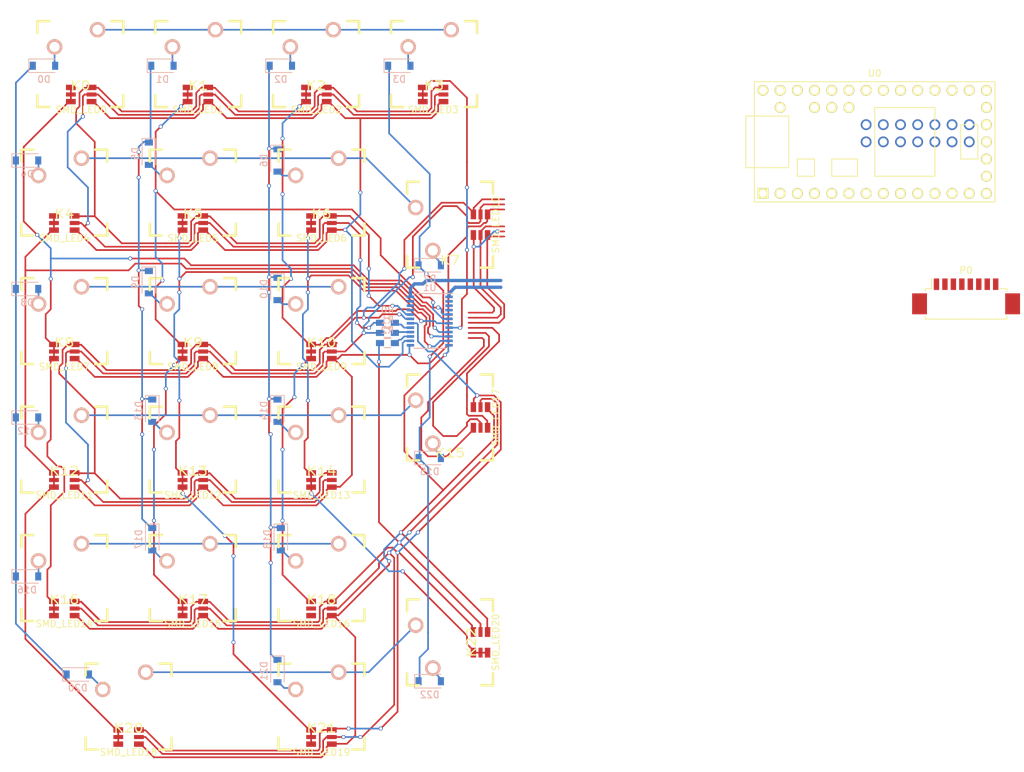
<source format=kicad_pcb>
(kicad_pcb (version 4) (host pcbnew 4.0.5)
  (layers (0 F.Cu signal) (31 B.Cu signal) (34 B.Paste user) (35 F.Paste user) (36 B.SilkS user) (37 F.SilkS user) (38 B.Mask user) (39 F.Mask user) (44 Edge.Cuts user))
  (net 0 "")
  (net 1 "Net-(D0-Pad2)")
  (net 2 "Net-(D1-Pad2)")
  (net 3 "Net-(D2-Pad2)")
  (net 4 "Net-(D3-Pad2)")
  (net 5 GND)
  (net 6 VCC)
  (net 7 "Net-(D5-Pad2)")
  (net 8 "Net-(U1-Pad4)")
  (net 9 "Net-(U1-Pad3)")
  (net 10 "Net-(U0-Pad17)")
  (net 11 "Net-(U0-Pad18)")
  (net 12 "Net-(U0-Pad19)")
  (net 13 "Net-(U0-Pad20)")
  (net 14 "Net-(U0-Pad16)")
  (net 15 "Net-(U0-Pad15)")
  (net 16 "Net-(U0-Pad14)")
  (net 17 "Net-(U0-Pad21)")
  (net 18 "Net-(U0-Pad22)")
  (net 19 "Net-(U0-Pad23)")
  (net 20 "Net-(U0-Pad24)")
  (net 21 "Net-(U0-Pad25)")
  (net 22 "Net-(U0-Pad26)")
  (net 23 "Net-(U0-Pad27)")
  (net 24 "Net-(U0-Pad28)")
  (net 25 "Net-(U0-Pad29)")
  (net 26 "Net-(U0-Pad30)")
  (net 27 "Net-(U0-Pad31)")
  (net 28 "Net-(U0-Pad32)")
  (net 29 "Net-(U0-Pad33)")
  (net 30 "Net-(U0-Pad34)")
  (net 31 "Net-(U0-Pad35)")
  (net 32 "Net-(U0-Pad36)")
  (net 33 "Net-(U0-Pad37)")
  (net 34 "Net-(U0-Pad13)")
  (net 35 "Net-(U0-Pad12)")
  (net 36 "Net-(U0-Pad11)")
  (net 37 "Net-(U0-Pad10)")
  (net 38 "Net-(U0-Pad9)")
  (net 39 "Net-(U0-Pad8)")
  (net 40 "Net-(U0-Pad7)")
  (net 41 "Net-(U0-Pad6)")
  (net 42 "Net-(U0-Pad5)")
  (net 43 "Net-(U0-Pad4)")
  (net 44 "Net-(U0-Pad3)")
  (net 45 "Net-(U0-Pad2)")
  (net 46 "Net-(U0-Pad1)")
  (net 47 "Net-(U0-Pad38)")
  (net 48 "Net-(U0-Pad39)")
  (net 49 "Net-(U0-Pad40)")
  (net 50 "Net-(U0-Pad41)")
  (net 51 "Net-(U0-Pad42)")
  (net 52 "Net-(U0-Pad43)")
  (net 53 "Net-(U0-Pad44)")
  (net 54 "Net-(U0-Pad45)")
  (net 55 "Net-(U0-Pad46)")
  (net 56 "Net-(U0-Pad47)")
  (net 57 "Net-(U0-Pad48)")
  (net 58 "Net-(U0-Pad49)")
  (net 59 "Net-(U0-Pad50)")
  (net 60 "Net-(U0-Pad51)")
  (net 61 DATA)
  (net 62 TP_CLK)
  (net 63 TP_RST)
  (net 64 BTN2)
  (net 65 BTN1)
  (net 66 BTN0)
  (net 67 "Net-(D4-Pad2)")
  (net 68 "Net-(D6-Pad2)")
  (net 69 "Net-(D7-Pad2)")
  (net 70 "Net-(D8-Pad2)")
  (net 71 "Net-(D9-Pad2)")
  (net 72 "Net-(D10-Pad2)")
  (net 73 "Net-(D12-Pad2)")
  (net 74 "Net-(D13-Pad2)")
  (net 75 "Net-(D14-Pad2)")
  (net 76 "Net-(D15-Pad2)")
  (net 77 "Net-(D16-Pad2)")
  (net 78 "Net-(D17-Pad2)")
  (net 79 "Net-(D18-Pad2)")
  (net 80 "Net-(D20-Pad2)")
  (net 81 "Net-(D21-Pad2)")
  (net 82 "Net-(D22-Pad2)")
  (net 83 r0)
  (net 84 r1)
  (net 85 r2)
  (net 86 r3)
  (net 87 r4)
  (net 88 r5)
  (net 89 red0)
  (net 90 red1)
  (net 91 red2)
  (net 92 green0)
  (net 93 blue0)
  (net 94 green1)
  (net 95 blue1)
  (net 96 green2)
  (net 97 blue2)
  (net 98 "Net-(R1-Pad1)")
  (net 99 "Net-(R2-Pad1)")
  (net 100 "Net-(U1-Pad21)")
  (net 101 "Net-(U1-Pad22)")
  (net 102 "Net-(U1-Pad23)")
  (net 103 "Net-(U1-Pad24)")
  (net 104 "Net-(U1-Pad2)")
  (net 105 "Net-(U1-Pad1)")
  (net 106 a0)
  (net 107 a1)
  (net 108 a2)
  (net 109 a3)
  (net 110 a4)
  (net 111 a5)
  (net 112 a6)
  (net 113 "Net-(R0-Pad1)")
  (net 114 c0)
  (net 115 c1)
  (net 116 c2)
  (net 117 c3)
  (net 118 a3-10-1)
  (net 119 a3-10-2)
  (net 120 a3-10-0)
  (net 121 a3-17-1)
  (net 122 a3-17-2)
  (net 123 a3-17-0)
  (module cherry_rgb:CHERRY_PLATE_NH_100H (layer F.Cu) (at 108 70)
    (fp_text reference K6 (at 0 3.175) (layer F.SilkS) (effects (font (size 1.27 1.524) (thickness 0.2032))))
    (fp_text value KEYSW hide)
    (pad 1 thru_hole circle (at 2.54 -5.08) (size 2.286 2.286) (drill 1.4986) (layers *.Cu *.SilkS *.Mask) (net 84 r1))
    (pad 2 thru_hole circle (at -3.81 -2.54) (size 2.286 2.286) (drill 1.4986) (layers *.Cu *.SilkS *.Mask) (net 68 "Net-(D6-Pad2)"))
    (pad HOLE np_thru_hole circle (at 0 0) (size 3.9878 3.9878) (drill 3.9878) (layers *.Cu))
  )
  (module cherry_rgb:SMLVN6RGB (layer F.Cu) (at 131.5 74.75 90)
    (fp_text reference SMD_LED10 (at 0 2.25 270) (layer F.SilkS))
    (fp_text value SMLVN6RGB)
    (pad 5 smd rect (at 1.525 0) (size 0.6 1.45) (layers F.Cu F.Paste F.Mask) (net 90 red1))
    (pad 2 smd rect (at -1.525 0) (size 0.6 1.45) (layers F.Cu F.Paste F.Mask) (net 118 a3-10-1))
    (pad 3 smd rect (at -1.525 1.05) (size 0.8 1.45) (layers F.Cu F.Paste F.Mask) (net 119 a3-10-2))
    (pad 1 smd rect (at -1.525 -1.05) (size 0.8 1.45) (layers F.Cu F.Paste F.Mask) (net 120 a3-10-0))
    (pad 4 smd rect (at 1.525 1.05) (size 0.8 1.45) (layers F.Cu F.Paste F.Mask) (net 94 green1))
    (pad 6 smd rect (at 1.525 -1.05) (size 0.8 1.45) (layers F.Cu F.Paste F.Mask) (net 95 blue1))
  )
  (module cherry_rgb:CHERRY_PLATE_NH_100H (layer F.Cu) (at 70 70)
    (fp_text reference K4 (at 0 3.175) (layer F.SilkS) (effects (font (size 1.27 1.524) (thickness 0.2032))))
    (fp_text value KEYSW hide)
    (pad 1 thru_hole circle (at 2.54 -5.08) (size 2.286 2.286) (drill 1.4986) (layers *.Cu *.SilkS *.Mask) (net 84 r1))
    (pad 2 thru_hole circle (at -3.81 -2.54) (size 2.286 2.286) (drill 1.4986) (layers *.Cu *.SilkS *.Mask) (net 67 "Net-(D4-Pad2)"))
    (pad HOLE np_thru_hole circle (at 0 0) (size 3.9878 3.9878) (drill 3.9878) (layers *.Cu))
  )
  (module cherry_rgb:CHERRY_PLATE_150V (layer F.Cu) (at 127 74.75)
    (fp_text reference K7 (at 0 5.25 180) (layer F.SilkS) (effects (font (size 1.27 1.524) (thickness 0.2032))))
    (fp_text value KEYSW hide)
    (pad 1 thru_hole circle (at -5.08 -2.54 90) (size 2.286 2.286) (drill 1.4986) (layers *.Cu *.SilkS *.Mask) (net 84 r1))
    (pad 2 thru_hole circle (at -2.54 3.81 90) (size 2.286 2.286) (drill 1.4986) (layers *.Cu *.SilkS *.Mask) (net 69 "Net-(D7-Pad2)"))
    (pad HOLE np_thru_hole circle (at 0 0 90) (size 3.9878 3.9878) (drill 3.9878) (layers *.Cu))
  )
  (module cherry_rgb:CHERRY_PLATE_200V (layer F.Cu) (at 127 136.5)
    (fp_text reference K22 (at 3.175 0 90) (layer F.SilkS) (effects (font (size 1.27 1.524) (thickness 0.2032))))
    (fp_text value KEYSW hide)
    (pad 1 thru_hole circle (at -5.08 -2.54 90) (size 2.286 2.286) (drill 1.4986) (layers *.Cu *.SilkS *.Mask) (net 88 r5))
    (pad 2 thru_hole circle (at -2.54 3.81 90) (size 2.286 2.286) (drill 1.4986) (layers *.Cu *.SilkS *.Mask) (net 82 "Net-(D22-Pad2)"))
    (pad HOLE np_thru_hole circle (at 0 0 90) (size 3.9878 3.9878) (drill 3.9878) (layers *.Cu))
  )
  (module Diodes_SMD:D_SOD-123 (layer B.Cu) (at 67 51.25)
    (fp_text reference D0 (at 0 2) (layer B.SilkS) (effects (justify mirror)))
    (fp_text value D)
    (pad 1 smd rect (at -1.65 0) (size 0.9 1.2) (layers B.Cu B.Paste B.Mask) (net 114 c0))
    (pad 2 smd rect (at 1.65 0) (size 0.9 1.2) (layers B.Cu B.Paste B.Mask) (net 1 "Net-(D0-Pad2)"))
  )
  (module Diodes_SMD:D_SOD-123 (layer B.Cu) (at 84.5 51.25)
    (fp_text reference D1 (at 0 2) (layer B.SilkS) (effects (justify mirror)))
    (fp_text value D)
    (pad 1 smd rect (at -1.65 0) (size 0.9 1.2) (layers B.Cu B.Paste B.Mask) (net 115 c1))
    (pad 2 smd rect (at 1.65 0) (size 0.9 1.2) (layers B.Cu B.Paste B.Mask) (net 2 "Net-(D1-Pad2)"))
  )
  (module Diodes_SMD:D_SOD-123 (layer B.Cu) (at 102 51.25)
    (fp_text reference D2 (at 0 2) (layer B.SilkS) (effects (justify mirror)))
    (fp_text value D)
    (pad 1 smd rect (at -1.65 0) (size 0.9 1.2) (layers B.Cu B.Paste B.Mask) (net 116 c2))
    (pad 2 smd rect (at 1.65 0) (size 0.9 1.2) (layers B.Cu B.Paste B.Mask) (net 3 "Net-(D2-Pad2)"))
  )
  (module Diodes_SMD:D_SOD-123 (layer B.Cu) (at 119.5 51.25)
    (fp_text reference D3 (at 0 2) (layer B.SilkS) (effects (justify mirror)))
    (fp_text value D)
    (pad 1 smd rect (at -1.65 0) (size 0.9 1.2) (layers B.Cu B.Paste B.Mask) (net 117 c3))
    (pad 2 smd rect (at 1.65 0) (size 0.9 1.2) (layers B.Cu B.Paste B.Mask) (net 4 "Net-(D3-Pad2)"))
  )
  (module Diodes_SMD:D_SOD-123 (layer B.Cu) (at 64.5 65.25)
    (fp_text reference D4 (at 0 2) (layer B.SilkS) (effects (justify mirror)))
    (fp_text value D)
    (pad 1 smd rect (at -1.65 0) (size 0.9 1.2) (layers B.Cu B.Paste B.Mask) (net 114 c0))
    (pad 2 smd rect (at 1.65 0) (size 0.9 1.2) (layers B.Cu B.Paste B.Mask) (net 67 "Net-(D4-Pad2)"))
  )
  (module Diodes_SMD:D_SOD-123 (layer B.Cu) (at 82.5 64.25 270)
    (fp_text reference D5 (at 0 2 270) (layer B.SilkS) (effects (justify mirror)))
    (fp_text value D)
    (pad 1 smd rect (at -1.65 0 270) (size 0.9 1.2) (layers B.Cu B.Paste B.Mask) (net 115 c1))
    (pad 2 smd rect (at 1.65 0 270) (size 0.9 1.2) (layers B.Cu B.Paste B.Mask) (net 7 "Net-(D5-Pad2)"))
  )
  (module Diodes_SMD:D_SOD-123 (layer B.Cu) (at 101.5 65.25 270)
    (fp_text reference D6 (at 0 2 270) (layer B.SilkS) (effects (justify mirror)))
    (fp_text value D)
    (pad 1 smd rect (at -1.65 0 270) (size 0.9 1.2) (layers B.Cu B.Paste B.Mask) (net 116 c2))
    (pad 2 smd rect (at 1.65 0 270) (size 0.9 1.2) (layers B.Cu B.Paste B.Mask) (net 68 "Net-(D6-Pad2)"))
  )
  (module Diodes_SMD:D_SOD-123 (layer B.Cu) (at 124 80.75)
    (fp_text reference D7 (at 0 2) (layer B.SilkS) (effects (justify mirror)))
    (fp_text value D)
    (pad 1 smd rect (at -1.65 0) (size 0.9 1.2) (layers B.Cu B.Paste B.Mask) (net 117 c3))
    (pad 2 smd rect (at 1.65 0) (size 0.9 1.2) (layers B.Cu B.Paste B.Mask) (net 69 "Net-(D7-Pad2)"))
  )
  (module Diodes_SMD:D_SOD-123 (layer B.Cu) (at 64.5 84.25)
    (fp_text reference D8 (at 0 2) (layer B.SilkS) (effects (justify mirror)))
    (fp_text value D)
    (pad 1 smd rect (at -1.65 0) (size 0.9 1.2) (layers B.Cu B.Paste B.Mask) (net 114 c0))
    (pad 2 smd rect (at 1.65 0) (size 0.9 1.2) (layers B.Cu B.Paste B.Mask) (net 70 "Net-(D8-Pad2)"))
  )
  (module Diodes_SMD:D_SOD-123 (layer B.Cu) (at 82.5 83.25 270)
    (fp_text reference D9 (at 0 2 270) (layer B.SilkS) (effects (justify mirror)))
    (fp_text value D)
    (pad 1 smd rect (at -1.65 0 270) (size 0.9 1.2) (layers B.Cu B.Paste B.Mask) (net 115 c1))
    (pad 2 smd rect (at 1.65 0 270) (size 0.9 1.2) (layers B.Cu B.Paste B.Mask) (net 71 "Net-(D9-Pad2)"))
  )
  (module Diodes_SMD:D_SOD-123 (layer B.Cu) (at 101.5 84.25 270)
    (fp_text reference D10 (at 0 2 270) (layer B.SilkS) (effects (justify mirror)))
    (fp_text value D)
    (pad 1 smd rect (at -1.65 0 270) (size 0.9 1.2) (layers B.Cu B.Paste B.Mask) (net 116 c2))
    (pad 2 smd rect (at 1.65 0 270) (size 0.9 1.2) (layers B.Cu B.Paste B.Mask) (net 72 "Net-(D10-Pad2)"))
  )
  (module Diodes_SMD:D_SOD-123 (layer B.Cu) (at 64.5 103.25)
    (fp_text reference D12 (at 0 2) (layer B.SilkS) (effects (justify mirror)))
    (fp_text value D)
    (pad 1 smd rect (at -1.65 0) (size 0.9 1.2) (layers B.Cu B.Paste B.Mask) (net 114 c0))
    (pad 2 smd rect (at 1.65 0) (size 0.9 1.2) (layers B.Cu B.Paste B.Mask) (net 73 "Net-(D12-Pad2)"))
  )
  (module Diodes_SMD:D_SOD-123 (layer B.Cu) (at 83 102.25 270)
    (fp_text reference D13 (at 0 2 270) (layer B.SilkS) (effects (justify mirror)))
    (fp_text value D)
    (pad 1 smd rect (at -1.65 0 270) (size 0.9 1.2) (layers B.Cu B.Paste B.Mask) (net 115 c1))
    (pad 2 smd rect (at 1.65 0 270) (size 0.9 1.2) (layers B.Cu B.Paste B.Mask) (net 74 "Net-(D13-Pad2)"))
  )
  (module Diodes_SMD:D_SOD-123 (layer B.Cu) (at 101.5 102.25 270)
    (fp_text reference D14 (at 0 2 270) (layer B.SilkS) (effects (justify mirror)))
    (fp_text value D)
    (pad 1 smd rect (at -1.65 0 270) (size 0.9 1.2) (layers B.Cu B.Paste B.Mask) (net 116 c2))
    (pad 2 smd rect (at 1.65 0 270) (size 0.9 1.2) (layers B.Cu B.Paste B.Mask) (net 75 "Net-(D14-Pad2)"))
  )
  (module Diodes_SMD:D_SOD-123 (layer B.Cu) (at 124 109.25)
    (fp_text reference D15 (at 0 2) (layer B.SilkS) (effects (justify mirror)))
    (fp_text value D)
    (pad 1 smd rect (at -1.65 0) (size 0.9 1.2) (layers B.Cu B.Paste B.Mask) (net 117 c3))
    (pad 2 smd rect (at 1.65 0) (size 0.9 1.2) (layers B.Cu B.Paste B.Mask) (net 76 "Net-(D15-Pad2)"))
  )
  (module Diodes_SMD:D_SOD-123 (layer B.Cu) (at 64.5 126.75)
    (fp_text reference D16 (at 0 2) (layer B.SilkS) (effects (justify mirror)))
    (fp_text value D)
    (pad 1 smd rect (at -1.65 0) (size 0.9 1.2) (layers B.Cu B.Paste B.Mask) (net 114 c0))
    (pad 2 smd rect (at 1.65 0) (size 0.9 1.2) (layers B.Cu B.Paste B.Mask) (net 77 "Net-(D16-Pad2)"))
  )
  (module Diodes_SMD:D_SOD-123 (layer B.Cu) (at 83 121.25 270)
    (fp_text reference D17 (at 0 2 270) (layer B.SilkS) (effects (justify mirror)))
    (fp_text value D)
    (pad 1 smd rect (at -1.65 0 270) (size 0.9 1.2) (layers B.Cu B.Paste B.Mask) (net 115 c1))
    (pad 2 smd rect (at 1.65 0 270) (size 0.9 1.2) (layers B.Cu B.Paste B.Mask) (net 78 "Net-(D17-Pad2)"))
  )
  (module Diodes_SMD:D_SOD-123 (layer B.Cu) (at 102 121.25 270)
    (fp_text reference D18 (at 0 2 270) (layer B.SilkS) (effects (justify mirror)))
    (fp_text value D)
    (pad 1 smd rect (at -1.65 0 270) (size 0.9 1.2) (layers B.Cu B.Paste B.Mask) (net 116 c2))
    (pad 2 smd rect (at 1.65 0 270) (size 0.9 1.2) (layers B.Cu B.Paste B.Mask) (net 79 "Net-(D18-Pad2)"))
  )
  (module Diodes_SMD:D_SOD-123 (layer B.Cu) (at 72 141.25)
    (fp_text reference D20 (at 0 2) (layer B.SilkS) (effects (justify mirror)))
    (fp_text value D)
    (pad 1 smd rect (at -1.65 0) (size 0.9 1.2) (layers B.Cu B.Paste B.Mask) (net 114 c0))
    (pad 2 smd rect (at 1.65 0) (size 0.9 1.2) (layers B.Cu B.Paste B.Mask) (net 80 "Net-(D20-Pad2)"))
  )
  (module Diodes_SMD:D_SOD-123 (layer B.Cu) (at 101.5 140.75 270)
    (fp_text reference D21 (at 0 2 270) (layer B.SilkS) (effects (justify mirror)))
    (fp_text value D)
    (pad 1 smd rect (at -1.65 0 270) (size 0.9 1.2) (layers B.Cu B.Paste B.Mask) (net 116 c2))
    (pad 2 smd rect (at 1.65 0 270) (size 0.9 1.2) (layers B.Cu B.Paste B.Mask) (net 81 "Net-(D21-Pad2)"))
  )
  (module Diodes_SMD:D_SOD-123 (layer B.Cu) (at 124 142.25)
    (fp_text reference D22 (at 0 2) (layer B.SilkS) (effects (justify mirror)))
    (fp_text value D)
    (pad 1 smd rect (at -1.65 0) (size 0.9 1.2) (layers B.Cu B.Paste B.Mask) (net 117 c3))
    (pad 2 smd rect (at 1.65 0) (size 0.9 1.2) (layers B.Cu B.Paste B.Mask) (net 82 "Net-(D22-Pad2)"))
  )
  (module cherry_rgb:CHERRY_PLATE_91.6H (layer F.Cu) (at 72.375 51)
    (fp_text reference K0 (at 0 3.175) (layer F.SilkS) (effects (font (size 1.27 1.524) (thickness 0.2032))))
    (fp_text value KEYSW hide)
    (pad 1 thru_hole circle (at 2.54 -5.08) (size 2.286 2.286) (drill 1.4986) (layers *.Cu *.SilkS *.Mask) (net 83 r0))
    (pad 2 thru_hole circle (at -3.81 -2.54) (size 2.286 2.286) (drill 1.4986) (layers *.Cu *.SilkS *.Mask) (net 1 "Net-(D0-Pad2)"))
    (pad HOLE np_thru_hole circle (at 0 0) (size 3.9878 3.9878) (drill 3.9878) (layers *.Cu))
  )
  (module cherry_rgb:CHERRY_PLATE_91.6H (layer F.Cu) (at 89.79167 51)
    (fp_text reference K1 (at 0 3.175) (layer F.SilkS) (effects (font (size 1.27 1.524) (thickness 0.2032))))
    (fp_text value KEYSW hide)
    (pad 1 thru_hole circle (at 2.54 -5.08) (size 2.286 2.286) (drill 1.4986) (layers *.Cu *.SilkS *.Mask) (net 83 r0))
    (pad 2 thru_hole circle (at -3.81 -2.54) (size 2.286 2.286) (drill 1.4986) (layers *.Cu *.SilkS *.Mask) (net 2 "Net-(D1-Pad2)"))
    (pad HOLE np_thru_hole circle (at 0 0) (size 3.9878 3.9878) (drill 3.9878) (layers *.Cu))
  )
  (module cherry_rgb:CHERRY_PLATE_91.6H (layer F.Cu) (at 107.20834 51)
    (fp_text reference K2 (at 0 3.175) (layer F.SilkS) (effects (font (size 1.27 1.524) (thickness 0.2032))))
    (fp_text value KEYSW hide)
    (pad 1 thru_hole circle (at 2.54 -5.08) (size 2.286 2.286) (drill 1.4986) (layers *.Cu *.SilkS *.Mask) (net 83 r0))
    (pad 2 thru_hole circle (at -3.81 -2.54) (size 2.286 2.286) (drill 1.4986) (layers *.Cu *.SilkS *.Mask) (net 3 "Net-(D2-Pad2)"))
    (pad HOLE np_thru_hole circle (at 0 0) (size 3.9878 3.9878) (drill 3.9878) (layers *.Cu))
  )
  (module cherry_rgb:CHERRY_PLATE_91.6H (layer F.Cu) (at 124.625 51)
    (fp_text reference K3 (at 0 3.175) (layer F.SilkS) (effects (font (size 1.27 1.524) (thickness 0.2032))))
    (fp_text value KEYSW hide)
    (pad 1 thru_hole circle (at 2.54 -5.08) (size 2.286 2.286) (drill 1.4986) (layers *.Cu *.SilkS *.Mask) (net 83 r0))
    (pad 2 thru_hole circle (at -3.81 -2.54) (size 2.286 2.286) (drill 1.4986) (layers *.Cu *.SilkS *.Mask) (net 4 "Net-(D3-Pad2)"))
    (pad HOLE np_thru_hole circle (at 0 0) (size 3.9878 3.9878) (drill 3.9878) (layers *.Cu))
  )
  (module cherry_rgb:CHERRY_PLATE_NH_100H (layer F.Cu) (at 89 70)
    (fp_text reference K5 (at 0 3.175) (layer F.SilkS) (effects (font (size 1.27 1.524) (thickness 0.2032))))
    (fp_text value KEYSW hide)
    (pad 1 thru_hole circle (at 2.54 -5.08) (size 2.286 2.286) (drill 1.4986) (layers *.Cu *.SilkS *.Mask) (net 84 r1))
    (pad 2 thru_hole circle (at -3.81 -2.54) (size 2.286 2.286) (drill 1.4986) (layers *.Cu *.SilkS *.Mask) (net 7 "Net-(D5-Pad2)"))
    (pad HOLE np_thru_hole circle (at 0 0) (size 3.9878 3.9878) (drill 3.9878) (layers *.Cu))
  )
  (module cherry_rgb:CHERRY_PLATE_NH_100H (layer F.Cu) (at 70 89)
    (fp_text reference K8 (at 0 3.175) (layer F.SilkS) (effects (font (size 1.27 1.524) (thickness 0.2032))))
    (fp_text value KEYSW hide)
    (pad 1 thru_hole circle (at 2.54 -5.08) (size 2.286 2.286) (drill 1.4986) (layers *.Cu *.SilkS *.Mask) (net 85 r2))
    (pad 2 thru_hole circle (at -3.81 -2.54) (size 2.286 2.286) (drill 1.4986) (layers *.Cu *.SilkS *.Mask) (net 70 "Net-(D8-Pad2)"))
    (pad HOLE np_thru_hole circle (at 0 0) (size 3.9878 3.9878) (drill 3.9878) (layers *.Cu))
  )
  (module cherry_rgb:CHERRY_PLATE_NH_100H (layer F.Cu) (at 89 89)
    (fp_text reference K9 (at 0 3.175) (layer F.SilkS) (effects (font (size 1.27 1.524) (thickness 0.2032))))
    (fp_text value KEYSW hide)
    (pad 1 thru_hole circle (at 2.54 -5.08) (size 2.286 2.286) (drill 1.4986) (layers *.Cu *.SilkS *.Mask) (net 85 r2))
    (pad 2 thru_hole circle (at -3.81 -2.54) (size 2.286 2.286) (drill 1.4986) (layers *.Cu *.SilkS *.Mask) (net 71 "Net-(D9-Pad2)"))
    (pad HOLE np_thru_hole circle (at 0 0) (size 3.9878 3.9878) (drill 3.9878) (layers *.Cu))
  )
  (module cherry_rgb:CHERRY_PLATE_NH_100H (layer F.Cu) (at 108 89)
    (fp_text reference K10 (at 0 3.175) (layer F.SilkS) (effects (font (size 1.27 1.524) (thickness 0.2032))))
    (fp_text value KEYSW hide)
    (pad 1 thru_hole circle (at 2.54 -5.08) (size 2.286 2.286) (drill 1.4986) (layers *.Cu *.SilkS *.Mask) (net 85 r2))
    (pad 2 thru_hole circle (at -3.81 -2.54) (size 2.286 2.286) (drill 1.4986) (layers *.Cu *.SilkS *.Mask) (net 72 "Net-(D10-Pad2)"))
    (pad HOLE np_thru_hole circle (at 0 0) (size 3.9878 3.9878) (drill 3.9878) (layers *.Cu))
  )
  (module cherry_rgb:CHERRY_PLATE_NH_100H (layer F.Cu) (at 70 108)
    (fp_text reference K12 (at 0 3.175) (layer F.SilkS) (effects (font (size 1.27 1.524) (thickness 0.2032))))
    (fp_text value KEYSW hide)
    (pad 1 thru_hole circle (at 2.54 -5.08) (size 2.286 2.286) (drill 1.4986) (layers *.Cu *.SilkS *.Mask) (net 86 r3))
    (pad 2 thru_hole circle (at -3.81 -2.54) (size 2.286 2.286) (drill 1.4986) (layers *.Cu *.SilkS *.Mask) (net 73 "Net-(D12-Pad2)"))
    (pad HOLE np_thru_hole circle (at 0 0) (size 3.9878 3.9878) (drill 3.9878) (layers *.Cu))
  )
  (module cherry_rgb:CHERRY_PLATE_NH_100H (layer F.Cu) (at 89 108)
    (fp_text reference K13 (at 0 3.175) (layer F.SilkS) (effects (font (size 1.27 1.524) (thickness 0.2032))))
    (fp_text value KEYSW hide)
    (pad 1 thru_hole circle (at 2.54 -5.08) (size 2.286 2.286) (drill 1.4986) (layers *.Cu *.SilkS *.Mask) (net 86 r3))
    (pad 2 thru_hole circle (at -3.81 -2.54) (size 2.286 2.286) (drill 1.4986) (layers *.Cu *.SilkS *.Mask) (net 74 "Net-(D13-Pad2)"))
    (pad HOLE np_thru_hole circle (at 0 0) (size 3.9878 3.9878) (drill 3.9878) (layers *.Cu))
  )
  (module cherry_rgb:CHERRY_PLATE_NH_100H (layer F.Cu) (at 108 108)
    (fp_text reference K14 (at 0 3.175) (layer F.SilkS) (effects (font (size 1.27 1.524) (thickness 0.2032))))
    (fp_text value KEYSW hide)
    (pad 1 thru_hole circle (at 2.54 -5.08) (size 2.286 2.286) (drill 1.4986) (layers *.Cu *.SilkS *.Mask) (net 86 r3))
    (pad 2 thru_hole circle (at -3.81 -2.54) (size 2.286 2.286) (drill 1.4986) (layers *.Cu *.SilkS *.Mask) (net 75 "Net-(D14-Pad2)"))
    (pad HOLE np_thru_hole circle (at 0 0) (size 3.9878 3.9878) (drill 3.9878) (layers *.Cu))
  )
  (module cherry_rgb:CHERRY_PLATE_150V (layer F.Cu) (at 127 103.25)
    (fp_text reference K15 (at 0 5.25 180) (layer F.SilkS) (effects (font (size 1.27 1.524) (thickness 0.2032))))
    (fp_text value KEYSW hide)
    (pad 1 thru_hole circle (at -5.08 -2.54 90) (size 2.286 2.286) (drill 1.4986) (layers *.Cu *.SilkS *.Mask) (net 86 r3))
    (pad 2 thru_hole circle (at -2.54 3.81 90) (size 2.286 2.286) (drill 1.4986) (layers *.Cu *.SilkS *.Mask) (net 76 "Net-(D15-Pad2)"))
    (pad HOLE np_thru_hole circle (at 0 0 90) (size 3.9878 3.9878) (drill 3.9878) (layers *.Cu))
  )
  (module cherry_rgb:CHERRY_PLATE_NH_100H (layer F.Cu) (at 70 127)
    (fp_text reference K16 (at 0 3.175) (layer F.SilkS) (effects (font (size 1.27 1.524) (thickness 0.2032))))
    (fp_text value KEYSW hide)
    (pad 1 thru_hole circle (at 2.54 -5.08) (size 2.286 2.286) (drill 1.4986) (layers *.Cu *.SilkS *.Mask) (net 87 r4))
    (pad 2 thru_hole circle (at -3.81 -2.54) (size 2.286 2.286) (drill 1.4986) (layers *.Cu *.SilkS *.Mask) (net 77 "Net-(D16-Pad2)"))
    (pad HOLE np_thru_hole circle (at 0 0) (size 3.9878 3.9878) (drill 3.9878) (layers *.Cu))
  )
  (module cherry_rgb:CHERRY_PLATE_NH_100H (layer F.Cu) (at 89 127)
    (fp_text reference K17 (at 0 3.175) (layer F.SilkS) (effects (font (size 1.27 1.524) (thickness 0.2032))))
    (fp_text value KEYSW hide)
    (pad 1 thru_hole circle (at 2.54 -5.08) (size 2.286 2.286) (drill 1.4986) (layers *.Cu *.SilkS *.Mask) (net 87 r4))
    (pad 2 thru_hole circle (at -3.81 -2.54) (size 2.286 2.286) (drill 1.4986) (layers *.Cu *.SilkS *.Mask) (net 78 "Net-(D17-Pad2)"))
    (pad HOLE np_thru_hole circle (at 0 0) (size 3.9878 3.9878) (drill 3.9878) (layers *.Cu))
  )
  (module cherry_rgb:CHERRY_PLATE_NH_100H (layer F.Cu) (at 108 127)
    (fp_text reference K18 (at 0 3.175) (layer F.SilkS) (effects (font (size 1.27 1.524) (thickness 0.2032))))
    (fp_text value KEYSW hide)
    (pad 1 thru_hole circle (at 2.54 -5.08) (size 2.286 2.286) (drill 1.4986) (layers *.Cu *.SilkS *.Mask) (net 87 r4))
    (pad 2 thru_hole circle (at -3.81 -2.54) (size 2.286 2.286) (drill 1.4986) (layers *.Cu *.SilkS *.Mask) (net 79 "Net-(D18-Pad2)"))
    (pad HOLE np_thru_hole circle (at 0 0) (size 3.9878 3.9878) (drill 3.9878) (layers *.Cu))
  )
  (module cherry_rgb:CHERRY_PLATE_200H (layer F.Cu) (at 79.5 146)
    (fp_text reference K20 (at 0 3.175) (layer F.SilkS) (effects (font (size 1.27 1.524) (thickness 0.2032))))
    (fp_text value KEYSW hide)
    (pad 1 thru_hole circle (at 2.54 -5.08) (size 2.286 2.286) (drill 1.4986) (layers *.Cu *.SilkS *.Mask) (net 88 r5))
    (pad 2 thru_hole circle (at -3.81 -2.54) (size 2.286 2.286) (drill 1.4986) (layers *.Cu *.SilkS *.Mask) (net 80 "Net-(D20-Pad2)"))
    (pad HOLE np_thru_hole circle (at 0 0) (size 3.9878 3.9878) (drill 3.9878) (layers *.Cu))
  )
  (module cherry_rgb:CHERRY_PLATE_NH_100H (layer F.Cu) (at 108 146)
    (fp_text reference K21 (at 0 3.175) (layer F.SilkS) (effects (font (size 1.27 1.524) (thickness 0.2032))))
    (fp_text value KEYSW hide)
    (pad 1 thru_hole circle (at 2.54 -5.08) (size 2.286 2.286) (drill 1.4986) (layers *.Cu *.SilkS *.Mask) (net 88 r5))
    (pad 2 thru_hole circle (at -3.81 -2.54) (size 2.286 2.286) (drill 1.4986) (layers *.Cu *.SilkS *.Mask) (net 81 "Net-(D21-Pad2)"))
    (pad HOLE np_thru_hole circle (at 0 0) (size 3.9878 3.9878) (drill 3.9878) (layers *.Cu))
  )
  (module cherry_rgb:SMLVN6RGB (layer F.Cu) (at 89.75 55.5)
    (fp_text reference SMD_LED1 (at 0 2.25 180) (layer F.SilkS))
    (fp_text value SMLVN6RGB)
    (pad 5 smd rect (at 1.525 0 270) (size 0.6 1.45) (layers F.Cu F.Paste F.Mask) (net 89 red0))
    (pad 2 smd rect (at -1.525 0 270) (size 0.6 1.45) (layers F.Cu F.Paste F.Mask) (net 107 a1))
    (pad 3 smd rect (at -1.525 1.05 270) (size 0.8 1.45) (layers F.Cu F.Paste F.Mask) (net 107 a1))
    (pad 1 smd rect (at -1.525 -1.05 270) (size 0.8 1.45) (layers F.Cu F.Paste F.Mask) (net 107 a1))
    (pad 4 smd rect (at 1.525 1.05 270) (size 0.8 1.45) (layers F.Cu F.Paste F.Mask) (net 92 green0))
    (pad 6 smd rect (at 1.525 -1.05 270) (size 0.8 1.45) (layers F.Cu F.Paste F.Mask) (net 93 blue0))
  )
  (module cherry_rgb:SMLVN6RGB (layer F.Cu) (at 107.25 55.5)
    (fp_text reference SMD_LED2 (at 0 2.25 180) (layer F.SilkS))
    (fp_text value SMLVN6RGB)
    (pad 5 smd rect (at 1.525 0 270) (size 0.6 1.45) (layers F.Cu F.Paste F.Mask) (net 89 red0))
    (pad 2 smd rect (at -1.525 0 270) (size 0.6 1.45) (layers F.Cu F.Paste F.Mask) (net 108 a2))
    (pad 3 smd rect (at -1.525 1.05 270) (size 0.8 1.45) (layers F.Cu F.Paste F.Mask) (net 108 a2))
    (pad 1 smd rect (at -1.525 -1.05 270) (size 0.8 1.45) (layers F.Cu F.Paste F.Mask) (net 108 a2))
    (pad 4 smd rect (at 1.525 1.05 270) (size 0.8 1.45) (layers F.Cu F.Paste F.Mask) (net 92 green0))
    (pad 6 smd rect (at 1.525 -1.05 270) (size 0.8 1.45) (layers F.Cu F.Paste F.Mask) (net 93 blue0))
  )
  (module cherry_rgb:SMLVN6RGB (layer F.Cu) (at 124.5 55.5)
    (fp_text reference SMD_LED3 (at 0 2.25 180) (layer F.SilkS))
    (fp_text value SMLVN6RGB)
    (pad 5 smd rect (at 1.525 0 270) (size 0.6 1.45) (layers F.Cu F.Paste F.Mask) (net 89 red0))
    (pad 2 smd rect (at -1.525 0 270) (size 0.6 1.45) (layers F.Cu F.Paste F.Mask) (net 109 a3))
    (pad 3 smd rect (at -1.525 1.05 270) (size 0.8 1.45) (layers F.Cu F.Paste F.Mask) (net 109 a3))
    (pad 1 smd rect (at -1.525 -1.05 270) (size 0.8 1.45) (layers F.Cu F.Paste F.Mask) (net 109 a3))
    (pad 4 smd rect (at 1.525 1.05 270) (size 0.8 1.45) (layers F.Cu F.Paste F.Mask) (net 92 green0))
    (pad 6 smd rect (at 1.525 -1.05 270) (size 0.8 1.45) (layers F.Cu F.Paste F.Mask) (net 93 blue0))
  )
  (module cherry_rgb:SMLVN6RGB (layer F.Cu) (at 70 74.5)
    (fp_text reference SMD_LED4 (at 0 2.25 180) (layer F.SilkS))
    (fp_text value SMLVN6RGB)
    (pad 5 smd rect (at 1.525 0 270) (size 0.6 1.45) (layers F.Cu F.Paste F.Mask) (net 89 red0))
    (pad 2 smd rect (at -1.525 0 270) (size 0.6 1.45) (layers F.Cu F.Paste F.Mask) (net 110 a4))
    (pad 3 smd rect (at -1.525 1.05 270) (size 0.8 1.45) (layers F.Cu F.Paste F.Mask) (net 110 a4))
    (pad 1 smd rect (at -1.525 -1.05 270) (size 0.8 1.45) (layers F.Cu F.Paste F.Mask) (net 110 a4))
    (pad 4 smd rect (at 1.525 1.05 270) (size 0.8 1.45) (layers F.Cu F.Paste F.Mask) (net 92 green0))
    (pad 6 smd rect (at 1.525 -1.05 270) (size 0.8 1.45) (layers F.Cu F.Paste F.Mask) (net 93 blue0))
  )
  (module cherry_rgb:SMLVN6RGB (layer F.Cu) (at 89 74.5)
    (fp_text reference SMD_LED5 (at 0 2.25 180) (layer F.SilkS))
    (fp_text value SMLVN6RGB)
    (pad 5 smd rect (at 1.525 0 270) (size 0.6 1.45) (layers F.Cu F.Paste F.Mask) (net 89 red0))
    (pad 2 smd rect (at -1.525 0 270) (size 0.6 1.45) (layers F.Cu F.Paste F.Mask) (net 111 a5))
    (pad 3 smd rect (at -1.525 1.05 270) (size 0.8 1.45) (layers F.Cu F.Paste F.Mask) (net 111 a5))
    (pad 1 smd rect (at -1.525 -1.05 270) (size 0.8 1.45) (layers F.Cu F.Paste F.Mask) (net 111 a5))
    (pad 4 smd rect (at 1.525 1.05 270) (size 0.8 1.45) (layers F.Cu F.Paste F.Mask) (net 92 green0))
    (pad 6 smd rect (at 1.525 -1.05 270) (size 0.8 1.45) (layers F.Cu F.Paste F.Mask) (net 93 blue0))
  )
  (module cherry_rgb:SMLVN6RGB (layer F.Cu) (at 108 74.5)
    (fp_text reference SMD_LED6 (at 0 2.25 180) (layer F.SilkS))
    (fp_text value SMLVN6RGB)
    (pad 5 smd rect (at 1.525 0 270) (size 0.6 1.45) (layers F.Cu F.Paste F.Mask) (net 89 red0))
    (pad 2 smd rect (at -1.525 0 270) (size 0.6 1.45) (layers F.Cu F.Paste F.Mask) (net 112 a6))
    (pad 3 smd rect (at -1.525 1.05 270) (size 0.8 1.45) (layers F.Cu F.Paste F.Mask) (net 112 a6))
    (pad 1 smd rect (at -1.525 -1.05 270) (size 0.8 1.45) (layers F.Cu F.Paste F.Mask) (net 112 a6))
    (pad 4 smd rect (at 1.525 1.05 270) (size 0.8 1.45) (layers F.Cu F.Paste F.Mask) (net 92 green0))
    (pad 6 smd rect (at 1.525 -1.05 270) (size 0.8 1.45) (layers F.Cu F.Paste F.Mask) (net 93 blue0))
  )
  (module cherry_rgb:SMLVN6RGB (layer F.Cu) (at 70 93.5)
    (fp_text reference SMD_LED7 (at 0 2.25 180) (layer F.SilkS))
    (fp_text value SMLVN6RGB)
    (pad 5 smd rect (at 1.525 0 270) (size 0.6 1.45) (layers F.Cu F.Paste F.Mask) (net 90 red1))
    (pad 2 smd rect (at -1.525 0 270) (size 0.6 1.45) (layers F.Cu F.Paste F.Mask) (net 106 a0))
    (pad 3 smd rect (at -1.525 1.05 270) (size 0.8 1.45) (layers F.Cu F.Paste F.Mask) (net 106 a0))
    (pad 1 smd rect (at -1.525 -1.05 270) (size 0.8 1.45) (layers F.Cu F.Paste F.Mask) (net 106 a0))
    (pad 4 smd rect (at 1.525 1.05 270) (size 0.8 1.45) (layers F.Cu F.Paste F.Mask) (net 94 green1))
    (pad 6 smd rect (at 1.525 -1.05 270) (size 0.8 1.45) (layers F.Cu F.Paste F.Mask) (net 95 blue1))
  )
  (module cherry_rgb:SMLVN6RGB (layer F.Cu) (at 89 93.5)
    (fp_text reference SMD_LED8 (at 0 2.25 180) (layer F.SilkS))
    (fp_text value SMLVN6RGB)
    (pad 5 smd rect (at 1.525 0 270) (size 0.6 1.45) (layers F.Cu F.Paste F.Mask) (net 90 red1))
    (pad 2 smd rect (at -1.525 0 270) (size 0.6 1.45) (layers F.Cu F.Paste F.Mask) (net 107 a1))
    (pad 3 smd rect (at -1.525 1.05 270) (size 0.8 1.45) (layers F.Cu F.Paste F.Mask) (net 107 a1))
    (pad 1 smd rect (at -1.525 -1.05 270) (size 0.8 1.45) (layers F.Cu F.Paste F.Mask) (net 107 a1))
    (pad 4 smd rect (at 1.525 1.05 270) (size 0.8 1.45) (layers F.Cu F.Paste F.Mask) (net 94 green1))
    (pad 6 smd rect (at 1.525 -1.05 270) (size 0.8 1.45) (layers F.Cu F.Paste F.Mask) (net 95 blue1))
  )
  (module cherry_rgb:SMLVN6RGB (layer F.Cu) (at 108 93.5)
    (fp_text reference SMD_LED9 (at 0 2.25 180) (layer F.SilkS))
    (fp_text value SMLVN6RGB)
    (pad 5 smd rect (at 1.525 0 270) (size 0.6 1.45) (layers F.Cu F.Paste F.Mask) (net 90 red1))
    (pad 2 smd rect (at -1.525 0 270) (size 0.6 1.45) (layers F.Cu F.Paste F.Mask) (net 108 a2))
    (pad 3 smd rect (at -1.525 1.05 270) (size 0.8 1.45) (layers F.Cu F.Paste F.Mask) (net 108 a2))
    (pad 1 smd rect (at -1.525 -1.05 270) (size 0.8 1.45) (layers F.Cu F.Paste F.Mask) (net 108 a2))
    (pad 4 smd rect (at 1.525 1.05 270) (size 0.8 1.45) (layers F.Cu F.Paste F.Mask) (net 94 green1))
    (pad 6 smd rect (at 1.525 -1.05 270) (size 0.8 1.45) (layers F.Cu F.Paste F.Mask) (net 95 blue1))
  )
  (module cherry_rgb:SMLVN6RGB (layer F.Cu) (at 70 112.5)
    (fp_text reference SMD_LED11 (at 0 2.25 180) (layer F.SilkS))
    (fp_text value SMLVN6RGB)
    (pad 5 smd rect (at 1.525 0 270) (size 0.6 1.45) (layers F.Cu F.Paste F.Mask) (net 90 red1))
    (pad 2 smd rect (at -1.525 0 270) (size 0.6 1.45) (layers F.Cu F.Paste F.Mask) (net 110 a4))
    (pad 3 smd rect (at -1.525 1.05 270) (size 0.8 1.45) (layers F.Cu F.Paste F.Mask) (net 110 a4))
    (pad 1 smd rect (at -1.525 -1.05 270) (size 0.8 1.45) (layers F.Cu F.Paste F.Mask) (net 110 a4))
    (pad 4 smd rect (at 1.525 1.05 270) (size 0.8 1.45) (layers F.Cu F.Paste F.Mask) (net 94 green1))
    (pad 6 smd rect (at 1.525 -1.05 270) (size 0.8 1.45) (layers F.Cu F.Paste F.Mask) (net 95 blue1))
  )
  (module cherry_rgb:SMLVN6RGB (layer F.Cu) (at 89 112.5)
    (fp_text reference SMD_LED12 (at 0 2.25 180) (layer F.SilkS))
    (fp_text value SMLVN6RGB)
    (pad 5 smd rect (at 1.525 0 270) (size 0.6 1.45) (layers F.Cu F.Paste F.Mask) (net 90 red1))
    (pad 2 smd rect (at -1.525 0 270) (size 0.6 1.45) (layers F.Cu F.Paste F.Mask) (net 111 a5))
    (pad 3 smd rect (at -1.525 1.05 270) (size 0.8 1.45) (layers F.Cu F.Paste F.Mask) (net 111 a5))
    (pad 1 smd rect (at -1.525 -1.05 270) (size 0.8 1.45) (layers F.Cu F.Paste F.Mask) (net 111 a5))
    (pad 4 smd rect (at 1.525 1.05 270) (size 0.8 1.45) (layers F.Cu F.Paste F.Mask) (net 94 green1))
    (pad 6 smd rect (at 1.525 -1.05 270) (size 0.8 1.45) (layers F.Cu F.Paste F.Mask) (net 95 blue1))
  )
  (module cherry_rgb:SMLVN6RGB (layer F.Cu) (at 108 112.5)
    (fp_text reference SMD_LED13 (at 0 2.25 180) (layer F.SilkS))
    (fp_text value SMLVN6RGB)
    (pad 5 smd rect (at 1.525 0 270) (size 0.6 1.45) (layers F.Cu F.Paste F.Mask) (net 90 red1))
    (pad 2 smd rect (at -1.525 0 270) (size 0.6 1.45) (layers F.Cu F.Paste F.Mask) (net 112 a6))
    (pad 3 smd rect (at -1.525 1.05 270) (size 0.8 1.45) (layers F.Cu F.Paste F.Mask) (net 112 a6))
    (pad 1 smd rect (at -1.525 -1.05 270) (size 0.8 1.45) (layers F.Cu F.Paste F.Mask) (net 112 a6))
    (pad 4 smd rect (at 1.525 1.05 270) (size 0.8 1.45) (layers F.Cu F.Paste F.Mask) (net 94 green1))
    (pad 6 smd rect (at 1.525 -1.05 270) (size 0.8 1.45) (layers F.Cu F.Paste F.Mask) (net 95 blue1))
  )
  (module cherry_rgb:SMLVN6RGB (layer F.Cu) (at 70 131.5)
    (fp_text reference SMD_LED14 (at 0 2.25 180) (layer F.SilkS))
    (fp_text value SMLVN6RGB)
    (pad 5 smd rect (at 1.525 0 270) (size 0.6 1.45) (layers F.Cu F.Paste F.Mask) (net 91 red2))
    (pad 2 smd rect (at -1.525 0 270) (size 0.6 1.45) (layers F.Cu F.Paste F.Mask) (net 106 a0))
    (pad 3 smd rect (at -1.525 1.05 270) (size 0.8 1.45) (layers F.Cu F.Paste F.Mask) (net 106 a0))
    (pad 1 smd rect (at -1.525 -1.05 270) (size 0.8 1.45) (layers F.Cu F.Paste F.Mask) (net 106 a0))
    (pad 4 smd rect (at 1.525 1.05 270) (size 0.8 1.45) (layers F.Cu F.Paste F.Mask) (net 96 green2))
    (pad 6 smd rect (at 1.525 -1.05 270) (size 0.8 1.45) (layers F.Cu F.Paste F.Mask) (net 97 blue2))
  )
  (module cherry_rgb:SMLVN6RGB (layer F.Cu) (at 89 131.5)
    (fp_text reference SMD_LED15 (at 0 2.25 180) (layer F.SilkS))
    (fp_text value SMLVN6RGB)
    (pad 5 smd rect (at 1.525 0 270) (size 0.6 1.45) (layers F.Cu F.Paste F.Mask) (net 91 red2))
    (pad 2 smd rect (at -1.525 0 270) (size 0.6 1.45) (layers F.Cu F.Paste F.Mask) (net 107 a1))
    (pad 3 smd rect (at -1.525 1.05 270) (size 0.8 1.45) (layers F.Cu F.Paste F.Mask) (net 107 a1))
    (pad 1 smd rect (at -1.525 -1.05 270) (size 0.8 1.45) (layers F.Cu F.Paste F.Mask) (net 107 a1))
    (pad 4 smd rect (at 1.525 1.05 270) (size 0.8 1.45) (layers F.Cu F.Paste F.Mask) (net 96 green2))
    (pad 6 smd rect (at 1.525 -1.05 270) (size 0.8 1.45) (layers F.Cu F.Paste F.Mask) (net 97 blue2))
  )
  (module cherry_rgb:SMLVN6RGB (layer F.Cu) (at 108 131.5)
    (fp_text reference SMD_LED16 (at 0 2.25 180) (layer F.SilkS))
    (fp_text value SMLVN6RGB)
    (pad 5 smd rect (at 1.525 0 270) (size 0.6 1.45) (layers F.Cu F.Paste F.Mask) (net 91 red2))
    (pad 2 smd rect (at -1.525 0 270) (size 0.6 1.45) (layers F.Cu F.Paste F.Mask) (net 108 a2))
    (pad 3 smd rect (at -1.525 1.05 270) (size 0.8 1.45) (layers F.Cu F.Paste F.Mask) (net 108 a2))
    (pad 1 smd rect (at -1.525 -1.05 270) (size 0.8 1.45) (layers F.Cu F.Paste F.Mask) (net 108 a2))
    (pad 4 smd rect (at 1.525 1.05 270) (size 0.8 1.45) (layers F.Cu F.Paste F.Mask) (net 96 green2))
    (pad 6 smd rect (at 1.525 -1.05 270) (size 0.8 1.45) (layers F.Cu F.Paste F.Mask) (net 97 blue2))
  )
  (module cherry_rgb:SMLVN6RGB (layer F.Cu) (at 131.5 103.25 90)
    (fp_text reference SMD_LED17 (at 0 2.25 270) (layer F.SilkS))
    (fp_text value SMLVN6RGB)
    (pad 5 smd rect (at 1.525 0) (size 0.6 1.45) (layers F.Cu F.Paste F.Mask) (net 91 red2))
    (pad 2 smd rect (at -1.525 0) (size 0.6 1.45) (layers F.Cu F.Paste F.Mask) (net 121 a3-17-1))
    (pad 3 smd rect (at -1.525 1.05) (size 0.8 1.45) (layers F.Cu F.Paste F.Mask) (net 122 a3-17-2))
    (pad 1 smd rect (at -1.525 -1.05) (size 0.8 1.45) (layers F.Cu F.Paste F.Mask) (net 123 a3-17-0))
    (pad 4 smd rect (at 1.525 1.05) (size 0.8 1.45) (layers F.Cu F.Paste F.Mask) (net 96 green2))
    (pad 6 smd rect (at 1.525 -1.05) (size 0.8 1.45) (layers F.Cu F.Paste F.Mask) (net 97 blue2))
  )
  (module cherry_rgb:SMLVN6RGB (layer F.Cu) (at 79.5 150.5)
    (fp_text reference SMD_LED18 (at 0 2.25 180) (layer F.SilkS))
    (fp_text value SMLVN6RGB)
    (pad 5 smd rect (at 1.525 0 270) (size 0.6 1.45) (layers F.Cu F.Paste F.Mask) (net 91 red2))
    (pad 2 smd rect (at -1.525 0 270) (size 0.6 1.45) (layers F.Cu F.Paste F.Mask) (net 110 a4))
    (pad 3 smd rect (at -1.525 1.05 270) (size 0.8 1.45) (layers F.Cu F.Paste F.Mask) (net 110 a4))
    (pad 1 smd rect (at -1.525 -1.05 270) (size 0.8 1.45) (layers F.Cu F.Paste F.Mask) (net 110 a4))
    (pad 4 smd rect (at 1.525 1.05 270) (size 0.8 1.45) (layers F.Cu F.Paste F.Mask) (net 96 green2))
    (pad 6 smd rect (at 1.525 -1.05 270) (size 0.8 1.45) (layers F.Cu F.Paste F.Mask) (net 97 blue2))
  )
  (module cherry_rgb:SMLVN6RGB (layer F.Cu) (at 108 150.5)
    (fp_text reference SMD_LED19 (at 0 2.25 180) (layer F.SilkS))
    (fp_text value SMLVN6RGB)
    (pad 5 smd rect (at 1.525 0 270) (size 0.6 1.45) (layers F.Cu F.Paste F.Mask) (net 91 red2))
    (pad 2 smd rect (at -1.525 0 270) (size 0.6 1.45) (layers F.Cu F.Paste F.Mask) (net 111 a5))
    (pad 3 smd rect (at -1.525 1.05 270) (size 0.8 1.45) (layers F.Cu F.Paste F.Mask) (net 111 a5))
    (pad 1 smd rect (at -1.525 -1.05 270) (size 0.8 1.45) (layers F.Cu F.Paste F.Mask) (net 111 a5))
    (pad 4 smd rect (at 1.525 1.05 270) (size 0.8 1.45) (layers F.Cu F.Paste F.Mask) (net 96 green2))
    (pad 6 smd rect (at 1.525 -1.05 270) (size 0.8 1.45) (layers F.Cu F.Paste F.Mask) (net 97 blue2))
  )
  (module cherry_rgb:SMLVN6RGB (layer F.Cu) (at 131.5 136.5 90)
    (fp_text reference SMD_LED20 (at 0 2.25 270) (layer F.SilkS))
    (fp_text value SMLVN6RGB)
    (pad 5 smd rect (at 1.525 0) (size 0.6 1.45) (layers F.Cu F.Paste F.Mask) (net 91 red2))
    (pad 2 smd rect (at -1.525 0) (size 0.6 1.45) (layers F.Cu F.Paste F.Mask) (net 112 a6))
    (pad 3 smd rect (at -1.525 1.05) (size 0.8 1.45) (layers F.Cu F.Paste F.Mask) (net 112 a6))
    (pad 1 smd rect (at -1.525 -1.05) (size 0.8 1.45) (layers F.Cu F.Paste F.Mask) (net 112 a6))
    (pad 4 smd rect (at 1.525 1.05) (size 0.8 1.45) (layers F.Cu F.Paste F.Mask) (net 96 green2))
    (pad 6 smd rect (at 1.525 -1.05) (size 0.8 1.45) (layers F.Cu F.Paste F.Mask) (net 97 blue2))
  )
  (module Teensy:Teensy30_31_32_LC (layer F.Cu) (at 189.75 62.5)
    (fp_text reference U0 (at 0 -10.16) (layer F.SilkS))
    (fp_text value Teensy3.2)
    (pad 17 thru_hole circle (at 16.51 0) (size 1.6 1.6) (drill 1.1) (layers *.Cu *.Mask F.SilkS) (net 10 "Net-(U0-Pad17)"))
    (pad 18 thru_hole circle (at 16.51 -2.54) (size 1.6 1.6) (drill 1.1) (layers *.Cu *.Mask F.SilkS) (net 11 "Net-(U0-Pad18)"))
    (pad 19 thru_hole circle (at 16.51 -5.08) (size 1.6 1.6) (drill 1.1) (layers *.Cu *.Mask F.SilkS) (net 12 "Net-(U0-Pad19)"))
    (pad 20 thru_hole circle (at 16.51 -7.62) (size 1.6 1.6) (drill 1.1) (layers *.Cu *.Mask F.SilkS) (net 13 "Net-(U0-Pad20)"))
    (pad 16 thru_hole circle (at 16.51 2.54) (size 1.6 1.6) (drill 1.1) (layers *.Cu *.Mask F.SilkS) (net 14 "Net-(U0-Pad16)"))
    (pad 15 thru_hole circle (at 16.51 5.08) (size 1.6 1.6) (drill 1.1) (layers *.Cu *.Mask F.SilkS) (net 15 "Net-(U0-Pad15)"))
    (pad 14 thru_hole circle (at 16.51 7.62) (size 1.6 1.6) (drill 1.1) (layers *.Cu *.Mask F.SilkS) (net 16 "Net-(U0-Pad14)"))
    (pad 21 thru_hole circle (at 13.97 -7.62) (size 1.6 1.6) (drill 1.1) (layers *.Cu *.Mask F.SilkS) (net 17 "Net-(U0-Pad21)"))
    (pad 22 thru_hole circle (at 11.43 -7.62) (size 1.6 1.6) (drill 1.1) (layers *.Cu *.Mask F.SilkS) (net 18 "Net-(U0-Pad22)"))
    (pad 23 thru_hole circle (at 8.89 -7.62) (size 1.6 1.6) (drill 1.1) (layers *.Cu *.Mask F.SilkS) (net 19 "Net-(U0-Pad23)"))
    (pad 24 thru_hole circle (at 6.35 -7.62) (size 1.6 1.6) (drill 1.1) (layers *.Cu *.Mask F.SilkS) (net 20 "Net-(U0-Pad24)"))
    (pad 25 thru_hole circle (at 3.81 -7.62) (size 1.6 1.6) (drill 1.1) (layers *.Cu *.Mask F.SilkS) (net 21 "Net-(U0-Pad25)"))
    (pad 26 thru_hole circle (at 1.27 -7.62) (size 1.6 1.6) (drill 1.1) (layers *.Cu *.Mask F.SilkS) (net 22 "Net-(U0-Pad26)"))
    (pad 27 thru_hole circle (at -1.27 -7.62) (size 1.6 1.6) (drill 1.1) (layers *.Cu *.Mask F.SilkS) (net 23 "Net-(U0-Pad27)"))
    (pad 28 thru_hole circle (at -3.81 -7.62) (size 1.6 1.6) (drill 1.1) (layers *.Cu *.Mask F.SilkS) (net 24 "Net-(U0-Pad28)"))
    (pad 29 thru_hole circle (at -6.35 -7.62) (size 1.6 1.6) (drill 1.1) (layers *.Cu *.Mask F.SilkS) (net 25 "Net-(U0-Pad29)"))
    (pad 30 thru_hole circle (at -8.89 -7.62) (size 1.6 1.6) (drill 1.1) (layers *.Cu *.Mask F.SilkS) (net 26 "Net-(U0-Pad30)"))
    (pad 31 thru_hole circle (at -11.43 -7.62) (size 1.6 1.6) (drill 1.1) (layers *.Cu *.Mask F.SilkS) (net 27 "Net-(U0-Pad31)"))
    (pad 32 thru_hole circle (at -13.97 -7.62) (size 1.6 1.6) (drill 1.1) (layers *.Cu *.Mask F.SilkS) (net 28 "Net-(U0-Pad32)"))
    (pad 33 thru_hole circle (at -16.51 -7.62) (size 1.6 1.6) (drill 1.1) (layers *.Cu *.Mask F.SilkS) (net 29 "Net-(U0-Pad33)"))
    (pad 34 thru_hole circle (at -13.97 -5.08) (size 1.6 1.6) (drill 1.1) (layers *.Cu *.Mask F.SilkS) (net 30 "Net-(U0-Pad34)"))
    (pad 35 thru_hole circle (at -8.89 -5.08) (size 1.6 1.6) (drill 1.1) (layers *.Cu *.Mask F.SilkS) (net 31 "Net-(U0-Pad35)"))
    (pad 36 thru_hole circle (at -6.35 -5.08) (size 1.6 1.6) (drill 1.1) (layers *.Cu *.Mask F.SilkS) (net 32 "Net-(U0-Pad36)"))
    (pad 37 thru_hole circle (at -3.81 -5.08) (size 1.6 1.6) (drill 1.1) (layers *.Cu *.Mask F.SilkS) (net 33 "Net-(U0-Pad37)"))
    (pad 13 thru_hole circle (at 13.97 7.62) (size 1.6 1.6) (drill 1.1) (layers *.Cu *.Mask F.SilkS) (net 34 "Net-(U0-Pad13)"))
    (pad 12 thru_hole circle (at 11.43 7.62) (size 1.6 1.6) (drill 1.1) (layers *.Cu *.Mask F.SilkS) (net 35 "Net-(U0-Pad12)"))
    (pad 11 thru_hole circle (at 8.89 7.62) (size 1.6 1.6) (drill 1.1) (layers *.Cu *.Mask F.SilkS) (net 36 "Net-(U0-Pad11)"))
    (pad 10 thru_hole circle (at 6.35 7.62) (size 1.6 1.6) (drill 1.1) (layers *.Cu *.Mask F.SilkS) (net 37 "Net-(U0-Pad10)"))
    (pad 9 thru_hole circle (at 3.81 7.62) (size 1.6 1.6) (drill 1.1) (layers *.Cu *.Mask F.SilkS) (net 38 "Net-(U0-Pad9)"))
    (pad 8 thru_hole circle (at 1.27 7.62) (size 1.6 1.6) (drill 1.1) (layers *.Cu *.Mask F.SilkS) (net 39 "Net-(U0-Pad8)"))
    (pad 7 thru_hole circle (at -1.27 7.62) (size 1.6 1.6) (drill 1.1) (layers *.Cu *.Mask F.SilkS) (net 40 "Net-(U0-Pad7)"))
    (pad 6 thru_hole circle (at -3.81 7.62) (size 1.6 1.6) (drill 1.1) (layers *.Cu *.Mask F.SilkS) (net 41 "Net-(U0-Pad6)"))
    (pad 5 thru_hole circle (at -6.35 7.62) (size 1.6 1.6) (drill 1.1) (layers *.Cu *.Mask F.SilkS) (net 42 "Net-(U0-Pad5)"))
    (pad 4 thru_hole circle (at -8.89 7.62) (size 1.6 1.6) (drill 1.1) (layers *.Cu *.Mask F.SilkS) (net 43 "Net-(U0-Pad4)"))
    (pad 3 thru_hole circle (at -11.43 7.62) (size 1.6 1.6) (drill 1.1) (layers *.Cu *.Mask F.SilkS) (net 44 "Net-(U0-Pad3)"))
    (pad 2 thru_hole circle (at -13.97 7.62) (size 1.6 1.6) (drill 1.1) (layers *.Cu *.Mask F.SilkS) (net 45 "Net-(U0-Pad2)"))
    (pad 1 thru_hole rect (at -16.51 7.62) (size 1.6 1.6) (drill 1.1) (layers *.Cu *.Mask F.SilkS) (net 46 "Net-(U0-Pad1)"))
    (pad 38 thru_hole circle (at -1.27 0) (size 1.6 1.6) (drill 1.1) (layers *.Cu *.Mask) (net 47 "Net-(U0-Pad38)"))
    (pad 39 thru_hole circle (at 1.27 0) (size 1.6 1.6) (drill 1.1) (layers *.Cu *.Mask) (net 48 "Net-(U0-Pad39)"))
    (pad 40 thru_hole circle (at 3.81 0) (size 1.6 1.6) (drill 1.1) (layers *.Cu *.Mask) (net 49 "Net-(U0-Pad40)"))
    (pad 41 thru_hole circle (at 6.35 0) (size 1.6 1.6) (drill 1.1) (layers *.Cu *.Mask) (net 50 "Net-(U0-Pad41)"))
    (pad 42 thru_hole circle (at 8.89 0) (size 1.6 1.6) (drill 1.1) (layers *.Cu *.Mask) (net 51 "Net-(U0-Pad42)"))
    (pad 43 thru_hole circle (at 11.43 0) (size 1.6 1.6) (drill 1.1) (layers *.Cu *.Mask) (net 52 "Net-(U0-Pad43)"))
    (pad 44 thru_hole circle (at 13.97 0) (size 1.6 1.6) (drill 1.1) (layers *.Cu *.Mask) (net 53 "Net-(U0-Pad44)"))
    (pad 45 thru_hole circle (at 13.97 -2.54) (size 1.6 1.6) (drill 1.1) (layers *.Cu *.Mask) (net 54 "Net-(U0-Pad45)"))
    (pad 46 thru_hole circle (at 11.43 -2.54) (size 1.6 1.6) (drill 1.1) (layers *.Cu *.Mask) (net 55 "Net-(U0-Pad46)"))
    (pad 47 thru_hole circle (at 8.89 -2.54) (size 1.6 1.6) (drill 1.1) (layers *.Cu *.Mask) (net 56 "Net-(U0-Pad47)"))
    (pad 48 thru_hole circle (at 6.35 -2.54) (size 1.6 1.6) (drill 1.1) (layers *.Cu *.Mask) (net 57 "Net-(U0-Pad48)"))
    (pad 49 thru_hole circle (at 3.81 -2.54) (size 1.6 1.6) (drill 1.1) (layers *.Cu *.Mask) (net 58 "Net-(U0-Pad49)"))
    (pad 50 thru_hole circle (at 1.27 -2.54) (size 1.6 1.6) (drill 1.1) (layers *.Cu *.Mask) (net 59 "Net-(U0-Pad50)"))
    (pad 51 thru_hole circle (at -1.27 -2.54) (size 1.6 1.6) (drill 1.1) (layers *.Cu *.Mask) (net 60 "Net-(U0-Pad51)"))
  )
  (module Resistors_SMD:R_0603_HandSoldering (layer B.Cu) (at 117.75 89.25 180)
    (fp_text reference R0 (at 0 1.9 180) (layer B.SilkS) (effects (justify mirror)))
    (fp_text value R)
    (pad 1 smd rect (at -1.1 0 180) (size 1.2 0.9) (layers B.Cu B.Paste B.Mask) (net 113 "Net-(R0-Pad1)"))
    (pad 2 smd rect (at 1.1 0 180) (size 1.2 0.9) (layers B.Cu B.Paste B.Mask) (net 89 red0))
  )
  (module Resistors_SMD:R_0603_HandSoldering (layer B.Cu) (at 117.75 90.75 180)
    (fp_text reference R1 (at 0 1.9 180) (layer B.SilkS) (effects (justify mirror)))
    (fp_text value R)
    (pad 1 smd rect (at -1.1 0 180) (size 1.2 0.9) (layers B.Cu B.Paste B.Mask) (net 98 "Net-(R1-Pad1)"))
    (pad 2 smd rect (at 1.1 0 180) (size 1.2 0.9) (layers B.Cu B.Paste B.Mask) (net 90 red1))
  )
  (module Resistors_SMD:R_0603_HandSoldering (layer B.Cu) (at 117.75 92.25 180)
    (fp_text reference R2 (at 0 1.9 180) (layer B.SilkS) (effects (justify mirror)))
    (fp_text value R)
    (pad 1 smd rect (at -1.1 0 180) (size 1.2 0.9) (layers B.Cu B.Paste B.Mask) (net 99 "Net-(R2-Pad1)"))
    (pad 2 smd rect (at 1.1 0 180) (size 1.2 0.9) (layers B.Cu B.Paste B.Mask) (net 91 red2))
  )
  (module cherry_rgb:SMLVN6RGB (layer F.Cu) (at 72.5 55.5)
    (fp_text reference SMD_LED0 (at 0 2.25 180) (layer F.SilkS))
    (fp_text value SMLVN6RGB)
    (pad 5 smd rect (at 1.525 0 270) (size 0.6 1.45) (layers F.Cu F.Paste F.Mask) (net 89 red0))
    (pad 2 smd rect (at -1.525 0 270) (size 0.6 1.45) (layers F.Cu F.Paste F.Mask) (net 106 a0))
    (pad 3 smd rect (at -1.525 1.05 270) (size 0.8 1.45) (layers F.Cu F.Paste F.Mask) (net 106 a0))
    (pad 1 smd rect (at -1.525 -1.05 270) (size 0.8 1.45) (layers F.Cu F.Paste F.Mask) (net 106 a0))
    (pad 4 smd rect (at 1.525 1.05 270) (size 0.8 1.45) (layers F.Cu F.Paste F.Mask) (net 92 green0))
    (pad 6 smd rect (at 1.525 -1.05 270) (size 0.8 1.45) (layers F.Cu F.Paste F.Mask) (net 93 blue0))
  )
  (module Housings_SSOP:TSSOP-24_4.4x7.8mm_Pitch0.65mm (layer B.Cu) (at 124 89 180)
    (fp_text reference U1 (at 0 4.95 180) (layer B.SilkS) (effects (justify mirror)))
    (fp_text value STP16CP05)
    (pad 1 smd rect (at -2.85 3.575 180) (size 1.1 0.4) (layers B.Cu B.Paste B.Mask) (net 105 "Net-(U1-Pad1)"))
    (pad 2 smd rect (at -2.85 2.925 180) (size 1.1 0.4) (layers B.Cu B.Paste B.Mask) (net 104 "Net-(U1-Pad2)"))
    (pad 3 smd rect (at -2.85 2.275 180) (size 1.1 0.4) (layers B.Cu B.Paste B.Mask) (net 9 "Net-(U1-Pad3)"))
    (pad 4 smd rect (at -2.85 1.625 180) (size 1.1 0.4) (layers B.Cu B.Paste B.Mask) (net 8 "Net-(U1-Pad4)"))
    (pad 5 smd rect (at -2.85 0.975 180) (size 1.1 0.4) (layers B.Cu B.Paste B.Mask) (net 106 a0))
    (pad 6 smd rect (at -2.85 0.325 180) (size 1.1 0.4) (layers B.Cu B.Paste B.Mask) (net 107 a1))
    (pad 7 smd rect (at -2.85 -0.325 180) (size 1.1 0.4) (layers B.Cu B.Paste B.Mask) (net 108 a2))
    (pad 8 smd rect (at -2.85 -0.975 180) (size 1.1 0.4) (layers B.Cu B.Paste B.Mask) (net 109 a3))
    (pad 9 smd rect (at -2.85 -1.625 180) (size 1.1 0.4) (layers B.Cu B.Paste B.Mask) (net 110 a4))
    (pad 10 smd rect (at -2.85 -2.275 180) (size 1.1 0.4) (layers B.Cu B.Paste B.Mask) (net 111 a5))
    (pad 11 smd rect (at -2.85 -2.925 180) (size 1.1 0.4) (layers B.Cu B.Paste B.Mask) (net 112 a6))
    (pad 12 smd rect (at -2.85 -3.575 180) (size 1.1 0.4) (layers B.Cu B.Paste B.Mask) (net 96 green2))
    (pad 13 smd rect (at 2.85 -3.575 180) (size 1.1 0.4) (layers B.Cu B.Paste B.Mask) (net 94 green1))
    (pad 14 smd rect (at 2.85 -2.925 180) (size 1.1 0.4) (layers B.Cu B.Paste B.Mask) (net 92 green0))
    (pad 15 smd rect (at 2.85 -2.275 180) (size 1.1 0.4) (layers B.Cu B.Paste B.Mask) (net 99 "Net-(R2-Pad1)"))
    (pad 16 smd rect (at 2.85 -1.625 180) (size 1.1 0.4) (layers B.Cu B.Paste B.Mask) (net 98 "Net-(R1-Pad1)"))
    (pad 17 smd rect (at 2.85 -0.975 180) (size 1.1 0.4) (layers B.Cu B.Paste B.Mask) (net 113 "Net-(R0-Pad1)"))
    (pad 18 smd rect (at 2.85 -0.325 180) (size 1.1 0.4) (layers B.Cu B.Paste B.Mask) (net 97 blue2))
    (pad 19 smd rect (at 2.85 0.325 180) (size 1.1 0.4) (layers B.Cu B.Paste B.Mask) (net 95 blue1))
    (pad 20 smd rect (at 2.85 0.975 180) (size 1.1 0.4) (layers B.Cu B.Paste B.Mask) (net 93 blue0))
    (pad 21 smd rect (at 2.85 1.625 180) (size 1.1 0.4) (layers B.Cu B.Paste B.Mask) (net 100 "Net-(U1-Pad21)"))
    (pad 22 smd rect (at 2.85 2.275 180) (size 1.1 0.4) (layers B.Cu B.Paste B.Mask) (net 101 "Net-(U1-Pad22)"))
    (pad 23 smd rect (at 2.85 2.925 180) (size 1.1 0.4) (layers B.Cu B.Paste B.Mask) (net 102 "Net-(U1-Pad23)"))
    (pad 24 smd rect (at 2.85 3.575 180) (size 1.1 0.4) (layers B.Cu B.Paste B.Mask) (net 103 "Net-(U1-Pad24)"))
  )
  (module Connectors_Molex:Molex_PicoBlade_53261-0871_08x1.25mm_Angled (layer F.Cu) (at 203.25 85)
    (fp_text reference P0 (at 0 -3.5) (layer F.SilkS))
    (fp_text value CONN_01X08)
    (pad 1 smd rect (at -4.375 -1.45) (size 0.8 1.7) (layers F.Cu F.Paste F.Mask) (net 5 GND))
    (pad 2 smd rect (at -3.125 -1.45) (size 0.8 1.7) (layers F.Cu F.Paste F.Mask) (net 61 DATA))
    (pad 3 smd rect (at -1.875 -1.45) (size 0.8 1.7) (layers F.Cu F.Paste F.Mask) (net 62 TP_CLK))
    (pad 4 smd rect (at -0.625 -1.45) (size 0.8 1.7) (layers F.Cu F.Paste F.Mask) (net 63 TP_RST))
    (pad 5 smd rect (at 0.625 -1.45) (size 0.8 1.7) (layers F.Cu F.Paste F.Mask) (net 6 VCC))
    (pad 6 smd rect (at 1.875 -1.45) (size 0.8 1.7) (layers F.Cu F.Paste F.Mask) (net 64 BTN2))
    (pad 7 smd rect (at 3.125 -1.45) (size 0.8 1.7) (layers F.Cu F.Paste F.Mask) (net 65 BTN1))
    (pad 8 smd rect (at 4.375 -1.45) (size 0.8 1.7) (layers F.Cu F.Paste F.Mask) (net 66 BTN0))
    (pad "" smd rect (at -6.875 1.45) (size 2.2 3.1) (layers F.Cu F.Paste F.Mask))
    (pad "" smd rect (at 6.875 1.45) (size 2.2 3.1) (layers F.Cu F.Paste F.Mask))
  )
  (segment (start 68.565 48.46) (end 68.565 51.165) (width 0.25) (layer B.Cu) (net 1))
  (segment (start 68.565 51.165) (end 68.65 51.25) (width 0.25) (layer B.Cu) (net 1))
  (segment (start 85.98167 48.46) (end 85.98167 51.08167) (width 0.25) (layer B.Cu) (net 2))
  (segment (start 85.98167 51.08167) (end 86.15 51.25) (width 0.25) (layer B.Cu) (net 2))
  (segment (start 103.39834 48.46) (end 103.39834 50.99834) (width 0.25) (layer B.Cu) (net 3))
  (segment (start 103.39834 50.99834) (end 103.65 51.25) (width 0.25) (layer B.Cu) (net 3))
  (segment (start 120.815 48.46) (end 120.815 50.915) (width 0.25) (layer B.Cu) (net 4))
  (segment (start 120.815 50.915) (end 121.15 51.25) (width 0.25) (layer B.Cu) (net 4))
  (segment (start 82.5 65.9) (end 82.65 65.9) (width 0.25) (layer B.Cu) (net 7))
  (segment (start 82.65 65.9) (end 84.21 67.46) (width 0.25) (layer B.Cu) (net 7))
  (segment (start 84.21 67.46) (end 85.19 67.46) (width 0.25) (layer B.Cu) (net 7))
  (segment (start 66.19 67.46) (end 66.19 65.29) (width 0.25) (layer B.Cu) (net 67))
  (segment (start 66.19 65.29) (end 66.15 65.25) (width 0.25) (layer B.Cu) (net 67))
  (segment (start 101.5 66.9) (end 101.65 66.9) (width 0.25) (layer B.Cu) (net 68))
  (segment (start 101.65 66.9) (end 102.25 67.5) (width 0.25) (layer B.Cu) (net 68))
  (segment (start 102.25 67.5) (end 104.25 67.5) (width 0.25) (layer B.Cu) (net 68))
  (segment (start 104.25 67.5) (end 104.19 67.46) (width 0.25) (layer B.Cu) (net 68))
  (segment (start 124.46 78.56) (end 124.46 79.21) (width 0.25) (layer B.Cu) (net 69))
  (segment (start 124.46 79.21) (end 125.65 80.4) (width 0.25) (layer B.Cu) (net 69))
  (segment (start 125.65 80.4) (end 125.65 80.75) (width 0.25) (layer B.Cu) (net 69))
  (segment (start 66.19 86.46) (end 66.19 84.29) (width 0.25) (layer B.Cu) (net 70))
  (segment (start 66.19 84.29) (end 66.15 84.25) (width 0.25) (layer B.Cu) (net 70))
  (segment (start 84.21 86.46) (end 85.19 86.46) (width 0.25) (layer B.Cu) (net 71))
  (segment (start 82.65 84.9) (end 84.21 86.46) (width 0.25) (layer B.Cu) (net 71))
  (segment (start 82.5 84.9) (end 82.65 84.9) (width 0.25) (layer B.Cu) (net 71))
  (segment (start 101.5 85.9) (end 101.65 85.9) (width 0.25) (layer B.Cu) (net 72))
  (segment (start 101.65 85.9) (end 102.25 86.5) (width 0.25) (layer B.Cu) (net 72))
  (segment (start 102.25 86.5) (end 104.25 86.5) (width 0.25) (layer B.Cu) (net 72))
  (segment (start 104.25 86.5) (end 104.19 86.46) (width 0.25) (layer B.Cu) (net 72))
  (segment (start 66.19 105.46) (end 66.19 103.29) (width 0.25) (layer B.Cu) (net 73))
  (segment (start 66.19 103.29) (end 66.15 103.25) (width 0.25) (layer B.Cu) (net 73))
  (segment (start 83 103.9) (end 83.15 103.9) (width 0.25) (layer B.Cu) (net 74))
  (segment (start 83.15 103.9) (end 84.71 105.46) (width 0.25) (layer B.Cu) (net 74))
  (segment (start 84.71 105.46) (end 85.19 105.46) (width 0.25) (layer B.Cu) (net 74))
  (segment (start 104.19 105.46) (end 103.21 105.46) (width 0.25) (layer B.Cu) (net 75))
  (segment (start 103.21 105.46) (end 101.5 103.75) (width 0.25) (layer B.Cu) (net 75))
  (segment (start 101.5 103.75) (end 101.25 103.75) (width 0.25) (layer B.Cu) (net 75))
  (segment (start 101.25 103.75) (end 101.5 103.9) (width 0.25) (layer B.Cu) (net 75))
  (segment (start 124.46 107.06) (end 124.46 107.71) (width 0.25) (layer B.Cu) (net 76))
  (segment (start 124.46 107.71) (end 125.65 108.9) (width 0.25) (layer B.Cu) (net 76))
  (segment (start 125.65 108.9) (end 125.65 109.25) (width 0.25) (layer B.Cu) (net 76))
  (segment (start 66.19 124.46) (end 66.19 126.71) (width 0.25) (layer B.Cu) (net 77))
  (segment (start 66.19 126.71) (end 66.15 126.75) (width 0.25) (layer B.Cu) (net 77))
  (segment (start 83 122.9) (end 83.15 122.9) (width 0.25) (layer B.Cu) (net 78))
  (segment (start 83.15 122.9) (end 84.71 124.46) (width 0.25) (layer B.Cu) (net 78))
  (segment (start 84.71 124.46) (end 85.19 124.46) (width 0.25) (layer B.Cu) (net 78))
  (segment (start 104.19 124.46) (end 103.71 124.46) (width 0.25) (layer B.Cu) (net 79))
  (segment (start 103.71 124.46) (end 102.25 123) (width 0.25) (layer B.Cu) (net 79))
  (segment (start 102.25 123) (end 102 123) (width 0.25) (layer B.Cu) (net 79))
  (segment (start 102 123) (end 102 122.9) (width 0.25) (layer B.Cu) (net 79))
  (segment (start 75.69 143.46) (end 75.69 143.29) (width 0.25) (layer B.Cu) (net 80))
  (segment (start 75.69 143.29) (end 73.65 141.25) (width 0.25) (layer B.Cu) (net 80))
  (segment (start 101.5 142.4) (end 101.65 142.4) (width 0.25) (layer B.Cu) (net 81))
  (segment (start 101.65 142.4) (end 102.5 143.25) (width 0.25) (layer B.Cu) (net 81))
  (segment (start 102.5 143.25) (end 103.98 143.25) (width 0.25) (layer B.Cu) (net 81))
  (segment (start 103.98 143.25) (end 104.19 143.46) (width 0.25) (layer B.Cu) (net 81))
  (segment (start 124.46 140.31) (end 124.46 140.71) (width 0.25) (layer B.Cu) (net 82))
  (segment (start 124.46 140.71) (end 125.65 141.9) (width 0.25) (layer B.Cu) (net 82))
  (segment (start 125.65 141.9) (end 125.65 142.25) (width 0.25) (layer B.Cu) (net 82))
  (segment (start 92.33167 45.92) (end 109.74834 45.92) (width 0.25) (layer B.Cu) (net 83))
  (segment (start 74.915 45.92) (end 92.33167 45.92) (width 0.25) (layer B.Cu) (net 83))
  (segment (start 127.165 45.92) (end 109.74834 45.92) (width 0.25) (layer B.Cu) (net 83))
  (segment (start 110.54 64.92) (end 114.63 64.92) (width 0.25) (layer B.Cu) (net 84))
  (segment (start 114.63 64.92) (end 121.92 72.21) (width 0.25) (layer B.Cu) (net 84))
  (segment (start 91.54 64.92) (end 110.54 64.92) (width 0.25) (layer B.Cu) (net 84))
  (segment (start 72.54 64.92) (end 91.54 64.92) (width 0.25) (layer B.Cu) (net 84))
  (segment (start 91.54 83.92) (end 110.54 83.92) (width 0.25) (layer B.Cu) (net 85))
  (segment (start 72.54 83.92) (end 91.54 83.92) (width 0.25) (layer B.Cu) (net 85))
  (segment (start 110.54 102.92) (end 119.71 102.92) (width 0.25) (layer B.Cu) (net 86))
  (segment (start 119.71 102.92) (end 121.92 100.71) (width 0.25) (layer B.Cu) (net 86))
  (segment (start 91.54 102.92) (end 110.54 102.92) (width 0.25) (layer B.Cu) (net 86))
  (segment (start 72.54 102.92) (end 91.54 102.92) (width 0.25) (layer B.Cu) (net 86))
  (segment (start 91.54 121.92) (end 110.54 121.92) (width 0.25) (layer B.Cu) (net 87))
  (segment (start 72.54 121.92) (end 91.54 121.92) (width 0.25) (layer B.Cu) (net 87))
  (segment (start 110.54 140.92) (end 114.96 140.92) (width 0.25) (layer B.Cu) (net 88))
  (segment (start 114.96 140.92) (end 121.92 133.96) (width 0.25) (layer B.Cu) (net 88))
  (segment (start 82.04 140.92) (end 110.54 140.92) (width 0.25) (layer B.Cu) (net 88))
  (segment (start 114 90) (end 113.25 89.25) (width 0.25) (layer F.Cu) (net 89))
  (via (at 113.25 89.25) (size 0.6) (drill 0.4) (layers F.Cu B.Cu) (net 89))
  (segment (start 116.65 89.25) (end 115.75 89.25) (width 0.25) (layer B.Cu) (net 89))
  (segment (start 113.75 86.75) (end 113.25 87.25) (width 0.25) (layer B.Cu) (net 89))
  (segment (start 113.75 86) (end 113.75 86.75) (width 0.25) (layer B.Cu) (net 89))
  (segment (start 111.5 74.5) (end 112 74.5) (width 0.25) (layer F.Cu) (net 89))
  (segment (start 112 74.5) (end 113.75 76.25) (width 0.25) (layer F.Cu) (net 89))
  (segment (start 111.5 74.5) (end 109.525 74.5) (width 0.25) (layer F.Cu) (net 89))
  (via (at 113.75 80) (size 0.6) (drill 0.4) (layers F.Cu B.Cu) (net 89))
  (segment (start 113.75 80) (end 113.75 86) (width 0.25) (layer B.Cu) (net 89))
  (segment (start 113.75 76.25) (end 113.75 80) (width 0.25) (layer F.Cu) (net 89))
  (segment (start 113.25 87.25) (end 113.25 89.25) (width 0.25) (layer B.Cu) (net 89))
  (segment (start 115 90) (end 114 90) (width 0.25) (layer F.Cu) (net 89))
  (via (at 115 90) (size 0.6) (drill 0.4) (layers F.Cu B.Cu) (net 89))
  (segment (start 115.75 89.25) (end 115 90) (width 0.25) (layer B.Cu) (net 89))
  (segment (start 70.75 66.5) (end 70.5 66.25) (width 0.25) (layer B.Cu) (net 89))
  (segment (start 70.5 61) (end 70.75 60.75) (width 0.25) (layer B.Cu) (net 89))
  (segment (start 70.5 66.25) (end 70.5 61) (width 0.25) (layer B.Cu) (net 89))
  (segment (start 72.25 59.25) (end 72.75 58.75) (width 0.25) (layer B.Cu) (net 89))
  (segment (start 70.75 60.75) (end 72.25 59.25) (width 0.25) (layer B.Cu) (net 89))
  (segment (start 73.5 74.5) (end 73.5 69.25) (width 0.25) (layer B.Cu) (net 89))
  (via (at 73.5 74.5) (size 0.6) (drill 0.4) (layers F.Cu B.Cu) (net 89))
  (segment (start 73 75) (end 73.5 74.5) (width 0.25) (layer F.Cu) (net 89))
  (segment (start 70.75 66.5) (end 73.5 69.25) (width 0.25) (layer B.Cu) (net 89))
  (segment (start 73 55.5) (end 74 55.5) (width 0.25) (layer F.Cu) (net 89))
  (segment (start 72.75 55.75) (end 73 55.5) (width 0.25) (layer F.Cu) (net 89))
  (segment (start 72.75 56) (end 72.75 55.75) (width 0.25) (layer F.Cu) (net 89))
  (segment (start 72.75 58.75) (end 72.75 56) (width 0.25) (layer F.Cu) (net 89))
  (via (at 72.75 58.75) (size 0.6) (drill 0.4) (layers F.Cu B.Cu) (net 89))
  (segment (start 74 55.5) (end 74.025 55.5) (width 0.25) (layer F.Cu) (net 89))
  (segment (start 105.75 78) (end 95 78) (width 0.25) (layer F.Cu) (net 89))
  (segment (start 91.5 74.5) (end 91.25 74.5) (width 0.25) (layer F.Cu) (net 89))
  (segment (start 95 78) (end 91.5 74.5) (width 0.25) (layer F.Cu) (net 89))
  (segment (start 91.25 74.5) (end 90.525 74.5) (width 0.25) (layer F.Cu) (net 89))
  (segment (start 109.525 74.5) (end 108.75 74.5) (width 0.25) (layer F.Cu) (net 89))
  (segment (start 105.75 78) (end 106 78) (width 0.25) (layer F.Cu) (net 89))
  (segment (start 107.25 78) (end 105.75 78) (width 0.25) (layer F.Cu) (net 89))
  (segment (start 108.25 77) (end 107.25 78) (width 0.25) (layer F.Cu) (net 89))
  (segment (start 108.25 74.75) (end 108.25 77) (width 0.25) (layer F.Cu) (net 89))
  (segment (start 108.5 74.5) (end 108.25 74.75) (width 0.25) (layer F.Cu) (net 89))
  (segment (start 108.75 74.5) (end 108.5 74.5) (width 0.25) (layer F.Cu) (net 89))
  (segment (start 114.5 58.5) (end 112.75 58.5) (width 0.25) (layer F.Cu) (net 89))
  (segment (start 126.025 55.5) (end 125 55.5) (width 0.25) (layer F.Cu) (net 89))
  (segment (start 124 58.5) (end 123.5 58.5) (width 0.25) (layer F.Cu) (net 89))
  (segment (start 124.75 57.75) (end 124 58.5) (width 0.25) (layer F.Cu) (net 89))
  (segment (start 124.75 55.75) (end 124.75 57.75) (width 0.25) (layer F.Cu) (net 89))
  (segment (start 125 55.5) (end 124.75 55.75) (width 0.25) (layer F.Cu) (net 89))
  (segment (start 114.5 58.5) (end 123.5 58.5) (width 0.25) (layer F.Cu) (net 89))
  (segment (start 109.75 55.5) (end 109.5 55.5) (width 0.25) (layer F.Cu) (net 89))
  (segment (start 112.75 58.5) (end 109.75 55.5) (width 0.25) (layer F.Cu) (net 89))
  (segment (start 109.5 55.5) (end 108.775 55.5) (width 0.25) (layer F.Cu) (net 89))
  (segment (start 105.25 58.5) (end 95.25 58.5) (width 0.25) (layer F.Cu) (net 89))
  (segment (start 107.75 55.5) (end 107.5 55.75) (width 0.25) (layer F.Cu) (net 89))
  (segment (start 107.5 55.75) (end 107.5 57.5) (width 0.25) (layer F.Cu) (net 89))
  (segment (start 107.5 57.5) (end 106.5 58.5) (width 0.25) (layer F.Cu) (net 89))
  (segment (start 106.5 58.5) (end 105.25 58.5) (width 0.25) (layer F.Cu) (net 89))
  (segment (start 108.775 55.5) (end 107.75 55.5) (width 0.25) (layer F.Cu) (net 89))
  (segment (start 92.25 55.5) (end 92 55.5) (width 0.25) (layer F.Cu) (net 89))
  (segment (start 95.25 58.5) (end 92.25 55.5) (width 0.25) (layer F.Cu) (net 89))
  (segment (start 92 55.5) (end 91.275 55.5) (width 0.25) (layer F.Cu) (net 89))
  (segment (start 85.25 58.5) (end 78 58.5) (width 0.25) (layer F.Cu) (net 89))
  (segment (start 89 58.5) (end 85.25 58.5) (width 0.25) (layer F.Cu) (net 89))
  (segment (start 91.275 55.5) (end 90.25 55.5) (width 0.25) (layer F.Cu) (net 89))
  (segment (start 90 55.75) (end 90 57.5) (width 0.25) (layer F.Cu) (net 89))
  (segment (start 90.25 55.5) (end 90 55.75) (width 0.25) (layer F.Cu) (net 89))
  (segment (start 90 57.5) (end 89 58.5) (width 0.25) (layer F.Cu) (net 89))
  (segment (start 75 55.5) (end 74.75 55.5) (width 0.25) (layer F.Cu) (net 89))
  (segment (start 78 58.5) (end 75 55.5) (width 0.25) (layer F.Cu) (net 89))
  (segment (start 74.75 55.5) (end 74.025 55.5) (width 0.25) (layer F.Cu) (net 89))
  (segment (start 73.75 55.5) (end 74.025 55.5) (width 0.25) (layer F.Cu) (net 89))
  (segment (start 85 78) (end 76 78) (width 0.25) (layer F.Cu) (net 89))
  (segment (start 89.5 74.5) (end 89.25 74.75) (width 0.25) (layer F.Cu) (net 89))
  (segment (start 89.25 74.75) (end 89.25 77.25) (width 0.25) (layer F.Cu) (net 89))
  (segment (start 89.25 77.25) (end 88.5 78) (width 0.25) (layer F.Cu) (net 89))
  (segment (start 88.5 78) (end 85 78) (width 0.25) (layer F.Cu) (net 89))
  (segment (start 90.525 74.5) (end 89.5 74.5) (width 0.25) (layer F.Cu) (net 89))
  (segment (start 72.5 74.5) (end 72.25 74.5) (width 0.25) (layer F.Cu) (net 89))
  (segment (start 76 78) (end 73 75) (width 0.25) (layer F.Cu) (net 89))
  (segment (start 73 75) (end 72.5 74.5) (width 0.25) (layer F.Cu) (net 89))
  (segment (start 72.25 74.5) (end 71.525 74.5) (width 0.25) (layer F.Cu) (net 89))
  (segment (start 115 89) (end 115 88.5) (width 0.25) (layer B.Cu) (net 90))
  (segment (start 121 82.5) (end 121.5 82.5) (width 0.25) (layer B.Cu) (net 90))
  (segment (start 115 88.5) (end 121 82.5) (width 0.25) (layer B.Cu) (net 90))
  (via (at 121.5 82.5) (size 0.6) (drill 0.4) (layers F.Cu B.Cu) (net 90))
  (segment (start 114.25 90.75) (end 114.25 89.75) (width 0.25) (layer B.Cu) (net 90))
  (segment (start 114.25 89.75) (end 115 89) (width 0.25) (layer B.Cu) (net 90))
  (segment (start 115.25 90.75) (end 114.25 90.75) (width 0.25) (layer B.Cu) (net 90))
  (segment (start 110.5 93.5) (end 111.5 93.5) (width 0.25) (layer F.Cu) (net 90))
  (segment (start 111.5 93.5) (end 114.25 90.75) (width 0.25) (layer F.Cu) (net 90))
  (via (at 114.25 90.75) (size 0.6) (drill 0.4) (layers F.Cu B.Cu) (net 90))
  (segment (start 114.25 90.75) (end 114.25 90.75) (width 0.25) (layer B.Cu) (net 90))
  (segment (start 121.5 76.5) (end 121.5 82.5) (width 0.25) (layer F.Cu) (net 90))
  (segment (start 115.25 90.75) (end 116.5 90.75) (width 0.25) (layer B.Cu) (net 90))
  (segment (start 116.5 90.75) (end 116.65 90.75) (width 0.25) (layer B.Cu) (net 90))
  (segment (start 135 71.75) (end 133.75 71.75) (width 0.25) (layer F.Cu) (net 90))
  (segment (start 131.5 72.25) (end 132 71.75) (width 0.25) (layer F.Cu) (net 90))
  (segment (start 132 71.75) (end 133.75 71.75) (width 0.25) (layer F.Cu) (net 90))
  (segment (start 131.5 72.25) (end 131.5 73.225) (width 0.25) (layer F.Cu) (net 90))
  (segment (start 131.5 74.25) (end 131.25 74.5) (width 0.25) (layer F.Cu) (net 90))
  (segment (start 131.25 74.5) (end 131 74.5) (width 0.25) (layer F.Cu) (net 90))
  (segment (start 126 72) (end 128 72) (width 0.25) (layer F.Cu) (net 90))
  (segment (start 126 72) (end 121.5 76.5) (width 0.25) (layer F.Cu) (net 90))
  (segment (start 131.5 73.225) (end 131.5 74.25) (width 0.25) (layer F.Cu) (net 90))
  (segment (start 131 74.5) (end 129.75 74.5) (width 0.25) (layer F.Cu) (net 90))
  (segment (start 129.75 74.5) (end 129.5 74.25) (width 0.25) (layer F.Cu) (net 90))
  (segment (start 129.5 74.25) (end 129.5 73.75) (width 0.25) (layer F.Cu) (net 90))
  (segment (start 129.5 73.75) (end 129.5 73.5) (width 0.25) (layer F.Cu) (net 90))
  (segment (start 129.5 73.5) (end 128 72) (width 0.25) (layer F.Cu) (net 90))
  (segment (start 110.5 93.5) (end 109.525 93.5) (width 0.25) (layer F.Cu) (net 90))
  (segment (start 73.5 107.5) (end 73.5 107.25) (width 0.25) (layer B.Cu) (net 90))
  (segment (start 70.5 93.5) (end 71.5 93.5) (width 0.25) (layer F.Cu) (net 90))
  (segment (start 70.25 93.75) (end 70.5 93.5) (width 0.25) (layer F.Cu) (net 90))
  (segment (start 70.25 96) (end 70.25 93.75) (width 0.25) (layer F.Cu) (net 90))
  (via (at 70.25 96) (size 0.6) (drill 0.4) (layers F.Cu B.Cu) (net 90))
  (segment (start 70.25 104) (end 70.25 96) (width 0.25) (layer B.Cu) (net 90))
  (segment (start 73.5 107.25) (end 70.25 104) (width 0.25) (layer B.Cu) (net 90))
  (segment (start 71.5 93.5) (end 71.525 93.5) (width 0.25) (layer F.Cu) (net 90))
  (segment (start 73 113) (end 73.5 112.5) (width 0.25) (layer F.Cu) (net 90))
  (segment (start 73.5 110.75) (end 73.5 107.5) (width 0.25) (layer B.Cu) (net 90))
  (segment (start 73.5 112.5) (end 73.5 110.75) (width 0.25) (layer B.Cu) (net 90))
  (via (at 73.5 112.5) (size 0.6) (drill 0.4) (layers F.Cu B.Cu) (net 90))
  (segment (start 109.525 93.5) (end 108.5 93.5) (width 0.25) (layer F.Cu) (net 90))
  (segment (start 91.5 93.5) (end 91.25 93.5) (width 0.25) (layer F.Cu) (net 90))
  (segment (start 94.75 96.75) (end 91.5 93.5) (width 0.25) (layer F.Cu) (net 90))
  (segment (start 107 96.75) (end 94.75 96.75) (width 0.25) (layer F.Cu) (net 90))
  (segment (start 108.25 95.5) (end 107 96.75) (width 0.25) (layer F.Cu) (net 90))
  (segment (start 108.25 93.75) (end 108.25 95.5) (width 0.25) (layer F.Cu) (net 90))
  (segment (start 108.5 93.5) (end 108.25 93.75) (width 0.25) (layer F.Cu) (net 90))
  (segment (start 91.25 93.5) (end 90.525 93.5) (width 0.25) (layer F.Cu) (net 90))
  (segment (start 89.25 95.5) (end 88 96.75) (width 0.25) (layer F.Cu) (net 90))
  (segment (start 89.25 94) (end 89.25 95.5) (width 0.25) (layer F.Cu) (net 90))
  (segment (start 90.525 93.5) (end 89.75 93.5) (width 0.25) (layer F.Cu) (net 90))
  (segment (start 89.5 93.5) (end 89.25 93.75) (width 0.25) (layer F.Cu) (net 90))
  (segment (start 89.25 93.75) (end 89.25 94) (width 0.25) (layer F.Cu) (net 90))
  (segment (start 89.75 93.5) (end 89.5 93.5) (width 0.25) (layer F.Cu) (net 90))
  (segment (start 72.5 93.5) (end 72.25 93.5) (width 0.25) (layer F.Cu) (net 90))
  (segment (start 75.75 96.75) (end 72.5 93.5) (width 0.25) (layer F.Cu) (net 90))
  (segment (start 88 96.75) (end 75.75 96.75) (width 0.25) (layer F.Cu) (net 90))
  (segment (start 72.25 93.5) (end 71.525 93.5) (width 0.25) (layer F.Cu) (net 90))
  (segment (start 103.25 115.75) (end 94.75 115.75) (width 0.25) (layer F.Cu) (net 90))
  (segment (start 109.525 112.5) (end 108.5 112.5) (width 0.25) (layer F.Cu) (net 90))
  (segment (start 108.25 114.5) (end 107 115.75) (width 0.25) (layer F.Cu) (net 90))
  (segment (start 108.25 112.75) (end 108.25 114.5) (width 0.25) (layer F.Cu) (net 90))
  (segment (start 108.5 112.5) (end 108.25 112.75) (width 0.25) (layer F.Cu) (net 90))
  (segment (start 103.25 115.75) (end 107 115.75) (width 0.25) (layer F.Cu) (net 90))
  (segment (start 91.5 112.5) (end 91.25 112.5) (width 0.25) (layer F.Cu) (net 90))
  (segment (start 94.75 115.75) (end 91.5 112.5) (width 0.25) (layer F.Cu) (net 90))
  (segment (start 91.25 112.5) (end 90.525 112.5) (width 0.25) (layer F.Cu) (net 90))
  (segment (start 84.5 115.75) (end 75.75 115.75) (width 0.25) (layer F.Cu) (net 90))
  (segment (start 89.25 114.75) (end 88.25 115.75) (width 0.25) (layer F.Cu) (net 90))
  (segment (start 88.25 115.75) (end 84.5 115.75) (width 0.25) (layer F.Cu) (net 90))
  (segment (start 90.525 112.5) (end 89.75 112.5) (width 0.25) (layer F.Cu) (net 90))
  (segment (start 89.25 113) (end 89.25 114.75) (width 0.25) (layer F.Cu) (net 90))
  (segment (start 89.25 112.75) (end 89.5 112.5) (width 0.25) (layer F.Cu) (net 90))
  (segment (start 89.5 112.5) (end 89.75 112.5) (width 0.25) (layer F.Cu) (net 90))
  (segment (start 89.25 113) (end 89.25 112.75) (width 0.25) (layer F.Cu) (net 90))
  (segment (start 72.5 112.5) (end 72.25 112.5) (width 0.25) (layer F.Cu) (net 90))
  (segment (start 75.75 115.75) (end 73 113) (width 0.25) (layer F.Cu) (net 90))
  (segment (start 73 113) (end 72.5 112.5) (width 0.25) (layer F.Cu) (net 90))
  (segment (start 72.25 112.5) (end 71.525 112.5) (width 0.25) (layer F.Cu) (net 90))
  (segment (start 116.5 118.75) (end 116.5 95) (width 0.25) (layer F.Cu) (net 91))
  (segment (start 116.5 95) (end 116.5 92.5) (width 0.25) (layer B.Cu) (net 91))
  (segment (start 118.5 120.75) (end 116.5 118.75) (width 0.25) (layer F.Cu) (net 91))
  (segment (start 119.5 121.75) (end 118.5 120.75) (width 0.25) (layer F.Cu) (net 91))
  (via (at 116.5 95) (size 0.6) (drill 0.4) (layers F.Cu B.Cu) (net 91))
  (segment (start 116.5 92.5) (end 116.65 92.25) (width 0.25) (layer B.Cu) (net 91))
  (segment (start 108.25 132) (end 108.25 131.75) (width 0.25) (layer F.Cu) (net 91))
  (segment (start 108.5 131.5) (end 108.75 131.5) (width 0.25) (layer F.Cu) (net 91))
  (segment (start 108.25 131.75) (end 108.5 131.5) (width 0.25) (layer F.Cu) (net 91))
  (segment (start 89.25 132) (end 89.25 131.75) (width 0.25) (layer F.Cu) (net 91))
  (segment (start 89.5 131.5) (end 89.75 131.5) (width 0.25) (layer F.Cu) (net 91))
  (segment (start 89.25 131.75) (end 89.5 131.5) (width 0.25) (layer F.Cu) (net 91))
  (segment (start 119.5 121.75) (end 124 126.25) (width 0.25) (layer F.Cu) (net 91))
  (segment (start 131.5 133.75) (end 131.5 134) (width 0.25) (layer F.Cu) (net 91))
  (segment (start 131 133.25) (end 131.5 133.75) (width 0.25) (layer F.Cu) (net 91))
  (segment (start 124 126.25) (end 131 133.25) (width 0.25) (layer F.Cu) (net 91))
  (segment (start 109.525 131.5) (end 110.5 131.5) (width 0.25) (layer F.Cu) (net 91))
  (segment (start 116.5 125.5) (end 116.5 125.25) (width 0.25) (layer F.Cu) (net 91))
  (segment (start 110.5 131.5) (end 116.5 125.5) (width 0.25) (layer F.Cu) (net 91))
  (segment (start 118.75 145) (end 118.75 145.75) (width 0.25) (layer F.Cu) (net 91))
  (segment (start 114 150.5) (end 113.75 150.5) (width 0.25) (layer F.Cu) (net 91))
  (segment (start 118.75 145.75) (end 114 150.5) (width 0.25) (layer F.Cu) (net 91))
  (segment (start 118.75 142.5) (end 118.75 145) (width 0.25) (layer F.Cu) (net 91))
  (segment (start 111 150.5) (end 110 150.5) (width 0.25) (layer F.Cu) (net 91))
  (via (at 113.75 150.5) (size 0.6) (drill 0.4) (layers F.Cu B.Cu) (net 91))
  (segment (start 113.75 150.5) (end 111.25 150.5) (width 0.25) (layer B.Cu) (net 91))
  (via (at 111.25 150.5) (size 0.6) (drill 0.4) (layers F.Cu B.Cu) (net 91))
  (segment (start 111.25 150.5) (end 111 150.5) (width 0.25) (layer F.Cu) (net 91))
  (segment (start 110 150.5) (end 109.525 150.5) (width 0.25) (layer F.Cu) (net 91))
  (segment (start 118.75 124) (end 118 123.25) (width 0.25) (layer F.Cu) (net 91))
  (segment (start 118.75 124) (end 118.75 125) (width 0.25) (layer F.Cu) (net 91))
  (segment (start 118.75 125) (end 118.75 142.5) (width 0.25) (layer F.Cu) (net 91))
  (segment (start 109.525 150.5) (end 108.75 150.5) (width 0.25) (layer F.Cu) (net 91))
  (segment (start 82 150.5) (end 81 150.5) (width 0.25) (layer F.Cu) (net 91))
  (segment (start 84.5 153) (end 82 150.5) (width 0.25) (layer F.Cu) (net 91))
  (segment (start 107.75 153) (end 84.5 153) (width 0.25) (layer F.Cu) (net 91))
  (segment (start 108.25 152.5) (end 107.75 153) (width 0.25) (layer F.Cu) (net 91))
  (segment (start 108.25 151) (end 108.25 152.5) (width 0.25) (layer F.Cu) (net 91))
  (segment (start 108.75 150.5) (end 108.25 151) (width 0.25) (layer F.Cu) (net 91))
  (segment (start 81 150.5) (end 81.025 150.5) (width 0.25) (layer F.Cu) (net 91))
  (segment (start 131.5 134.975) (end 131.5 134) (width 0.25) (layer F.Cu) (net 91))
  (segment (start 75.75 134) (end 75 134) (width 0.25) (layer F.Cu) (net 91))
  (segment (start 75 134) (end 72.5 131.5) (width 0.25) (layer F.Cu) (net 91))
  (segment (start 94.5 134) (end 94 134) (width 0.25) (layer F.Cu) (net 91))
  (segment (start 94 134) (end 91.5 131.5) (width 0.25) (layer F.Cu) (net 91))
  (segment (start 108.25 132) (end 108.25 133.5) (width 0.25) (layer F.Cu) (net 91))
  (segment (start 109.525 131.5) (end 108.75 131.5) (width 0.25) (layer F.Cu) (net 91))
  (segment (start 91.5 131.5) (end 90.5 131.5) (width 0.25) (layer F.Cu) (net 91))
  (segment (start 107.75 134) (end 94.5 134) (width 0.25) (layer F.Cu) (net 91))
  (segment (start 108.25 133.5) (end 107.75 134) (width 0.25) (layer F.Cu) (net 91))
  (segment (start 90.5 131.5) (end 90.525 131.5) (width 0.25) (layer F.Cu) (net 91))
  (segment (start 71.525 131.5) (end 72.5 131.5) (width 0.25) (layer F.Cu) (net 91))
  (segment (start 89.25 133.5) (end 89.25 132) (width 0.25) (layer F.Cu) (net 91))
  (segment (start 88.75 134) (end 89.25 133.5) (width 0.25) (layer F.Cu) (net 91))
  (segment (start 75.75 134) (end 88.75 134) (width 0.25) (layer F.Cu) (net 91))
  (segment (start 89.75 131.5) (end 90.5 131.5) (width 0.25) (layer F.Cu) (net 91))
  (segment (start 116.5 125.25) (end 116.5 125) (width 0.25) (layer F.Cu) (net 91))
  (segment (start 116.5 125) (end 116.5 124.75) (width 0.25) (layer F.Cu) (net 91))
  (segment (start 116.5 124.75) (end 118 123.25) (width 0.25) (layer F.Cu) (net 91))
  (via (at 118 123.25) (size 0.6) (drill 0.4) (layers F.Cu B.Cu) (net 91))
  (segment (start 119.5 121.75) (end 118 123.25) (width 0.25) (layer B.Cu) (net 91))
  (segment (start 109.525 131.5) (end 110.25 131.5) (width 0.25) (layer F.Cu) (net 91))
  (segment (start 90.5 131.5) (end 90.525 131.5) (width 0.25) (layer F.Cu) (net 91))
  (segment (start 71.525 131.5) (end 72.25 131.5) (width 0.25) (layer F.Cu) (net 91))
  (segment (start 119.5 121.75) (end 121 120.25) (width 0.25) (layer B.Cu) (net 91))
  (segment (start 121 120.25) (end 134 107.25) (width 0.25) (layer F.Cu) (net 91))
  (via (at 121 120.25) (size 0.6) (drill 0.4) (layers F.Cu B.Cu) (net 91))
  (via (at 119.5 121.75) (size 0.6) (drill 0.4) (layers F.Cu B.Cu) (net 91))
  (segment (start 131.5 134.975) (end 131.5 134.25) (width 0.25) (layer F.Cu) (net 91))
  (segment (start 131.5 100.75) (end 131.75 100.5) (width 0.25) (layer F.Cu) (net 91))
  (segment (start 131.75 100.5) (end 133.25 100.5) (width 0.25) (layer F.Cu) (net 91))
  (segment (start 133.25 100.5) (end 134 101.25) (width 0.25) (layer F.Cu) (net 91))
  (segment (start 131.5 101.725) (end 131.5 100.75) (width 0.25) (layer F.Cu) (net 91))
  (segment (start 134 101.25) (end 134 106.5) (width 0.25) (layer F.Cu) (net 91))
  (segment (start 134 106.5) (end 134 107.25) (width 0.25) (layer F.Cu) (net 91))
  (segment (start 111.5 75.5) (end 113.75 73.25) (width 0.25) (layer B.Cu) (net 92))
  (segment (start 113.75 73.25) (end 113.75 70) (width 0.25) (layer B.Cu) (net 92))
  (via (at 113.75 70) (size 0.6) (drill 0.4) (layers F.Cu B.Cu) (net 92))
  (segment (start 120 92.25) (end 120 92.5) (width 0.25) (layer B.Cu) (net 92))
  (segment (start 111.5 75.5) (end 112 76) (width 0.25) (layer B.Cu) (net 92))
  (segment (start 120 93.75) (end 120 92.75) (width 0.25) (layer B.Cu) (net 92))
  (segment (start 118 95.75) (end 120 93.75) (width 0.25) (layer B.Cu) (net 92))
  (segment (start 116.25 95.75) (end 118 95.75) (width 0.25) (layer B.Cu) (net 92))
  (segment (start 112.5 92) (end 116.25 95.75) (width 0.25) (layer B.Cu) (net 92))
  (segment (start 112.5 76.5) (end 112.5 92) (width 0.25) (layer B.Cu) (net 92))
  (segment (start 112 76) (end 112.5 76.5) (width 0.25) (layer B.Cu) (net 92))
  (segment (start 120 92.5) (end 120 92.75) (width 0.25) (layer B.Cu) (net 92))
  (segment (start 120.325 91.925) (end 120 92.25) (width 0.25) (layer B.Cu) (net 92))
  (segment (start 120.325 91.925) (end 121.15 91.925) (width 0.25) (layer B.Cu) (net 92))
  (segment (start 110.75 75.5) (end 111.5 75.5) (width 0.25) (layer F.Cu) (net 92))
  (segment (start 113.75 70) (end 113.75 59) (width 0.25) (layer F.Cu) (net 92))
  (via (at 111.5 75.5) (size 0.6) (drill 0.4) (layers F.Cu B.Cu) (net 92))
  (segment (start 109.525 75.55) (end 109.8 75.55) (width 0.25) (layer F.Cu) (net 92))
  (segment (start 110.5 75.5) (end 110.75 75.5) (width 0.25) (layer F.Cu) (net 92))
  (segment (start 110.25 75.5) (end 110.5 75.5) (width 0.25) (layer F.Cu) (net 92))
  (segment (start 110.25 75.5) (end 109.525 75.55) (width 0.25) (layer F.Cu) (net 92))
  (segment (start 109.525 75.55) (end 109.2 75.55) (width 0.25) (layer F.Cu) (net 92))
  (segment (start 109.2 75.55) (end 108.75 76) (width 0.25) (layer F.Cu) (net 92))
  (segment (start 108.75 76) (end 108.75 77.25) (width 0.25) (layer F.Cu) (net 92))
  (segment (start 108.75 77.25) (end 107.5 78.5) (width 0.25) (layer F.Cu) (net 92))
  (segment (start 107.5 78.5) (end 93.75 78.5) (width 0.25) (layer F.Cu) (net 92))
  (segment (start 93.75 78.5) (end 90.75 75.5) (width 0.25) (layer F.Cu) (net 92))
  (segment (start 90.75 75.5) (end 90.525 75.55) (width 0.25) (layer F.Cu) (net 92))
  (segment (start 123.5 59) (end 113.75 59) (width 0.25) (layer F.Cu) (net 92))
  (segment (start 125.7 56.55) (end 125.25 57) (width 0.25) (layer F.Cu) (net 92))
  (segment (start 125.25 57) (end 125.25 58) (width 0.25) (layer F.Cu) (net 92))
  (segment (start 125.25 58) (end 124.25 59) (width 0.25) (layer F.Cu) (net 92))
  (segment (start 124.25 59) (end 123.5 59) (width 0.25) (layer F.Cu) (net 92))
  (segment (start 113.75 59) (end 112.5 59) (width 0.25) (layer F.Cu) (net 92))
  (segment (start 112.5 59) (end 111.5 59) (width 0.25) (layer F.Cu) (net 92))
  (segment (start 111.5 59) (end 109.25 56.75) (width 0.25) (layer F.Cu) (net 92))
  (segment (start 109.25 56.75) (end 108.775 56.55) (width 0.25) (layer F.Cu) (net 92))
  (segment (start 126.025 56.55) (end 125.7 56.55) (width 0.25) (layer F.Cu) (net 92))
  (segment (start 105 59) (end 94 59) (width 0.25) (layer F.Cu) (net 92))
  (segment (start 106.75 59) (end 105 59) (width 0.25) (layer F.Cu) (net 92))
  (segment (start 108 57.75) (end 106.75 59) (width 0.25) (layer F.Cu) (net 92))
  (segment (start 108 57) (end 108 57.75) (width 0.25) (layer F.Cu) (net 92))
  (segment (start 108.45 56.55) (end 108 57) (width 0.25) (layer F.Cu) (net 92))
  (segment (start 94 59) (end 91.75 56.75) (width 0.25) (layer F.Cu) (net 92))
  (segment (start 91.75 56.75) (end 91.275 56.55) (width 0.25) (layer F.Cu) (net 92))
  (segment (start 108.775 56.55) (end 108.45 56.55) (width 0.25) (layer F.Cu) (net 92))
  (segment (start 110 75.75) (end 109.525 75.55) (width 0.25) (layer F.Cu) (net 92))
  (segment (start 84.75 59) (end 76.75 59) (width 0.25) (layer F.Cu) (net 92))
  (segment (start 89.25 59) (end 84.75 59) (width 0.25) (layer F.Cu) (net 92))
  (segment (start 90.5 57.75) (end 89.25 59) (width 0.25) (layer F.Cu) (net 92))
  (segment (start 90.5 57) (end 90.5 57.75) (width 0.25) (layer F.Cu) (net 92))
  (segment (start 90.95 56.55) (end 90.5 57) (width 0.25) (layer F.Cu) (net 92))
  (segment (start 76.75 59) (end 74.5 56.75) (width 0.25) (layer F.Cu) (net 92))
  (segment (start 74.5 56.75) (end 74.025 56.55) (width 0.25) (layer F.Cu) (net 92))
  (segment (start 91.275 56.55) (end 90.95 56.55) (width 0.25) (layer F.Cu) (net 92))
  (segment (start 85 78.5) (end 74.75 78.5) (width 0.25) (layer F.Cu) (net 92))
  (segment (start 88.75 78.5) (end 85 78.5) (width 0.25) (layer F.Cu) (net 92))
  (segment (start 89.75 77.5) (end 88.75 78.5) (width 0.25) (layer F.Cu) (net 92))
  (segment (start 89.75 76) (end 89.75 77.5) (width 0.25) (layer F.Cu) (net 92))
  (segment (start 90.2 75.55) (end 89.75 76) (width 0.25) (layer F.Cu) (net 92))
  (segment (start 74.75 78.5) (end 72 75.75) (width 0.25) (layer F.Cu) (net 92))
  (segment (start 72 75.75) (end 71.525 75.55) (width 0.25) (layer F.Cu) (net 92))
  (segment (start 90.525 75.55) (end 90.2 75.55) (width 0.25) (layer F.Cu) (net 92))
  (segment (start 115 83) (end 115 85.25) (width 0.25) (layer B.Cu) (net 93))
  (segment (start 116.5 86.75) (end 117.25 86.75) (width 0.25) (layer F.Cu) (net 93))
  (segment (start 115 85.25) (end 116.5 86.75) (width 0.25) (layer F.Cu) (net 93))
  (via (at 115 85.25) (size 0.6) (drill 0.4) (layers F.Cu B.Cu) (net 93))
  (segment (start 118.5 86.75) (end 119.25 86.75) (width 0.25) (layer B.Cu) (net 93))
  (segment (start 120.525 88.025) (end 120.25 87.75) (width 0.25) (layer B.Cu) (net 93))
  (via (at 118.5 86.75) (size 0.6) (drill 0.4) (layers F.Cu B.Cu) (net 93))
  (segment (start 120.25 87.75) (end 120 87.5) (width 0.25) (layer B.Cu) (net 93))
  (segment (start 121.15 88.025) (end 120.525 88.025) (width 0.25) (layer B.Cu) (net 93))
  (segment (start 118.5 86.75) (end 117.25 86.75) (width 0.25) (layer F.Cu) (net 93))
  (segment (start 119.25 86.75) (end 120 87.5) (width 0.25) (layer B.Cu) (net 93))
  (segment (start 115 76.25) (end 115 81.25) (width 0.25) (layer F.Cu) (net 93))
  (segment (start 115 81.25) (end 115 83) (width 0.25) (layer B.Cu) (net 93))
  (via (at 115 81.25) (size 0.6) (drill 0.4) (layers F.Cu B.Cu) (net 93))
  (segment (start 109.525 73.45) (end 112.2 73.45) (width 0.25) (layer F.Cu) (net 93))
  (segment (start 112.2 73.45) (end 115 76.25) (width 0.25) (layer F.Cu) (net 93))
  (segment (start 72 60) (end 71.75 59.75) (width 0.25) (layer F.Cu) (net 93))
  (segment (start 71.75 57.75) (end 72 57.5) (width 0.25) (layer F.Cu) (net 93))
  (segment (start 71.75 59.75) (end 71.75 57.75) (width 0.25) (layer F.Cu) (net 93))
  (segment (start 73 54.5) (end 74 54.5) (width 0.25) (layer F.Cu) (net 93))
  (segment (start 72.25 55.25) (end 73 54.5) (width 0.25) (layer F.Cu) (net 93))
  (segment (start 72.25 57.25) (end 72.25 55.25) (width 0.25) (layer F.Cu) (net 93))
  (segment (start 72 57.5) (end 72.25 57.25) (width 0.25) (layer F.Cu) (net 93))
  (segment (start 74 54.5) (end 74.025 54.45) (width 0.25) (layer F.Cu) (net 93))
  (segment (start 74.5 62.5) (end 72 60) (width 0.25) (layer F.Cu) (net 93))
  (segment (start 74.5 73.5) (end 74.5 62.5) (width 0.25) (layer F.Cu) (net 93))
  (segment (start 74 73.5) (end 74.5 73.5) (width 0.25) (layer F.Cu) (net 93))
  (segment (start 74.5 73.5) (end 78.5 77.5) (width 0.25) (layer F.Cu) (net 93))
  (segment (start 72.5 73.5) (end 74 73.5) (width 0.25) (layer F.Cu) (net 93))
  (segment (start 109.525 73.45) (end 108.3 73.45) (width 0.25) (layer F.Cu) (net 93))
  (segment (start 91.5 73.5) (end 91.25 73.5) (width 0.25) (layer F.Cu) (net 93))
  (segment (start 95.5 77.5) (end 91.5 73.5) (width 0.25) (layer F.Cu) (net 93))
  (segment (start 107 77.5) (end 95.5 77.5) (width 0.25) (layer F.Cu) (net 93))
  (segment (start 107.75 76.75) (end 107 77.5) (width 0.25) (layer F.Cu) (net 93))
  (segment (start 107.75 74) (end 107.75 76.75) (width 0.25) (layer F.Cu) (net 93))
  (segment (start 108.3 73.45) (end 107.75 74) (width 0.25) (layer F.Cu) (net 93))
  (segment (start 91.25 73.5) (end 90.525 73.45) (width 0.25) (layer F.Cu) (net 93))
  (segment (start 114.25 58) (end 113.25 58) (width 0.25) (layer F.Cu) (net 93))
  (segment (start 124.8 54.45) (end 124.25 55) (width 0.25) (layer F.Cu) (net 93))
  (segment (start 124.25 55) (end 124.25 57.5) (width 0.25) (layer F.Cu) (net 93))
  (segment (start 123.75 58) (end 114.25 58) (width 0.25) (layer F.Cu) (net 93))
  (segment (start 126.025 54.45) (end 124.8 54.45) (width 0.25) (layer F.Cu) (net 93))
  (segment (start 124.25 57.5) (end 123.75 58) (width 0.25) (layer F.Cu) (net 93))
  (segment (start 109.75 54.5) (end 109.5 54.5) (width 0.25) (layer F.Cu) (net 93))
  (segment (start 113.25 58) (end 109.75 54.5) (width 0.25) (layer F.Cu) (net 93))
  (segment (start 109.5 54.5) (end 108.775 54.45) (width 0.25) (layer F.Cu) (net 93))
  (segment (start 108.775 54.45) (end 107.8 54.45) (width 0.25) (layer F.Cu) (net 93))
  (segment (start 92.25 54.5) (end 92 54.5) (width 0.25) (layer F.Cu) (net 93))
  (segment (start 95.75 58) (end 92.25 54.5) (width 0.25) (layer F.Cu) (net 93))
  (segment (start 106.25 58) (end 95.75 58) (width 0.25) (layer F.Cu) (net 93))
  (segment (start 107 57.25) (end 106.25 58) (width 0.25) (layer F.Cu) (net 93))
  (segment (start 107 55.25) (end 107 57.25) (width 0.25) (layer F.Cu) (net 93))
  (segment (start 107.8 54.45) (end 107 55.25) (width 0.25) (layer F.Cu) (net 93))
  (segment (start 92 54.5) (end 91.275 54.45) (width 0.25) (layer F.Cu) (net 93))
  (segment (start 85.75 58) (end 78.5 58) (width 0.25) (layer F.Cu) (net 93))
  (segment (start 89.5 57.25) (end 88.75 58) (width 0.25) (layer F.Cu) (net 93))
  (segment (start 88.75 58) (end 85.75 58) (width 0.25) (layer F.Cu) (net 93))
  (segment (start 91.275 54.45) (end 90.3 54.45) (width 0.25) (layer F.Cu) (net 93))
  (segment (start 90.3 54.45) (end 89.5 55.25) (width 0.25) (layer F.Cu) (net 93))
  (segment (start 89.5 55.25) (end 89.5 57.25) (width 0.25) (layer F.Cu) (net 93))
  (segment (start 75 54.5) (end 74.75 54.5) (width 0.25) (layer F.Cu) (net 93))
  (segment (start 78.5 58) (end 75 54.5) (width 0.25) (layer F.Cu) (net 93))
  (segment (start 74.75 54.5) (end 74.025 54.45) (width 0.25) (layer F.Cu) (net 93))
  (segment (start 71.525 73.45) (end 71.8 73.45) (width 0.25) (layer F.Cu) (net 93))
  (segment (start 71.8 73.45) (end 72 73.25) (width 0.25) (layer F.Cu) (net 93))
  (segment (start 72 73.25) (end 71.525 73.45) (width 0.25) (layer F.Cu) (net 93))
  (segment (start 72.5 73.5) (end 72.25 73.5) (width 0.25) (layer F.Cu) (net 93))
  (segment (start 72.25 73.5) (end 71.525 73.45) (width 0.25) (layer F.Cu) (net 93))
  (segment (start 85 77.5) (end 78.5 77.5) (width 0.25) (layer F.Cu) (net 93))
  (segment (start 89.55 73.45) (end 88.75 74.25) (width 0.25) (layer F.Cu) (net 93))
  (segment (start 88.75 74.25) (end 88.75 77) (width 0.25) (layer F.Cu) (net 93))
  (segment (start 88.75 77) (end 88.25 77.5) (width 0.25) (layer F.Cu) (net 93))
  (segment (start 88.25 77.5) (end 85 77.5) (width 0.25) (layer F.Cu) (net 93))
  (segment (start 90.525 73.45) (end 89.55 73.45) (width 0.25) (layer F.Cu) (net 93))
  (segment (start 126.75 79.25) (end 126.75 92.5) (width 0.25) (layer F.Cu) (net 94))
  (segment (start 122.25 95.25) (end 121 94) (width 0.25) (layer F.Cu) (net 94))
  (segment (start 124 95.25) (end 122.25 95.25) (width 0.25) (layer F.Cu) (net 94))
  (segment (start 126.75 92.5) (end 124 95.25) (width 0.25) (layer F.Cu) (net 94))
  (via (at 121 94) (size 0.6) (drill 0.4) (layers F.Cu B.Cu) (net 94))
  (segment (start 121 94) (end 121 92.75) (width 0.25) (layer B.Cu) (net 94))
  (segment (start 121 92.75) (end 121.15 92.575) (width 0.25) (layer B.Cu) (net 94))
  (segment (start 110.5 94.5) (end 111 94) (width 0.25) (layer F.Cu) (net 94))
  (segment (start 111 94) (end 121 94) (width 0.25) (layer F.Cu) (net 94))
  (segment (start 110.45 94.55) (end 110.5 94.5) (width 0.25) (layer F.Cu) (net 94))
  (segment (start 109.525 94.55) (end 110.45 94.55) (width 0.25) (layer F.Cu) (net 94))
  (segment (start 135 72.5) (end 133.75 72.5) (width 0.25) (layer F.Cu) (net 94))
  (segment (start 133 72.5) (end 133.75 72.5) (width 0.25) (layer F.Cu) (net 94))
  (segment (start 133 72.5) (end 132.55 72.95) (width 0.25) (layer F.Cu) (net 94))
  (segment (start 132.55 73.225) (end 132.55 72.95) (width 0.25) (layer F.Cu) (net 94))
  (segment (start 131.75 74.75) (end 131.5 75) (width 0.25) (layer F.Cu) (net 94))
  (segment (start 131.5 75) (end 131.25 75) (width 0.25) (layer F.Cu) (net 94))
  (segment (start 132.5 74.25) (end 132.25 74.5) (width 0.25) (layer F.Cu) (net 94))
  (segment (start 132.25 74.5) (end 132 74.5) (width 0.25) (layer F.Cu) (net 94))
  (segment (start 131.75 74.75) (end 132 74.5) (width 0.25) (layer F.Cu) (net 94))
  (segment (start 126.75 79.25) (end 129.5 76.5) (width 0.25) (layer F.Cu) (net 94))
  (segment (start 129.75 75) (end 131.25 75) (width 0.25) (layer F.Cu) (net 94))
  (segment (start 129.5 75.25) (end 129.75 75) (width 0.25) (layer F.Cu) (net 94))
  (segment (start 129.5 76.5) (end 129.5 75.25) (width 0.25) (layer F.Cu) (net 94))
  (segment (start 132.5 74.25) (end 132.5 73.75) (width 0.25) (layer F.Cu) (net 94))
  (segment (start 132.5 73.75) (end 132.55 73.225) (width 0.25) (layer F.Cu) (net 94))
  (segment (start 110.5 113.5) (end 110.75 113.5) (width 0.25) (layer F.Cu) (net 94))
  (segment (start 110 113.5) (end 110.5 113.5) (width 0.25) (layer F.Cu) (net 94))
  (segment (start 110.25 95) (end 110 94.75) (width 0.25) (layer F.Cu) (net 94))
  (segment (start 112.5 97.25) (end 110.25 95) (width 0.25) (layer F.Cu) (net 94))
  (segment (start 112.5 111.75) (end 112.5 97.25) (width 0.25) (layer F.Cu) (net 94))
  (segment (start 110.75 113.5) (end 112.5 111.75) (width 0.25) (layer F.Cu) (net 94))
  (segment (start 110 94.75) (end 109.525 94.55) (width 0.25) (layer F.Cu) (net 94))
  (segment (start 110 113.5) (end 109.525 113.55) (width 0.25) (layer F.Cu) (net 94))
  (segment (start 132.5 73.25) (end 132.55 73.225) (width 0.25) (layer F.Cu) (net 94))
  (segment (start 109.525 94.55) (end 109.2 94.55) (width 0.25) (layer F.Cu) (net 94))
  (segment (start 109.2 94.55) (end 108.75 95) (width 0.25) (layer F.Cu) (net 94))
  (segment (start 108.75 95) (end 108.75 95.75) (width 0.25) (layer F.Cu) (net 94))
  (segment (start 108.75 95.75) (end 107.25 97.25) (width 0.25) (layer F.Cu) (net 94))
  (segment (start 107.25 97.25) (end 93.5 97.25) (width 0.25) (layer F.Cu) (net 94))
  (segment (start 93.5 97.25) (end 91 94.75) (width 0.25) (layer F.Cu) (net 94))
  (segment (start 91 94.75) (end 90.525 94.55) (width 0.25) (layer F.Cu) (net 94))
  (segment (start 90.525 94.55) (end 90.2 94.55) (width 0.25) (layer F.Cu) (net 94))
  (segment (start 90.2 94.55) (end 89.75 95) (width 0.25) (layer F.Cu) (net 94))
  (segment (start 89.75 95) (end 89.75 95.75) (width 0.25) (layer F.Cu) (net 94))
  (segment (start 89.75 95.75) (end 88.25 97.25) (width 0.25) (layer F.Cu) (net 94))
  (segment (start 88.25 97.25) (end 74.5 97.25) (width 0.25) (layer F.Cu) (net 94))
  (segment (start 74.5 97.25) (end 71.75 94.5) (width 0.25) (layer F.Cu) (net 94))
  (segment (start 71.75 94.5) (end 71.5 94.5) (width 0.25) (layer F.Cu) (net 94))
  (segment (start 71.5 94.5) (end 71.525 94.55) (width 0.25) (layer F.Cu) (net 94))
  (segment (start 103.25 116.25) (end 93.5 116.25) (width 0.25) (layer F.Cu) (net 94))
  (segment (start 107.25 116.25) (end 103.25 116.25) (width 0.25) (layer F.Cu) (net 94))
  (segment (start 108.75 114.75) (end 107.25 116.25) (width 0.25) (layer F.Cu) (net 94))
  (segment (start 108.75 114) (end 108.75 114.75) (width 0.25) (layer F.Cu) (net 94))
  (segment (start 109.2 113.55) (end 108.75 114) (width 0.25) (layer F.Cu) (net 94))
  (segment (start 93.5 116.25) (end 91 113.75) (width 0.25) (layer F.Cu) (net 94))
  (segment (start 91 113.75) (end 90.525 113.55) (width 0.25) (layer F.Cu) (net 94))
  (segment (start 109.525 113.55) (end 109.2 113.55) (width 0.25) (layer F.Cu) (net 94))
  (segment (start 84.5 116.25) (end 74.5 116.25) (width 0.25) (layer F.Cu) (net 94))
  (segment (start 88.5 116.25) (end 84.5 116.25) (width 0.25) (layer F.Cu) (net 94))
  (segment (start 89.75 115) (end 88.5 116.25) (width 0.25) (layer F.Cu) (net 94))
  (segment (start 89.75 114) (end 89.75 115) (width 0.25) (layer F.Cu) (net 94))
  (segment (start 90.2 113.55) (end 89.75 114) (width 0.25) (layer F.Cu) (net 94))
  (segment (start 74.5 116.25) (end 72 113.75) (width 0.25) (layer F.Cu) (net 94))
  (segment (start 72 113.75) (end 71.525 113.55) (width 0.25) (layer F.Cu) (net 94))
  (segment (start 90.525 113.55) (end 90.2 113.55) (width 0.25) (layer F.Cu) (net 94))
  (segment (start 114.25 88.5) (end 114.25 87.5) (width 0.25) (layer B.Cu) (net 95))
  (segment (start 114.75 87) (end 115.75 87) (width 0.25) (layer B.Cu) (net 95))
  (segment (start 114.25 87.5) (end 114.75 87) (width 0.25) (layer B.Cu) (net 95))
  (segment (start 114.25 88.5) (end 116.5 88.5) (width 0.25) (layer F.Cu) (net 95))
  (segment (start 116.5 88.5) (end 117 88) (width 0.25) (layer F.Cu) (net 95))
  (segment (start 114.25 88.5) (end 113 88.5) (width 0.25) (layer F.Cu) (net 95))
  (segment (start 109.5 92) (end 109.5 92.5) (width 0.25) (layer F.Cu) (net 95))
  (segment (start 113 88.5) (end 109.5 92) (width 0.25) (layer F.Cu) (net 95))
  (segment (start 109.5 92.5) (end 109.525 92.45) (width 0.25) (layer F.Cu) (net 95))
  (segment (start 119.75 88) (end 120 88.25) (width 0.25) (layer B.Cu) (net 95))
  (segment (start 119.5 88) (end 119.75 88) (width 0.25) (layer B.Cu) (net 95))
  (via (at 119.5 88) (size 0.6) (drill 0.4) (layers F.Cu B.Cu) (net 95))
  (segment (start 117 88) (end 119.5 88) (width 0.25) (layer F.Cu) (net 95))
  (segment (start 119.5 83.25) (end 119.5 82) (width 0.25) (layer B.Cu) (net 95))
  (segment (start 120.25 77) (end 121 76.25) (width 0.25) (layer F.Cu) (net 95))
  (segment (start 120.25 77.25) (end 120.25 77) (width 0.25) (layer F.Cu) (net 95))
  (segment (start 120.25 81.25) (end 120.25 77.25) (width 0.25) (layer F.Cu) (net 95))
  (via (at 120.25 81.25) (size 0.6) (drill 0.4) (layers F.Cu B.Cu) (net 95))
  (segment (start 119.5 82) (end 120.25 81.25) (width 0.25) (layer B.Cu) (net 95))
  (segment (start 115.75 87) (end 119.5 83.25) (width 0.25) (layer B.Cu) (net 95))
  (segment (start 130.45 72.95) (end 129 71.5) (width 0.25) (layer F.Cu) (net 95))
  (segment (start 129 71.5) (end 125.75 71.5) (width 0.25) (layer F.Cu) (net 95))
  (segment (start 125.75 71.5) (end 121 76.25) (width 0.25) (layer F.Cu) (net 95))
  (via (at 114.25 88.5) (size 0.6) (drill 0.4) (layers F.Cu B.Cu) (net 95))
  (segment (start 121.15 88.675) (end 120.425 88.675) (width 0.25) (layer B.Cu) (net 95))
  (segment (start 120.425 88.675) (end 120.25 88.5) (width 0.25) (layer B.Cu) (net 95))
  (segment (start 120 88.25) (end 120.25 88.5) (width 0.25) (layer B.Cu) (net 95))
  (segment (start 110.25 92.25) (end 109.525 92.45) (width 0.25) (layer F.Cu) (net 95))
  (segment (start 135 71) (end 133.75 71) (width 0.25) (layer F.Cu) (net 95))
  (segment (start 131.75 71) (end 133.75 71) (width 0.25) (layer F.Cu) (net 95))
  (segment (start 130.5 72.25) (end 130.5 72.5) (width 0.25) (layer F.Cu) (net 95))
  (segment (start 130.5 72.25) (end 131.75 71) (width 0.25) (layer F.Cu) (net 95))
  (segment (start 130.5 72.5) (end 130.45 73.225) (width 0.25) (layer F.Cu) (net 95))
  (segment (start 130.45 73.225) (end 130.45 72.95) (width 0.25) (layer F.Cu) (net 95))
  (segment (start 109.525 92.45) (end 109.8 92.45) (width 0.25) (layer F.Cu) (net 95))
  (segment (start 69.5 95.5) (end 69.25 95.75) (width 0.25) (layer F.Cu) (net 95))
  (segment (start 69.25 96.75) (end 69.5 97) (width 0.25) (layer F.Cu) (net 95))
  (segment (start 69.25 95.75) (end 69.25 96.75) (width 0.25) (layer F.Cu) (net 95))
  (segment (start 70.5 92.5) (end 69.75 93.25) (width 0.25) (layer F.Cu) (net 95))
  (segment (start 74.5 102) (end 69.5 97) (width 0.25) (layer F.Cu) (net 95))
  (segment (start 74.5 111.5) (end 74.5 102) (width 0.25) (layer F.Cu) (net 95))
  (segment (start 70.5 92.5) (end 71.75 92.5) (width 0.25) (layer F.Cu) (net 95))
  (segment (start 69.75 95.25) (end 69.75 93.25) (width 0.25) (layer F.Cu) (net 95))
  (segment (start 69.5 95.5) (end 69.75 95.25) (width 0.25) (layer F.Cu) (net 95))
  (segment (start 71.75 92.5) (end 71.525 92.45) (width 0.25) (layer F.Cu) (net 95))
  (segment (start 72.5 111.5) (end 74.5 111.5) (width 0.25) (layer F.Cu) (net 95))
  (segment (start 74.5 111.5) (end 78.25 115.25) (width 0.25) (layer F.Cu) (net 95))
  (segment (start 109.525 92.45) (end 108.55 92.45) (width 0.25) (layer F.Cu) (net 95))
  (segment (start 91.5 92.5) (end 91.25 92.5) (width 0.25) (layer F.Cu) (net 95))
  (segment (start 95.25 96.25) (end 91.5 92.5) (width 0.25) (layer F.Cu) (net 95))
  (segment (start 106.75 96.25) (end 95.25 96.25) (width 0.25) (layer F.Cu) (net 95))
  (segment (start 107.75 95.25) (end 106.75 96.25) (width 0.25) (layer F.Cu) (net 95))
  (segment (start 107.75 93.25) (end 107.75 95.25) (width 0.25) (layer F.Cu) (net 95))
  (segment (start 108.55 92.45) (end 107.75 93.25) (width 0.25) (layer F.Cu) (net 95))
  (segment (start 91.25 92.5) (end 90.525 92.45) (width 0.25) (layer F.Cu) (net 95))
  (segment (start 90.525 92.45) (end 89.55 92.45) (width 0.25) (layer F.Cu) (net 95))
  (segment (start 89.55 92.45) (end 88.75 93.25) (width 0.25) (layer F.Cu) (net 95))
  (segment (start 88.75 93.25) (end 88.75 95.25) (width 0.25) (layer F.Cu) (net 95))
  (segment (start 88.75 95.25) (end 87.75 96.25) (width 0.25) (layer F.Cu) (net 95))
  (segment (start 87.75 96.25) (end 76.25 96.25) (width 0.25) (layer F.Cu) (net 95))
  (segment (start 76.25 96.25) (end 72.5 92.5) (width 0.25) (layer F.Cu) (net 95))
  (segment (start 72.5 92.5) (end 71.75 92.5) (width 0.25) (layer F.Cu) (net 95))
  (segment (start 71.75 92.5) (end 71.525 92.45) (width 0.25) (layer F.Cu) (net 95))
  (segment (start 103.25 115.25) (end 95.25 115.25) (width 0.25) (layer F.Cu) (net 95))
  (segment (start 108.55 111.45) (end 107.75 112.25) (width 0.25) (layer F.Cu) (net 95))
  (segment (start 107.75 112.25) (end 107.75 114.25) (width 0.25) (layer F.Cu) (net 95))
  (segment (start 107.75 114.25) (end 106.75 115.25) (width 0.25) (layer F.Cu) (net 95))
  (segment (start 106.75 115.25) (end 103.25 115.25) (width 0.25) (layer F.Cu) (net 95))
  (segment (start 109.525 111.45) (end 108.55 111.45) (width 0.25) (layer F.Cu) (net 95))
  (segment (start 91.5 111.5) (end 90.5 111.5) (width 0.25) (layer F.Cu) (net 95))
  (segment (start 95.25 115.25) (end 91.5 111.5) (width 0.25) (layer F.Cu) (net 95))
  (segment (start 90.5 111.5) (end 90.525 111.45) (width 0.25) (layer F.Cu) (net 95))
  (segment (start 84.5 115.25) (end 78.25 115.25) (width 0.25) (layer F.Cu) (net 95))
  (segment (start 88.75 112.25) (end 88.75 114.5) (width 0.25) (layer F.Cu) (net 95))
  (segment (start 89.55 111.45) (end 88.75 112.25) (width 0.25) (layer F.Cu) (net 95))
  (segment (start 90.525 111.45) (end 89.55 111.45) (width 0.25) (layer F.Cu) (net 95))
  (segment (start 88 115.25) (end 84.5 115.25) (width 0.25) (layer F.Cu) (net 95))
  (segment (start 88.75 114.5) (end 88 115.25) (width 0.25) (layer F.Cu) (net 95))
  (segment (start 72.5 111.5) (end 72.25 111.5) (width 0.25) (layer F.Cu) (net 95))
  (segment (start 72.25 111.5) (end 71.525 111.45) (width 0.25) (layer F.Cu) (net 95))
  (via (at 126.25 94) (size 0.6) (drill 0.4) (layers F.Cu B.Cu) (net 96))
  (segment (start 126.75 92.75) (end 126.75 93.5) (width 0.25) (layer B.Cu) (net 96))
  (segment (start 126.75 93.5) (end 126.25 94) (width 0.25) (layer B.Cu) (net 96))
  (segment (start 126.75 92.75) (end 126.85 92.575) (width 0.25) (layer B.Cu) (net 96))
  (segment (start 120.25 100) (end 120.25 108.25) (width 0.25) (layer F.Cu) (net 96))
  (segment (start 120.25 100) (end 126.25 94) (width 0.25) (layer F.Cu) (net 96))
  (segment (start 126 114) (end 120.25 108.25) (width 0.25) (layer F.Cu) (net 96))
  (segment (start 111.75 151.5) (end 113 150.25) (width 0.25) (layer F.Cu) (net 96))
  (segment (start 116.5 126.5) (end 110.5 132.5) (width 0.25) (layer F.Cu) (net 96))
  (segment (start 110.5 132.5) (end 110.25 132.5) (width 0.25) (layer F.Cu) (net 96))
  (segment (start 110.25 132.5) (end 109.525 132.55) (width 0.25) (layer F.Cu) (net 96))
  (segment (start 117 126) (end 116.5 126.5) (width 0.25) (layer F.Cu) (net 96))
  (segment (start 110 132.5) (end 109.525 132.55) (width 0.25) (layer F.Cu) (net 96))
  (segment (start 132.5 134) (end 132.5 133) (width 0.25) (layer F.Cu) (net 96))
  (segment (start 132.5 133) (end 119.75 120.25) (width 0.25) (layer F.Cu) (net 96))
  (segment (start 118 124.5) (end 118 125) (width 0.25) (layer F.Cu) (net 96))
  (segment (start 117.25 122.75) (end 117.25 123.75) (width 0.25) (layer B.Cu) (net 96))
  (segment (start 117.25 123.75) (end 118 124.5) (width 0.25) (layer B.Cu) (net 96))
  (via (at 118 124.5) (size 0.6) (drill 0.4) (layers F.Cu B.Cu) (net 96))
  (segment (start 119.75 120.25) (end 117.25 122.75) (width 0.25) (layer B.Cu) (net 96))
  (via (at 119.75 120.25) (size 0.6) (drill 0.4) (layers F.Cu B.Cu) (net 96))
  (segment (start 118 125) (end 117 126) (width 0.25) (layer F.Cu) (net 96))
  (segment (start 117 126) (end 116.5 126.5) (width 0.25) (layer F.Cu) (net 96))
  (segment (start 109.525 132.55) (end 109.8 132.55) (width 0.25) (layer F.Cu) (net 96))
  (segment (start 109.8 132.55) (end 113 135.75) (width 0.25) (layer F.Cu) (net 96))
  (segment (start 111.5 151.5) (end 111.75 151.5) (width 0.25) (layer F.Cu) (net 96))
  (segment (start 110.5 151.5) (end 110.25 151.5) (width 0.25) (layer F.Cu) (net 96))
  (segment (start 110.5 151.5) (end 111.5 151.5) (width 0.25) (layer F.Cu) (net 96))
  (segment (start 113 150.25) (end 113 149) (width 0.25) (layer F.Cu) (net 96))
  (segment (start 113 149) (end 113 135.75) (width 0.25) (layer F.Cu) (net 96))
  (segment (start 110.25 151.5) (end 109.525 151.55) (width 0.25) (layer F.Cu) (net 96))
  (segment (start 110.25 151.5) (end 109.75 151.5) (width 0.25) (layer F.Cu) (net 96))
  (segment (start 109.75 151.5) (end 109.5 151.75) (width 0.25) (layer F.Cu) (net 96))
  (segment (start 109.5 151.75) (end 109.525 151.55) (width 0.25) (layer F.Cu) (net 96))
  (segment (start 109.525 151.55) (end 109.2 151.55) (width 0.25) (layer F.Cu) (net 96))
  (segment (start 109.2 151.55) (end 108.75 152) (width 0.25) (layer F.Cu) (net 96))
  (segment (start 108.75 152) (end 108.75 152.75) (width 0.25) (layer F.Cu) (net 96))
  (segment (start 108.75 152.75) (end 108 153.5) (width 0.25) (layer F.Cu) (net 96))
  (segment (start 108 153.5) (end 83.25 153.5) (width 0.25) (layer F.Cu) (net 96))
  (segment (start 83.25 153.5) (end 81.25 151.5) (width 0.25) (layer F.Cu) (net 96))
  (segment (start 81.25 151.5) (end 81 151.5) (width 0.25) (layer F.Cu) (net 96))
  (segment (start 81 151.5) (end 81.025 151.55) (width 0.25) (layer F.Cu) (net 96))
  (segment (start 109.525 132.55) (end 109.2 132.55) (width 0.25) (layer F.Cu) (net 96))
  (segment (start 109.2 132.55) (end 108.75 133) (width 0.25) (layer F.Cu) (net 96))
  (segment (start 92.75 134.5) (end 90.75 132.5) (width 0.25) (layer F.Cu) (net 96))
  (segment (start 108 134.5) (end 92.75 134.5) (width 0.25) (layer F.Cu) (net 96))
  (segment (start 108.75 133.75) (end 108 134.5) (width 0.25) (layer F.Cu) (net 96))
  (segment (start 108.75 133) (end 108.75 133.75) (width 0.25) (layer F.Cu) (net 96))
  (segment (start 90.75 132.5) (end 90.5 132.5) (width 0.25) (layer F.Cu) (net 96))
  (segment (start 90.5 132.5) (end 90.525 132.55) (width 0.25) (layer F.Cu) (net 96))
  (segment (start 72.5 133.25) (end 73.75 134.5) (width 0.25) (layer F.Cu) (net 96))
  (segment (start 89.75 133.75) (end 89.75 133) (width 0.25) (layer F.Cu) (net 96))
  (segment (start 89.75 133) (end 90 132.75) (width 0.25) (layer F.Cu) (net 96))
  (segment (start 90 132.75) (end 90.525 132.55) (width 0.25) (layer F.Cu) (net 96))
  (segment (start 72.25 133) (end 72.5 133.25) (width 0.25) (layer F.Cu) (net 96))
  (segment (start 71.8 132.55) (end 72.25 133) (width 0.25) (layer F.Cu) (net 96))
  (segment (start 89 134.5) (end 89.75 133.75) (width 0.25) (layer F.Cu) (net 96))
  (segment (start 73.75 134.5) (end 89 134.5) (width 0.25) (layer F.Cu) (net 96))
  (segment (start 90 132.75) (end 90.525 132.55) (width 0.25) (layer F.Cu) (net 96))
  (segment (start 71.525 132.55) (end 71.8 132.55) (width 0.25) (layer F.Cu) (net 96))
  (segment (start 133.5 103) (end 133.5 106.25) (width 0.25) (layer F.Cu) (net 96))
  (segment (start 119.75 120.25) (end 126 114) (width 0.25) (layer F.Cu) (net 96))
  (segment (start 126 114) (end 133.5 106.5) (width 0.25) (layer F.Cu) (net 96))
  (segment (start 133.5 106.5) (end 133.5 106.25) (width 0.25) (layer F.Cu) (net 96))
  (segment (start 133 102.5) (end 132.55 102.05) (width 0.25) (layer F.Cu) (net 96))
  (segment (start 133 102.5) (end 133.5 103) (width 0.25) (layer F.Cu) (net 96))
  (segment (start 132.5 134.25) (end 132.5 134) (width 0.25) (layer F.Cu) (net 96))
  (segment (start 132.5 134.25) (end 132.55 134.975) (width 0.25) (layer F.Cu) (net 96))
  (segment (start 132.55 101.725) (end 132.55 102.05) (width 0.25) (layer F.Cu) (net 96))
  (segment (start 132.5 134.925) (end 132.55 134.975) (width 0.25) (layer F.Cu) (net 96))
  (segment (start 132.55 134.7) (end 132.55 134.975) (width 0.25) (layer F.Cu) (net 96))
  (segment (start 129 98) (end 125.75 94.75) (width 0.25) (layer B.Cu) (net 97))
  (segment (start 123.75 93.5) (end 124.5 93.5) (width 0.25) (layer B.Cu) (net 97))
  (segment (start 124.5 93.5) (end 125.75 94.75) (width 0.25) (layer B.Cu) (net 97))
  (segment (start 131 100) (end 129 98) (width 0.25) (layer B.Cu) (net 97))
  (segment (start 122.25 91.25) (end 122.25 92) (width 0.25) (layer B.Cu) (net 97))
  (segment (start 122.075 89.325) (end 122.25 89.5) (width 0.25) (layer B.Cu) (net 97))
  (segment (start 121.15 89.325) (end 122.075 89.325) (width 0.25) (layer B.Cu) (net 97))
  (segment (start 122.25 89.5) (end 122.25 91.25) (width 0.25) (layer B.Cu) (net 97))
  (segment (start 122.25 92) (end 123.75 93.5) (width 0.25) (layer B.Cu) (net 97))
  (via (at 131 100) (size 0.6) (drill 0.4) (layers F.Cu B.Cu) (net 97))
  (segment (start 130.5 100.75) (end 130.5 100.5) (width 0.25) (layer F.Cu) (net 97))
  (segment (start 131 100) (end 131.5 100) (width 0.25) (layer F.Cu) (net 97))
  (segment (start 130.5 100.5) (end 131 100) (width 0.25) (layer F.Cu) (net 97))
  (segment (start 133.5 100) (end 134.5 101) (width 0.25) (layer F.Cu) (net 97))
  (segment (start 72.5 130.5) (end 72.25 130.5) (width 0.25) (layer F.Cu) (net 97))
  (segment (start 72.25 130.5) (end 71.525 130.45) (width 0.25) (layer F.Cu) (net 97))
  (segment (start 75.75 133.5) (end 75.5 133.5) (width 0.25) (layer F.Cu) (net 97))
  (segment (start 75.5 133.5) (end 72.5 130.5) (width 0.25) (layer F.Cu) (net 97))
  (segment (start 76.5 133.5) (end 75.75 133.5) (width 0.25) (layer F.Cu) (net 97))
  (segment (start 88.75 131.25) (end 89.5 130.5) (width 0.25) (layer F.Cu) (net 97))
  (segment (start 88.75 133.25) (end 88.75 131.25) (width 0.25) (layer F.Cu) (net 97))
  (segment (start 88.5 133.5) (end 88.75 133.25) (width 0.25) (layer F.Cu) (net 97))
  (segment (start 76.5 133.5) (end 88.5 133.5) (width 0.25) (layer F.Cu) (net 97))
  (segment (start 89.5 130.5) (end 90.5 130.5) (width 0.25) (layer F.Cu) (net 97))
  (segment (start 75.5 133.5) (end 72.5 130.5) (width 0.25) (layer F.Cu) (net 97))
  (segment (start 119.25 123.25) (end 119 123) (width 0.25) (layer F.Cu) (net 97))
  (segment (start 119 123) (end 118.5 122.5) (width 0.25) (layer F.Cu) (net 97))
  (segment (start 117.75 122.5) (end 115.5 124.75) (width 0.25) (layer F.Cu) (net 97))
  (segment (start 115.5 124.75) (end 109.8 130.45) (width 0.25) (layer F.Cu) (net 97))
  (segment (start 118.5 122.5) (end 117.75 122.5) (width 0.25) (layer F.Cu) (net 97))
  (segment (start 119.25 123.25) (end 119.5 123.25) (width 0.25) (layer F.Cu) (net 97))
  (segment (start 119.5 123.25) (end 120.25 124) (width 0.25) (layer F.Cu) (net 97))
  (segment (start 116.75 149.25) (end 116.75 149.25) (width 0.25) (layer F.Cu) (net 97))
  (segment (start 119.25 146.75) (end 119.25 143.5) (width 0.25) (layer F.Cu) (net 97))
  (segment (start 116.75 149.25) (end 119.25 146.75) (width 0.25) (layer F.Cu) (net 97))
  (via (at 116.75 149.25) (size 0.6) (drill 0.4) (layers F.Cu B.Cu) (net 97))
  (segment (start 119.25 123.25) (end 119.25 143.5) (width 0.25) (layer F.Cu) (net 97))
  (segment (start 112 149.25) (end 110.25 149.25) (width 0.25) (layer F.Cu) (net 97))
  (via (at 112 149.25) (size 0.6) (drill 0.4) (layers F.Cu B.Cu) (net 97))
  (segment (start 116.75 149.25) (end 112 149.25) (width 0.25) (layer B.Cu) (net 97))
  (segment (start 110.25 149.25) (end 110 149.25) (width 0.25) (layer F.Cu) (net 97))
  (segment (start 110 149.25) (end 109.75 149.5) (width 0.25) (layer F.Cu) (net 97))
  (segment (start 109.75 149.5) (end 109.5 149.5) (width 0.25) (layer F.Cu) (net 97))
  (segment (start 109.5 149.5) (end 109.525 149.45) (width 0.25) (layer F.Cu) (net 97))
  (segment (start 109.525 149.45) (end 108.3 149.45) (width 0.25) (layer F.Cu) (net 97))
  (segment (start 82 149.5) (end 81 149.5) (width 0.25) (layer F.Cu) (net 97))
  (segment (start 85 152.5) (end 82 149.5) (width 0.25) (layer F.Cu) (net 97))
  (segment (start 107.5 152.5) (end 85 152.5) (width 0.25) (layer F.Cu) (net 97))
  (segment (start 107.75 152.25) (end 107.5 152.5) (width 0.25) (layer F.Cu) (net 97))
  (segment (start 107.75 150) (end 107.75 152.25) (width 0.25) (layer F.Cu) (net 97))
  (segment (start 108.3 149.45) (end 107.75 150) (width 0.25) (layer F.Cu) (net 97))
  (segment (start 81 149.5) (end 81.025 149.45) (width 0.25) (layer F.Cu) (net 97))
  (segment (start 130.5 100.75) (end 130.5 101) (width 0.25) (layer F.Cu) (net 97))
  (segment (start 120.25 124) (end 130.25 134) (width 0.25) (layer F.Cu) (net 97))
  (segment (start 130.25 134) (end 130.25 134.25) (width 0.25) (layer F.Cu) (net 97))
  (segment (start 95.75 133.5) (end 94.5 133.5) (width 0.25) (layer F.Cu) (net 97))
  (segment (start 94.5 133.5) (end 91.5 130.5) (width 0.25) (layer F.Cu) (net 97))
  (segment (start 109.525 130.45) (end 108.55 130.45) (width 0.25) (layer F.Cu) (net 97))
  (segment (start 91.5 130.5) (end 91 130.5) (width 0.25) (layer F.Cu) (net 97))
  (segment (start 107.5 133.5) (end 95.75 133.5) (width 0.25) (layer F.Cu) (net 97))
  (segment (start 107.75 133.25) (end 107.5 133.5) (width 0.25) (layer F.Cu) (net 97))
  (segment (start 107.75 131.25) (end 107.75 133.25) (width 0.25) (layer F.Cu) (net 97))
  (segment (start 108.55 130.45) (end 107.75 131.25) (width 0.25) (layer F.Cu) (net 97))
  (segment (start 91 130.5) (end 90.525 130.45) (width 0.25) (layer F.Cu) (net 97))
  (segment (start 109.525 130.45) (end 109.8 130.45) (width 0.25) (layer F.Cu) (net 97))
  (segment (start 90.5 130.5) (end 90.525 130.45) (width 0.25) (layer F.Cu) (net 97))
  (segment (start 71.5 130.5) (end 71.525 130.45) (width 0.25) (layer F.Cu) (net 97))
  (segment (start 134.5 108) (end 122.25 120.25) (width 0.25) (layer F.Cu) (net 97))
  (segment (start 120.25 122.25) (end 119.25 123.25) (width 0.25) (layer B.Cu) (net 97))
  (segment (start 122.25 120.25) (end 120.25 122.25) (width 0.25) (layer B.Cu) (net 97))
  (via (at 122.25 120.25) (size 0.6) (drill 0.4) (layers F.Cu B.Cu) (net 97))
  (via (at 119.25 123.25) (size 0.6) (drill 0.4) (layers F.Cu B.Cu) (net 97))
  (segment (start 130.5 134.5) (end 130.5 134.75) (width 0.25) (layer F.Cu) (net 97))
  (segment (start 130.5 134.75) (end 130.45 134.975) (width 0.25) (layer F.Cu) (net 97))
  (segment (start 134.5 101) (end 134.5 108) (width 0.25) (layer F.Cu) (net 97))
  (segment (start 131.5 100) (end 133.5 100) (width 0.25) (layer F.Cu) (net 97))
  (segment (start 130.45 134.975) (end 130.45 134.7) (width 0.25) (layer F.Cu) (net 97))
  (segment (start 130.25 134.5) (end 130.45 134.975) (width 0.25) (layer F.Cu) (net 97))
  (segment (start 121.15 90.625) (end 118.875 90.625) (width 0.25) (layer B.Cu) (net 98))
  (segment (start 118.875 90.625) (end 118.75 90.75) (width 0.25) (layer B.Cu) (net 98))
  (segment (start 118.75 90.75) (end 118.85 90.75) (width 0.25) (layer B.Cu) (net 98))
  (segment (start 121.15 91.275) (end 120.225 91.275) (width 0.25) (layer B.Cu) (net 99))
  (segment (start 120.225 91.275) (end 119.75 91.75) (width 0.25) (layer B.Cu) (net 99))
  (segment (start 118.85 92.25) (end 119 92.25) (width 0.25) (layer B.Cu) (net 99))
  (segment (start 119 92.25) (end 119.5 91.75) (width 0.25) (layer B.Cu) (net 99))
  (segment (start 119.5 91.75) (end 119.75 91.75) (width 0.25) (layer B.Cu) (net 99))
  (segment (start 118.75 92) (end 118.85 92.25) (width 0.25) (layer B.Cu) (net 99))
  (segment (start 121.15 85.425) (end 121.15 85.175) (width 0.25) (layer B.Cu) (net 103))
  (segment (start 121.75 83.5) (end 123 83.5) (width 0.5) (layer B.Cu) (net 103))
  (segment (start 121.15 84.1) (end 121.75 83.5) (width 0.5) (layer B.Cu) (net 103))
  (segment (start 121.15 85.225) (end 121.15 85.175) (width 0.5) (layer B.Cu) (net 103))
  (segment (start 121.15 85.175) (end 121.15 84.1) (width 0.5) (layer B.Cu) (net 103))
  (segment (start 123 83.5) (end 123.5 83) (width 0.5) (layer B.Cu) (net 103))
  (segment (start 123.5 83) (end 125.5 83) (width 0.5) (layer B.Cu) (net 103))
  (segment (start 125.5 83) (end 134.5 83) (width 0.5) (layer B.Cu) (net 103))
  (segment (start 126.85 85.425) (end 126.85 85.125) (width 0.25) (layer B.Cu) (net 105))
  (segment (start 126.85 85.325) (end 126.85 85.125) (width 0.5) (layer B.Cu) (net 105))
  (segment (start 126.85 85.125) (end 126.85 84.9) (width 0.5) (layer B.Cu) (net 105))
  (segment (start 127.75 84) (end 134.5 84) (width 0.5) (layer B.Cu) (net 105))
  (segment (start 126.85 84.9) (end 127.75 84) (width 0.5) (layer B.Cu) (net 105))
  (segment (start 123.5 86.25) (end 123 86.25) (width 0.25) (layer F.Cu) (net 106))
  (segment (start 123 86.25) (end 119.75 83) (width 0.25) (layer F.Cu) (net 106))
  (segment (start 123.5 86.25) (end 124.25 87) (width 0.25) (layer F.Cu) (net 106))
  (segment (start 125.5 87) (end 125.75 87.25) (width 0.25) (layer B.Cu) (net 106))
  (segment (start 125.25 87) (end 125.5 87) (width 0.25) (layer B.Cu) (net 106))
  (via (at 125.25 87) (size 0.6) (drill 0.4) (layers F.Cu B.Cu) (net 106))
  (segment (start 124.25 87) (end 125.25 87) (width 0.25) (layer F.Cu) (net 106))
  (segment (start 125.75 87.75) (end 125.75 87.25) (width 0.25) (layer B.Cu) (net 106))
  (segment (start 126.025 88.025) (end 125.75 87.75) (width 0.25) (layer B.Cu) (net 106))
  (segment (start 126.85 88.025) (end 126.025 88.025) (width 0.25) (layer B.Cu) (net 106))
  (segment (start 115 83) (end 119.75 83) (width 0.25) (layer F.Cu) (net 106))
  (segment (start 112.75 80.75) (end 115 83) (width 0.25) (layer F.Cu) (net 106))
  (segment (start 85.25 79.75) (end 87.75 79.75) (width 0.25) (layer F.Cu) (net 106))
  (segment (start 79.75 79.75) (end 85.25 79.75) (width 0.25) (layer F.Cu) (net 106))
  (via (at 79.75 79.75) (size 0.6) (drill 0.4) (layers F.Cu B.Cu) (net 106))
  (segment (start 79.75 79.75) (end 68 79.75) (width 0.25) (layer B.Cu) (net 106))
  (segment (start 88.75 80.75) (end 87.75 79.75) (width 0.25) (layer F.Cu) (net 106))
  (segment (start 112.75 80.75) (end 88.75 80.75) (width 0.25) (layer F.Cu) (net 106))
  (via (at 68 82.75) (size 0.6) (drill 0.4) (layers F.Cu B.Cu) (net 106))
  (segment (start 67.5 77.75) (end 68 78.25) (width 0.25) (layer B.Cu) (net 106))
  (segment (start 68 78.25) (end 68 79.75) (width 0.25) (layer B.Cu) (net 106))
  (segment (start 68 79.75) (end 68 82.75) (width 0.25) (layer B.Cu) (net 106))
  (segment (start 68.475 92.45) (end 68.8 92.45) (width 0.25) (layer F.Cu) (net 106))
  (segment (start 68.475 93.5) (end 68.475 94.475) (width 0.25) (layer F.Cu) (net 106))
  (segment (start 68.475 94.475) (end 68.5 94.5) (width 0.25) (layer F.Cu) (net 106))
  (segment (start 68.5 94.5) (end 68.475 94.55) (width 0.25) (layer F.Cu) (net 106))
  (segment (start 68.475 92.45) (end 68.475 93.475) (width 0.25) (layer F.Cu) (net 106))
  (segment (start 68.475 93.475) (end 68.5 93.5) (width 0.25) (layer F.Cu) (net 106))
  (segment (start 68.5 93.5) (end 68.475 93.5) (width 0.25) (layer F.Cu) (net 106))
  (segment (start 66 76.25) (end 64 74.25) (width 0.25) (layer F.Cu) (net 106))
  (segment (start 64 63.25) (end 70.25 57) (width 0.25) (layer F.Cu) (net 106))
  (segment (start 64 74.25) (end 64 63.25) (width 0.25) (layer F.Cu) (net 106))
  (segment (start 68 87.25) (end 68 82.75) (width 0.25) (layer F.Cu) (net 106))
  (segment (start 68 87.25) (end 67.25 88) (width 0.25) (layer F.Cu) (net 106))
  (segment (start 67.25 88) (end 67.25 91.5) (width 0.25) (layer F.Cu) (net 106))
  (segment (start 67.25 91.5) (end 68.25 92.5) (width 0.25) (layer F.Cu) (net 106))
  (segment (start 70.25 57) (end 70.5 56.75) (width 0.25) (layer F.Cu) (net 106))
  (via (at 66 76.25) (size 0.6) (drill 0.4) (layers F.Cu B.Cu) (net 106))
  (segment (start 67.5 77.75) (end 66 76.25) (width 0.25) (layer B.Cu) (net 106))
  (segment (start 70.5 56.75) (end 70.975 56.55) (width 0.25) (layer F.Cu) (net 106))
  (segment (start 68.25 92.5) (end 68.475 92.45) (width 0.25) (layer F.Cu) (net 106))
  (segment (start 68.475 94.55) (end 68.2 94.55) (width 0.25) (layer F.Cu) (net 106))
  (segment (start 68.2 94.55) (end 68 94.75) (width 0.25) (layer F.Cu) (net 106))
  (segment (start 68 94.75) (end 68.475 94.55) (width 0.25) (layer F.Cu) (net 106))
  (segment (start 68 116.75) (end 68 116.25) (width 0.25) (layer F.Cu) (net 106))
  (segment (start 68 95) (end 68 94.75) (width 0.25) (layer F.Cu) (net 106))
  (segment (start 68 106.5) (end 68 95) (width 0.25) (layer F.Cu) (net 106))
  (segment (start 67.5 107) (end 68 106.5) (width 0.25) (layer F.Cu) (net 106))
  (segment (start 67.5 109) (end 67.5 107) (width 0.25) (layer F.Cu) (net 106))
  (segment (start 69 110.5) (end 67.5 109) (width 0.25) (layer F.Cu) (net 106))
  (segment (start 69.5 110.5) (end 69 110.5) (width 0.25) (layer F.Cu) (net 106))
  (segment (start 70 111) (end 69.5 110.5) (width 0.25) (layer F.Cu) (net 106))
  (segment (start 70 114.25) (end 70 111) (width 0.25) (layer F.Cu) (net 106))
  (segment (start 68 116.25) (end 70 114.25) (width 0.25) (layer F.Cu) (net 106))
  (segment (start 68 94.75) (end 68.475 94.55) (width 0.25) (layer F.Cu) (net 106))
  (segment (start 67.5 129.75) (end 67.5 125.75) (width 0.25) (layer F.Cu) (net 106))
  (segment (start 68.2 130.45) (end 67.75 130) (width 0.25) (layer F.Cu) (net 106))
  (segment (start 67.5 129.75) (end 67.75 130) (width 0.25) (layer F.Cu) (net 106))
  (segment (start 68 125.25) (end 68 116.75) (width 0.25) (layer F.Cu) (net 106))
  (segment (start 67.5 125.75) (end 68 125.25) (width 0.25) (layer F.Cu) (net 106))
  (segment (start 68.475 130.45) (end 68.2 130.45) (width 0.25) (layer F.Cu) (net 106))
  (segment (start 70.75 56.775) (end 70.975 56.55) (width 0.25) (layer F.Cu) (net 106))
  (segment (start 70.975 55.5) (end 70.975 54.45) (width 0.25) (layer F.Cu) (net 106))
  (segment (start 70.975 56.55) (end 70.975 55.5) (width 0.25) (layer F.Cu) (net 106))
  (segment (start 70.975 56.55) (end 71.3 56.55) (width 0.25) (layer F.Cu) (net 106))
  (segment (start 71.05 56.55) (end 70.975 56.55) (width 0.25) (layer F.Cu) (net 106))
  (segment (start 68.475 131.5) (end 68.475 132.55) (width 0.25) (layer F.Cu) (net 106))
  (segment (start 68.475 130.45) (end 68.475 131.5) (width 0.25) (layer F.Cu) (net 106))
  (segment (start 123 85.5) (end 124 85.5) (width 0.25) (layer F.Cu) (net 107))
  (segment (start 124 85.5) (end 124.25 85.75) (width 0.25) (layer F.Cu) (net 107))
  (segment (start 124.5 86.25) (end 124.5 86) (width 0.25) (layer F.Cu) (net 107))
  (segment (start 124.5 86) (end 124.25 85.75) (width 0.25) (layer F.Cu) (net 107))
  (segment (start 104.5 72.5) (end 105.25 72.5) (width 0.25) (layer F.Cu) (net 107))
  (segment (start 111.5 72.5) (end 112.5 72.5) (width 0.25) (layer F.Cu) (net 107))
  (segment (start 112.5 72.5) (end 116.75 76.75) (width 0.25) (layer F.Cu) (net 107))
  (segment (start 116.75 76.75) (end 116.75 78.75) (width 0.25) (layer F.Cu) (net 107))
  (segment (start 86.25 72.5) (end 83.5 69.75) (width 0.25) (layer F.Cu) (net 107))
  (segment (start 104.5 72.5) (end 86.25 72.5) (width 0.25) (layer F.Cu) (net 107))
  (segment (start 105.25 72.5) (end 111.5 72.5) (width 0.25) (layer F.Cu) (net 107))
  (segment (start 123 85.5) (end 116.75 79.25) (width 0.25) (layer F.Cu) (net 107))
  (segment (start 116.75 79.25) (end 116.75 78.75) (width 0.25) (layer F.Cu) (net 107))
  (segment (start 124.5 86.25) (end 124.5 87.25) (width 0.25) (layer B.Cu) (net 107))
  (via (at 124.5 86.25) (size 0.6) (drill 0.4) (layers F.Cu B.Cu) (net 107))
  (segment (start 126.85 88.675) (end 125.925 88.675) (width 0.25) (layer B.Cu) (net 107))
  (segment (start 125.925 88.675) (end 124.5 87.25) (width 0.25) (layer B.Cu) (net 107))
  (segment (start 85.25 90.5) (end 83.75 89) (width 0.25) (layer F.Cu) (net 107))
  (segment (start 84.5 80.5) (end 84.5 83) (width 0.25) (layer B.Cu) (net 107))
  (segment (start 83.5 79.5) (end 84.5 80.5) (width 0.25) (layer B.Cu) (net 107))
  (via (at 87.25 57.25) (size 0.6) (drill 0.4) (layers F.Cu B.Cu) (net 107))
  (segment (start 84.25 60.25) (end 87.25 57.25) (width 0.25) (layer B.Cu) (net 107))
  (via (at 83.5 69.75) (size 0.6) (drill 0.4) (layers F.Cu B.Cu) (net 107))
  (segment (start 83.5 79.5) (end 83.5 72.5) (width 0.25) (layer B.Cu) (net 107))
  (segment (start 83.5 72.5) (end 83.5 69.75) (width 0.25) (layer B.Cu) (net 107))
  (segment (start 83.5 69.75) (end 83.5 61) (width 0.25) (layer F.Cu) (net 107))
  (segment (start 83.5 61) (end 84.25 60.25) (width 0.25) (layer F.Cu) (net 107))
  (segment (start 87.25 57.25) (end 87.75 56.75) (width 0.25) (layer F.Cu) (net 107))
  (via (at 84.25 60.25) (size 0.6) (drill 0.4) (layers F.Cu B.Cu) (net 107))
  (segment (start 83.5 88.75) (end 83.75 89) (width 0.25) (layer F.Cu) (net 107))
  (segment (start 83.5 88.75) (end 83.5 85.25) (width 0.25) (layer F.Cu) (net 107))
  (segment (start 83.5 84) (end 83.5 85.25) (width 0.25) (layer F.Cu) (net 107))
  (via (at 84.5 83) (size 0.6) (drill 0.4) (layers F.Cu B.Cu) (net 107))
  (segment (start 83.5 84) (end 84.5 83) (width 0.25) (layer F.Cu) (net 107))
  (segment (start 86.5 91.75) (end 85.25 90.5) (width 0.25) (layer F.Cu) (net 107))
  (segment (start 87.2 92.45) (end 86.75 92) (width 0.25) (layer F.Cu) (net 107))
  (segment (start 86.5 91.75) (end 86.75 92) (width 0.25) (layer F.Cu) (net 107))
  (segment (start 87.475 92.45) (end 87.8 92.45) (width 0.25) (layer F.Cu) (net 107))
  (via (at 85 99) (size 0.6) (drill 0.4) (layers F.Cu B.Cu) (net 107))
  (via (at 86.25 95.5) (size 0.6) (drill 0.4) (layers F.Cu B.Cu) (net 107))
  (segment (start 86.25 95.5) (end 85 96.75) (width 0.25) (layer B.Cu) (net 107))
  (segment (start 85 96.75) (end 85 99) (width 0.25) (layer B.Cu) (net 107))
  (via (at 83.25 118.5) (size 0.6) (drill 0.4) (layers F.Cu B.Cu) (net 107))
  (segment (start 86.5 129.75) (end 86.75 130) (width 0.25) (layer F.Cu) (net 107))
  (segment (start 87 130.25) (end 86.75 130) (width 0.25) (layer F.Cu) (net 107))
  (segment (start 83.75 127) (end 83.5 126.75) (width 0.25) (layer F.Cu) (net 107))
  (segment (start 83.5 126.75) (end 83.25 126.5) (width 0.25) (layer F.Cu) (net 107))
  (segment (start 83.25 108) (end 83.25 104.5) (width 0.25) (layer F.Cu) (net 107))
  (segment (start 83.25 126.5) (end 83.25 118.5) (width 0.25) (layer F.Cu) (net 107))
  (segment (start 86.5 129.75) (end 83.75 127) (width 0.25) (layer F.Cu) (net 107))
  (segment (start 85 102.75) (end 85 99) (width 0.25) (layer F.Cu) (net 107))
  (segment (start 83.25 104.5) (end 85 102.75) (width 0.25) (layer F.Cu) (net 107))
  (segment (start 83.25 118.5) (end 83.25 108) (width 0.25) (layer B.Cu) (net 107))
  (via (at 83.25 108) (size 0.6) (drill 0.4) (layers F.Cu B.Cu) (net 107))
  (segment (start 87.475 92.45) (end 87.2 92.45) (width 0.25) (layer F.Cu) (net 107))
  (segment (start 88.225 56.55) (end 87.95 56.55) (width 0.25) (layer F.Cu) (net 107))
  (segment (start 87.95 56.55) (end 87.75 56.75) (width 0.25) (layer F.Cu) (net 107))
  (segment (start 87.75 56.75) (end 88.225 56.55) (width 0.25) (layer F.Cu) (net 107))
  (segment (start 87.75 56.75) (end 88.225 56.55) (width 0.25) (layer F.Cu) (net 107))
  (segment (start 86.25 95.5) (end 87 94.75) (width 0.25) (layer F.Cu) (net 107))
  (segment (start 87 94.75) (end 87.475 94.55) (width 0.25) (layer F.Cu) (net 107))
  (segment (start 87.475 130.45) (end 87.2 130.45) (width 0.25) (layer F.Cu) (net 107))
  (segment (start 87.2 130.45) (end 87 130.25) (width 0.25) (layer F.Cu) (net 107))
  (segment (start 87 130.25) (end 87.475 130.45) (width 0.25) (layer F.Cu) (net 107))
  (segment (start 87 130.25) (end 87.475 130.45) (width 0.25) (layer F.Cu) (net 107))
  (segment (start 88.225 56.55) (end 88.55 56.55) (width 0.25) (layer F.Cu) (net 107))
  (segment (start 88.225 55.5) (end 88.225 56.55) (width 0.25) (layer F.Cu) (net 107))
  (segment (start 88.225 54.45) (end 88.225 55.5) (width 0.25) (layer F.Cu) (net 107))
  (segment (start 87.475 93.5) (end 87.475 92.45) (width 0.25) (layer F.Cu) (net 107))
  (segment (start 87.475 94.55) (end 87.475 93.5) (width 0.25) (layer F.Cu) (net 107))
  (segment (start 87 94.75) (end 87.475 94.55) (width 0.25) (layer F.Cu) (net 107))
  (segment (start 87.475 130.45) (end 87.475 130.225) (width 0.25) (layer F.Cu) (net 107))
  (segment (start 87.475 130.45) (end 87.475 131.5) (width 0.25) (layer F.Cu) (net 107))
  (segment (start 87.475 132.55) (end 87.475 131.5) (width 0.25) (layer F.Cu) (net 107))
  (segment (start 120.75 87.25) (end 121 87.25) (width 0.25) (layer F.Cu) (net 108))
  (segment (start 122.75 89) (end 124.75 89) (width 0.25) (layer B.Cu) (net 108))
  (via (at 122.75 89) (size 0.6) (drill 0.4) (layers F.Cu B.Cu) (net 108))
  (segment (start 121 87.25) (end 122.75 89) (width 0.25) (layer F.Cu) (net 108))
  (segment (start 119.25 87.25) (end 119 87.5) (width 0.25) (layer F.Cu) (net 108))
  (segment (start 120.75 87.25) (end 119.25 87.25) (width 0.25) (layer F.Cu) (net 108))
  (segment (start 117.5 87.5) (end 119 87.5) (width 0.25) (layer F.Cu) (net 108))
  (segment (start 112.5 88.25) (end 109.25 91.5) (width 0.25) (layer F.Cu) (net 108))
  (segment (start 108.75 91.5) (end 109.25 91.5) (width 0.25) (layer F.Cu) (net 108))
  (segment (start 107.75 92.5) (end 108.75 91.5) (width 0.25) (layer F.Cu) (net 108))
  (segment (start 113.25 87.5) (end 112.5 88.25) (width 0.25) (layer F.Cu) (net 108))
  (segment (start 117.5 87.5) (end 113.25 87.5) (width 0.25) (layer F.Cu) (net 108))
  (segment (start 107.75 92.5) (end 106.5 92.5) (width 0.25) (layer F.Cu) (net 108))
  (segment (start 106.5 92.5) (end 106.475 92.45) (width 0.25) (layer F.Cu) (net 108))
  (segment (start 107.8 92.45) (end 107.75 92.5) (width 0.25) (layer F.Cu) (net 108))
  (segment (start 126.85 89.325) (end 125.075 89.325) (width 0.25) (layer B.Cu) (net 108))
  (segment (start 124.75 89) (end 125 89.25) (width 0.25) (layer B.Cu) (net 108))
  (segment (start 125.075 89.325) (end 125 89.25) (width 0.25) (layer B.Cu) (net 108))
  (segment (start 105.25 91.5) (end 102.5 88.75) (width 0.25) (layer F.Cu) (net 108))
  (segment (start 102.25 84) (end 103.5 82.75) (width 0.25) (layer F.Cu) (net 108))
  (segment (start 103.5 81.25) (end 102.25 80) (width 0.25) (layer B.Cu) (net 108))
  (segment (start 103.5 81.5) (end 103.5 81.25) (width 0.25) (layer B.Cu) (net 108))
  (segment (start 103.5 82.75) (end 103.5 81.5) (width 0.25) (layer B.Cu) (net 108))
  (via (at 103.5 82.75) (size 0.6) (drill 0.4) (layers F.Cu B.Cu) (net 108))
  (segment (start 105.5 91.75) (end 105.25 91.5) (width 0.25) (layer F.Cu) (net 108))
  (segment (start 106.475 92.45) (end 106.8 92.45) (width 0.25) (layer F.Cu) (net 108))
  (via (at 102.25 62) (size 0.6) (drill 0.4) (layers F.Cu B.Cu) (net 108))
  (via (at 104.75 57.25) (size 0.6) (drill 0.4) (layers F.Cu B.Cu) (net 108))
  (segment (start 104.75 57.25) (end 102.25 59.75) (width 0.25) (layer B.Cu) (net 108))
  (segment (start 102.25 59.75) (end 102.25 62) (width 0.25) (layer B.Cu) (net 108))
  (segment (start 102.25 70.25) (end 102.25 62) (width 0.25) (layer F.Cu) (net 108))
  (segment (start 102.25 88.5) (end 102.25 84) (width 0.25) (layer F.Cu) (net 108))
  (segment (start 105.5 91.75) (end 105.75 92) (width 0.25) (layer F.Cu) (net 108))
  (segment (start 106.2 92.45) (end 105.75 92) (width 0.25) (layer F.Cu) (net 108))
  (segment (start 102.25 88.5) (end 102.5 88.75) (width 0.25) (layer F.Cu) (net 108))
  (segment (start 102.25 80) (end 102.25 70.25) (width 0.25) (layer B.Cu) (net 108))
  (via (at 102.25 70.25) (size 0.6) (drill 0.4) (layers F.Cu B.Cu) (net 108))
  (segment (start 102.25 102.5) (end 102.25 102) (width 0.25) (layer F.Cu) (net 108))
  (via (at 105.25 95.5) (size 0.6) (drill 0.4) (layers F.Cu B.Cu) (net 108))
  (segment (start 104 96.75) (end 105.25 95.5) (width 0.25) (layer B.Cu) (net 108))
  (segment (start 104 100.25) (end 104 96.75) (width 0.25) (layer B.Cu) (net 108))
  (via (at 104 100.25) (size 0.6) (drill 0.4) (layers F.Cu B.Cu) (net 108))
  (segment (start 102.25 102) (end 104 100.25) (width 0.25) (layer F.Cu) (net 108))
  (via (at 102.25 118.5) (size 0.6) (drill 0.4) (layers F.Cu B.Cu) (net 108))
  (via (at 102.25 108) (size 0.6) (drill 0.4) (layers F.Cu B.Cu) (net 108))
  (segment (start 102.25 118.5) (end 102.25 108) (width 0.25) (layer B.Cu) (net 108))
  (segment (start 102.25 126.25) (end 102.25 126.5) (width 0.25) (layer F.Cu) (net 108))
  (segment (start 102.25 126.5) (end 106.25 130.5) (width 0.25) (layer F.Cu) (net 108))
  (segment (start 106.25 130.5) (end 106.5 130.5) (width 0.25) (layer F.Cu) (net 108))
  (segment (start 106.5 130.5) (end 106.475 130.45) (width 0.25) (layer F.Cu) (net 108))
  (segment (start 106.2 94.55) (end 105.75 95) (width 0.25) (layer F.Cu) (net 108))
  (segment (start 105.25 95.5) (end 105.75 95) (width 0.25) (layer F.Cu) (net 108))
  (segment (start 102.25 126.25) (end 102.25 118.5) (width 0.25) (layer F.Cu) (net 108))
  (segment (start 102.25 108) (end 102.25 102.5) (width 0.25) (layer F.Cu) (net 108))
  (segment (start 105.725 56.55) (end 105.45 56.55) (width 0.25) (layer F.Cu) (net 108))
  (segment (start 105.45 56.55) (end 105 57) (width 0.25) (layer F.Cu) (net 108))
  (segment (start 104.75 57.25) (end 105 57) (width 0.25) (layer F.Cu) (net 108))
  (segment (start 106.475 92.45) (end 106.2 92.45) (width 0.25) (layer F.Cu) (net 108))
  (segment (start 106.475 94.55) (end 106.2 94.55) (width 0.25) (layer F.Cu) (net 108))
  (segment (start 106.05 56.55) (end 105.725 56.55) (width 0.25) (layer F.Cu) (net 108))
  (segment (start 105.725 55.5) (end 105.725 56.55) (width 0.25) (layer F.Cu) (net 108))
  (segment (start 105.725 54.45) (end 105.725 55.5) (width 0.25) (layer F.Cu) (net 108))
  (segment (start 106.475 93.5) (end 106.475 92.45) (width 0.25) (layer F.Cu) (net 108))
  (segment (start 106.475 94.55) (end 106.475 93.5) (width 0.25) (layer F.Cu) (net 108))
  (segment (start 126.85 89.975) (end 128.475 89.975) (width 0.25) (layer B.Cu) (net 109))
  (segment (start 128.75 85.75) (end 128.75 89.75) (width 0.25) (layer F.Cu) (net 109))
  (segment (start 128.75 89.75) (end 128.5 90) (width 0.25) (layer F.Cu) (net 109))
  (via (at 128.5 90) (size 0.6) (drill 0.4) (layers F.Cu B.Cu) (net 109))
  (segment (start 128.75 85.75) (end 129.25 85.25) (width 0.25) (layer F.Cu) (net 109))
  (segment (start 128.475 89.975) (end 128.5 90) (width 0.25) (layer B.Cu) (net 109))
  (segment (start 129.5 85) (end 129.25 85.25) (width 0.25) (layer F.Cu) (net 109))
  (via (at 129.5 78.5) (size 0.6) (drill 0.4) (layers F.Cu B.Cu) (net 109))
  (segment (start 129.5 78.5) (end 129.5 85) (width 0.25) (layer F.Cu) (net 109))
  (segment (start 129.5 65.5) (end 129.5 56) (width 0.25) (layer F.Cu) (net 109))
  (segment (start 129.5 56) (end 127.75 54.25) (width 0.25) (layer F.Cu) (net 109))
  (segment (start 129.5 65.5) (end 129.5 69.25) (width 0.25) (layer F.Cu) (net 109))
  (via (at 129.5 69.25) (size 0.6) (drill 0.4) (layers F.Cu B.Cu) (net 109))
  (segment (start 129.5 69.25) (end 129.5 78.5) (width 0.25) (layer B.Cu) (net 109))
  (segment (start 124.25 53.5) (end 123.3 54.45) (width 0.25) (layer F.Cu) (net 109))
  (segment (start 127 53.5) (end 127.75 54.25) (width 0.25) (layer F.Cu) (net 109))
  (segment (start 124.25 53.5) (end 127 53.5) (width 0.25) (layer F.Cu) (net 109))
  (segment (start 122.975 54.45) (end 123.3 54.45) (width 0.25) (layer F.Cu) (net 109))
  (segment (start 122.975 56.55) (end 123.3 56.55) (width 0.25) (layer F.Cu) (net 109))
  (segment (start 123.3 56.55) (end 123.5 56.75) (width 0.25) (layer F.Cu) (net 109))
  (segment (start 123.5 56.75) (end 122.975 56.55) (width 0.25) (layer F.Cu) (net 109))
  (segment (start 123.5 56.75) (end 122.975 56.55) (width 0.25) (layer F.Cu) (net 109))
  (segment (start 122.975 55.5) (end 122.975 56.55) (width 0.25) (layer F.Cu) (net 109))
  (segment (start 122.975 54.45) (end 122.975 55.5) (width 0.25) (layer F.Cu) (net 109))
  (segment (start 126.85 90.625) (end 125.375 90.625) (width 0.25) (layer B.Cu) (net 110))
  (segment (start 125.375 90.625) (end 125.25 90.5) (width 0.25) (layer B.Cu) (net 110))
  (segment (start 124.5 89.75) (end 124.75 90) (width 0.25) (layer F.Cu) (net 110))
  (segment (start 124.75 90) (end 125.25 90.5) (width 0.25) (layer B.Cu) (net 110))
  (via (at 124.75 90) (size 0.6) (drill 0.4) (layers F.Cu B.Cu) (net 110))
  (segment (start 123.25 86.75) (end 122.75 86.75) (width 0.25) (layer F.Cu) (net 110))
  (segment (start 122.75 86.75) (end 119.5 83.5) (width 0.25) (layer F.Cu) (net 110))
  (segment (start 123.25 86.75) (end 124.5 88) (width 0.25) (layer F.Cu) (net 110))
  (segment (start 114.75 83.5) (end 119.5 83.5) (width 0.25) (layer F.Cu) (net 110))
  (segment (start 65.75 81.5) (end 64.25 81.5) (width 0.25) (layer F.Cu) (net 110))
  (segment (start 65.75 81.5) (end 79.5 81.5) (width 0.25) (layer F.Cu) (net 110))
  (segment (start 88 81.25) (end 112.5 81.25) (width 0.25) (layer F.Cu) (net 110))
  (segment (start 79.5 81.5) (end 80.5 80.5) (width 0.25) (layer F.Cu) (net 110))
  (segment (start 80.5 80.5) (end 87.25 80.5) (width 0.25) (layer F.Cu) (net 110))
  (segment (start 87.25 80.5) (end 88 81.25) (width 0.25) (layer F.Cu) (net 110))
  (segment (start 114.75 83.5) (end 112.5 81.25) (width 0.25) (layer F.Cu) (net 110))
  (segment (start 124.5 88) (end 124.5 88.5) (width 0.25) (layer F.Cu) (net 110))
  (segment (start 124.5 88.5) (end 124.5 89.75) (width 0.25) (layer F.Cu) (net 110))
  (segment (start 64.25 117.5) (end 67.75 114) (width 0.25) (layer F.Cu) (net 110))
  (segment (start 67.75 114) (end 68.2 113.55) (width 0.25) (layer F.Cu) (net 110))
  (segment (start 68.475 113.55) (end 68.2 113.55) (width 0.25) (layer F.Cu) (net 110))
  (segment (start 64.25 117.5) (end 64.25 136) (width 0.25) (layer F.Cu) (net 110))
  (segment (start 64.25 136) (end 77 148.75) (width 0.25) (layer F.Cu) (net 110))
  (segment (start 68.475 75.55) (end 68.2 75.55) (width 0.25) (layer F.Cu) (net 110))
  (segment (start 68.2 75.55) (end 68 75.75) (width 0.25) (layer F.Cu) (net 110))
  (segment (start 68 75.75) (end 68.475 75.55) (width 0.25) (layer F.Cu) (net 110))
  (segment (start 68 75.75) (end 67.75 76) (width 0.25) (layer F.Cu) (net 110))
  (segment (start 64.25 81.5) (end 64.25 79.5) (width 0.25) (layer F.Cu) (net 110))
  (segment (start 64.25 79.5) (end 67.75 76) (width 0.25) (layer F.Cu) (net 110))
  (segment (start 64.75 108) (end 64.5 107.75) (width 0.25) (layer F.Cu) (net 110))
  (segment (start 64.5 107.75) (end 64.25 107.5) (width 0.25) (layer F.Cu) (net 110))
  (segment (start 64.25 107.5) (end 64.25 83) (width 0.25) (layer F.Cu) (net 110))
  (segment (start 64.25 83) (end 64.25 81.5) (width 0.25) (layer F.Cu) (net 110))
  (segment (start 64.75 108) (end 67.5 110.75) (width 0.25) (layer F.Cu) (net 110))
  (segment (start 68 75.75) (end 68.475 75.55) (width 0.25) (layer F.Cu) (net 110))
  (segment (start 68.475 111.45) (end 68.2 111.45) (width 0.25) (layer F.Cu) (net 110))
  (segment (start 68.2 111.45) (end 67.5 110.75) (width 0.25) (layer F.Cu) (net 110))
  (segment (start 77.975 149.45) (end 77.7 149.45) (width 0.25) (layer F.Cu) (net 110))
  (segment (start 77.7 149.45) (end 77.25 149) (width 0.25) (layer F.Cu) (net 110))
  (segment (start 77 148.75) (end 77.25 149) (width 0.25) (layer F.Cu) (net 110))
  (segment (start 68 75.75) (end 68.2 75.55) (width 0.25) (layer F.Cu) (net 110))
  (segment (start 68.475 74.5) (end 68.475 73.45) (width 0.25) (layer F.Cu) (net 110))
  (segment (start 68.475 75.55) (end 68.475 74.5) (width 0.25) (layer F.Cu) (net 110))
  (segment (start 68.45 75.55) (end 68.475 75.55) (width 0.25) (layer F.Cu) (net 110))
  (segment (start 68.475 111.45) (end 68.475 111.225) (width 0.25) (layer F.Cu) (net 110))
  (segment (start 68.475 113.55) (end 68.8 113.55) (width 0.25) (layer F.Cu) (net 110))
  (segment (start 77.975 149.45) (end 77.975 149.225) (width 0.25) (layer F.Cu) (net 110))
  (segment (start 68.475 112.5) (end 68.475 113.55) (width 0.25) (layer F.Cu) (net 110))
  (segment (start 68.475 111.45) (end 68.475 112.5) (width 0.25) (layer F.Cu) (net 110))
  (segment (start 77.975 151.55) (end 77.975 150.5) (width 0.25) (layer F.Cu) (net 110))
  (segment (start 77.975 150.5) (end 77.975 149.45) (width 0.25) (layer F.Cu) (net 110))
  (segment (start 123.75 90.5) (end 123.75 90.75) (width 0.25) (layer F.Cu) (net 111))
  (segment (start 124.25 91.25) (end 125.25 91.25) (width 0.25) (layer B.Cu) (net 111))
  (via (at 124.25 91.25) (size 0.6) (drill 0.4) (layers F.Cu B.Cu) (net 111))
  (segment (start 123.75 90.75) (end 124.25 91.25) (width 0.25) (layer F.Cu) (net 111))
  (segment (start 123 87.25) (end 122.5 87.25) (width 0.25) (layer F.Cu) (net 111))
  (segment (start 122.5 87.25) (end 119.25 84) (width 0.25) (layer F.Cu) (net 111))
  (segment (start 123 87.25) (end 124 88.25) (width 0.25) (layer F.Cu) (net 111))
  (segment (start 114.5 84) (end 119.25 84) (width 0.25) (layer F.Cu) (net 111))
  (segment (start 112.25 81.75) (end 88 81.75) (width 0.25) (layer F.Cu) (net 111))
  (segment (start 87 82.75) (end 88 81.75) (width 0.25) (layer F.Cu) (net 111))
  (segment (start 112.25 81.75) (end 114.5 84) (width 0.25) (layer F.Cu) (net 111))
  (segment (start 124 88.25) (end 124 88.75) (width 0.25) (layer F.Cu) (net 111))
  (segment (start 124 89.75) (end 123.75 90) (width 0.25) (layer F.Cu) (net 111))
  (segment (start 124 88.75) (end 124 89.75) (width 0.25) (layer F.Cu) (net 111))
  (segment (start 123.75 90.5) (end 123.75 90) (width 0.25) (layer F.Cu) (net 111))
  (segment (start 125.225 91.275) (end 125.25 91.25) (width 0.25) (layer B.Cu) (net 111))
  (segment (start 126.85 91.275) (end 125.225 91.275) (width 0.25) (layer B.Cu) (net 111))
  (segment (start 86.25 90.5) (end 86.25 94.25) (width 0.25) (layer B.Cu) (net 111))
  (segment (start 86.25 94.25) (end 86.5 94.5) (width 0.25) (layer B.Cu) (net 111))
  (segment (start 87 95) (end 86.5 94.5) (width 0.25) (layer B.Cu) (net 111))
  (segment (start 87 101.75) (end 87 100.75) (width 0.25) (layer F.Cu) (net 111))
  (segment (start 87.2 111.45) (end 86.5 110.75) (width 0.25) (layer F.Cu) (net 111))
  (segment (start 87 106.25) (end 87 101.75) (width 0.25) (layer F.Cu) (net 111))
  (segment (start 86.5 106.75) (end 87 106.25) (width 0.25) (layer F.Cu) (net 111))
  (segment (start 86.5 110.75) (end 86.5 106.75) (width 0.25) (layer F.Cu) (net 111))
  (via (at 87 100.75) (size 0.6) (drill 0.4) (layers F.Cu B.Cu) (net 111))
  (segment (start 87 100.75) (end 87 95) (width 0.25) (layer B.Cu) (net 111))
  (via (at 87 82.75) (size 0.6) (drill 0.4) (layers F.Cu B.Cu) (net 111))
  (segment (start 87 76.25) (end 87 75.75) (width 0.25) (layer F.Cu) (net 111))
  (segment (start 86.25 88) (end 86.5 87.75) (width 0.25) (layer B.Cu) (net 111))
  (segment (start 86.25 90.5) (end 86.25 88) (width 0.25) (layer B.Cu) (net 111))
  (segment (start 87 76.75) (end 87 76.25) (width 0.25) (layer F.Cu) (net 111))
  (segment (start 87 84.75) (end 87 82.75) (width 0.25) (layer F.Cu) (net 111))
  (segment (start 86.5 87.75) (end 87 87.25) (width 0.25) (layer B.Cu) (net 111))
  (segment (start 87 87.25) (end 87 84.75) (width 0.25) (layer B.Cu) (net 111))
  (via (at 87 84.75) (size 0.6) (drill 0.4) (layers F.Cu B.Cu) (net 111))
  (segment (start 87 82.75) (end 87 76.75) (width 0.25) (layer B.Cu) (net 111))
  (via (at 87 76.75) (size 0.6) (drill 0.4) (layers F.Cu B.Cu) (net 111))
  (segment (start 87.475 113.55) (end 87.475 114.475) (width 0.25) (layer F.Cu) (net 111))
  (segment (start 93.75 120.75) (end 95 122) (width 0.25) (layer F.Cu) (net 111))
  (via (at 93.75 120.75) (size 0.6) (drill 0.4) (layers F.Cu B.Cu) (net 111))
  (segment (start 87.5 114.5) (end 93.75 120.75) (width 0.25) (layer B.Cu) (net 111))
  (via (at 87.5 114.5) (size 0.6) (drill 0.4) (layers F.Cu B.Cu) (net 111))
  (segment (start 87.475 114.475) (end 87.5 114.5) (width 0.25) (layer F.Cu) (net 111))
  (via (at 95 123.75) (size 0.6) (drill 0.4) (layers F.Cu B.Cu) (net 111))
  (segment (start 95 123.75) (end 95 122) (width 0.25) (layer F.Cu) (net 111))
  (segment (start 106.2 149.45) (end 105.75 149) (width 0.25) (layer F.Cu) (net 111))
  (segment (start 97 140.25) (end 105.75 149) (width 0.25) (layer F.Cu) (net 111))
  (segment (start 95 138.25) (end 97 140.25) (width 0.25) (layer F.Cu) (net 111))
  (segment (start 95 138.25) (end 95 136.5) (width 0.25) (layer F.Cu) (net 111))
  (segment (start 95 123.75) (end 95 136.5) (width 0.25) (layer B.Cu) (net 111))
  (via (at 95 136.5) (size 0.6) (drill 0.4) (layers F.Cu B.Cu) (net 111))
  (segment (start 87.475 75.55) (end 87.2 75.55) (width 0.25) (layer F.Cu) (net 111))
  (segment (start 87.2 75.55) (end 87 75.75) (width 0.25) (layer F.Cu) (net 111))
  (segment (start 87 75.75) (end 87.475 75.55) (width 0.25) (layer F.Cu) (net 111))
  (segment (start 87 75.75) (end 87.475 75.275) (width 0.25) (layer F.Cu) (net 111))
  (segment (start 87.475 75.275) (end 87.475 75.55) (width 0.25) (layer F.Cu) (net 111))
  (segment (start 87.475 111.45) (end 87.2 111.45) (width 0.25) (layer F.Cu) (net 111))
  (segment (start 87.475 74.5) (end 87.475 75.55) (width 0.25) (layer F.Cu) (net 111))
  (segment (start 87.475 73.45) (end 87.475 74.5) (width 0.25) (layer F.Cu) (net 111))
  (segment (start 87.475 113.55) (end 87.8 113.55) (width 0.25) (layer F.Cu) (net 111))
  (segment (start 87.475 112.5) (end 87.475 113.55) (width 0.25) (layer F.Cu) (net 111))
  (segment (start 87.475 111.45) (end 87.475 112.5) (width 0.25) (layer F.Cu) (net 111))
  (segment (start 106.475 149.45) (end 106.2 149.45) (width 0.25) (layer F.Cu) (net 111))
  (segment (start 106.475 149.45) (end 106.475 150.5) (width 0.25) (layer F.Cu) (net 111))
  (segment (start 106.475 150.5) (end 106.475 151.55) (width 0.25) (layer F.Cu) (net 111))
  (segment (start 122.75 87.75) (end 122.25 87.75) (width 0.25) (layer F.Cu) (net 112))
  (segment (start 122.25 87.75) (end 119 84.5) (width 0.25) (layer F.Cu) (net 112))
  (segment (start 122.75 87.75) (end 123.5 88.5) (width 0.25) (layer F.Cu) (net 112))
  (segment (start 114.25 84.5) (end 119 84.5) (width 0.25) (layer F.Cu) (net 112))
  (segment (start 114.25 84.5) (end 112 82.25) (width 0.25) (layer F.Cu) (net 112))
  (segment (start 106.5 82.25) (end 112 82.25) (width 0.25) (layer F.Cu) (net 112))
  (segment (start 106 82.75) (end 106.5 82.25) (width 0.25) (layer F.Cu) (net 112))
  (segment (start 123.5 88.5) (end 123.5 89) (width 0.25) (layer F.Cu) (net 112))
  (segment (start 123.5 89.5) (end 123.25 89.75) (width 0.25) (layer F.Cu) (net 112))
  (segment (start 123.5 89) (end 123.5 89.5) (width 0.25) (layer F.Cu) (net 112))
  (segment (start 123.25 89.75) (end 123.25 90) (width 0.25) (layer F.Cu) (net 112))
  (segment (start 123.25 92) (end 123.25 90) (width 0.25) (layer F.Cu) (net 112))
  (segment (start 123.25 90) (end 123.25 89.75) (width 0.25) (layer F.Cu) (net 112))
  (segment (start 126.85 91.925) (end 125.575 91.925) (width 0.25) (layer B.Cu) (net 112))
  (segment (start 125.575 91.925) (end 125.5 92) (width 0.25) (layer B.Cu) (net 112))
  (segment (start 124 92.75) (end 124.75 92.75) (width 0.25) (layer B.Cu) (net 112))
  (segment (start 124.75 92.75) (end 125.5 92) (width 0.25) (layer B.Cu) (net 112))
  (segment (start 123.25 92) (end 124 92.75) (width 0.25) (layer F.Cu) (net 112))
  (via (at 124 92.75) (size 0.6) (drill 0.4) (layers F.Cu B.Cu) (net 112))
  (via (at 106 82.75) (size 0.6) (drill 0.4) (layers F.Cu B.Cu) (net 112))
  (segment (start 106 82.75) (end 106 82) (width 0.25) (layer B.Cu) (net 112))
  (segment (start 105.25 90.5) (end 105.25 94.5) (width 0.25) (layer B.Cu) (net 112))
  (segment (start 105.25 94.5) (end 105.5 94.75) (width 0.25) (layer B.Cu) (net 112))
  (segment (start 106 100.75) (end 106 95.25) (width 0.25) (layer B.Cu) (net 112))
  (segment (start 106 95.25) (end 105.5 94.75) (width 0.25) (layer B.Cu) (net 112))
  (via (at 106 76.75) (size 0.6) (drill 0.4) (layers F.Cu B.Cu) (net 112))
  (segment (start 106 76.75) (end 106 76) (width 0.25) (layer F.Cu) (net 112))
  (segment (start 106 75.75) (end 106 76) (width 0.25) (layer F.Cu) (net 112))
  (segment (start 106 82) (end 106 76.75) (width 0.25) (layer B.Cu) (net 112))
  (via (at 106 84.75) (size 0.6) (drill 0.4) (layers F.Cu B.Cu) (net 112))
  (segment (start 106 84.75) (end 106 87.25) (width 0.25) (layer B.Cu) (net 112))
  (segment (start 105.25 88) (end 106 87.25) (width 0.25) (layer B.Cu) (net 112))
  (segment (start 105.25 90.25) (end 105.25 88) (width 0.25) (layer B.Cu) (net 112))
  (segment (start 106 84.75) (end 106 82.75) (width 0.25) (layer F.Cu) (net 112))
  (segment (start 105.25 90.5) (end 105.25 90.25) (width 0.25) (layer B.Cu) (net 112))
  (segment (start 106.2 111.45) (end 105.5 110.75) (width 0.25) (layer F.Cu) (net 112))
  (segment (start 106 106.25) (end 106 100.75) (width 0.25) (layer F.Cu) (net 112))
  (segment (start 105.5 106.75) (end 106 106.25) (width 0.25) (layer F.Cu) (net 112))
  (segment (start 105.5 110.75) (end 105.5 106.75) (width 0.25) (layer F.Cu) (net 112))
  (via (at 106 100.75) (size 0.6) (drill 0.4) (layers F.Cu B.Cu) (net 112))
  (segment (start 131.5 138.025) (end 132.475 138.025) (width 0.25) (layer F.Cu) (net 112))
  (segment (start 132.475 138.025) (end 132.5 138) (width 0.25) (layer F.Cu) (net 112))
  (segment (start 132.5 138) (end 132.55 138.025) (width 0.25) (layer F.Cu) (net 112))
  (segment (start 130.45 138.025) (end 131.475 138.025) (width 0.25) (layer F.Cu) (net 112))
  (segment (start 131.475 138.025) (end 131.5 138) (width 0.25) (layer F.Cu) (net 112))
  (segment (start 131.5 138) (end 131.5 138.025) (width 0.25) (layer F.Cu) (net 112))
  (segment (start 118.5 126) (end 118 126) (width 0.25) (layer B.Cu) (net 112))
  (segment (start 106.5 114.5) (end 106.5 113.75) (width 0.25) (layer F.Cu) (net 112))
  (via (at 106.5 114.5) (size 0.6) (drill 0.4) (layers F.Cu B.Cu) (net 112))
  (segment (start 118 126) (end 106.5 114.5) (width 0.25) (layer B.Cu) (net 112))
  (segment (start 106.5 113.75) (end 106.475 113.55) (width 0.25) (layer F.Cu) (net 112))
  (segment (start 125.5 131.5) (end 120 126) (width 0.25) (layer F.Cu) (net 112))
  (segment (start 120 126) (end 118.5 126) (width 0.25) (layer B.Cu) (net 112))
  (via (at 120 126) (size 0.6) (drill 0.4) (layers F.Cu B.Cu) (net 112))
  (segment (start 106.475 113.55) (end 106.8 113.55) (width 0.25) (layer F.Cu) (net 112))
  (segment (start 130 137.25) (end 129.5 136.75) (width 0.25) (layer F.Cu) (net 112))
  (segment (start 130.25 137.5) (end 130 137.25) (width 0.25) (layer F.Cu) (net 112))
  (segment (start 129.5 135.5) (end 125.5 131.5) (width 0.25) (layer F.Cu) (net 112))
  (segment (start 129.5 136.75) (end 129.5 135.5) (width 0.25) (layer F.Cu) (net 112))
  (segment (start 106.475 113.5) (end 106.475 113.55) (width 0.25) (layer F.Cu) (net 112))
  (segment (start 130.25 137.5) (end 130.45 138.025) (width 0.25) (layer F.Cu) (net 112))
  (segment (start 130.45 138.025) (end 130.45 137.7) (width 0.25) (layer F.Cu) (net 112))
  (segment (start 130.45 137.7) (end 130.25 137.5) (width 0.25) (layer F.Cu) (net 112))
  (segment (start 130.25 137.5) (end 130.45 138.025) (width 0.25) (layer F.Cu) (net 112))
  (segment (start 106.475 111.45) (end 106.2 111.45) (width 0.25) (layer F.Cu) (net 112))
  (segment (start 106.475 75.55) (end 106.2 75.55) (width 0.25) (layer F.Cu) (net 112))
  (segment (start 106.2 75.55) (end 106 75.75) (width 0.25) (layer F.Cu) (net 112))
  (segment (start 106 75.75) (end 106.475 75.55) (width 0.25) (layer F.Cu) (net 112))
  (segment (start 106 75.75) (end 106.475 75.55) (width 0.25) (layer F.Cu) (net 112))
  (segment (start 106.475 111.45) (end 106.475 111.225) (width 0.25) (layer F.Cu) (net 112))
  (segment (start 106.475 73.45) (end 106.475 74.5) (width 0.25) (layer F.Cu) (net 112))
  (segment (start 106.475 75.55) (end 106.475 74.5) (width 0.25) (layer F.Cu) (net 112))
  (segment (start 106.475 112.5) (end 106.475 113.55) (width 0.25) (layer F.Cu) (net 112))
  (segment (start 106.475 111.45) (end 106.475 112.5) (width 0.25) (layer F.Cu) (net 112))
  (segment (start 121.15 89.975) (end 120.225 89.975) (width 0.25) (layer B.Cu) (net 113))
  (segment (start 119.75 89.5) (end 119.25 89.5) (width 0.25) (layer B.Cu) (net 113))
  (segment (start 120.225 89.975) (end 119.75 89.5) (width 0.25) (layer B.Cu) (net 113))
  (segment (start 119.25 89.5) (end 118.85 89.25) (width 0.25) (layer B.Cu) (net 113))
  (segment (start 62.85 65.25) (end 62.85 53.75) (width 0.25) (layer B.Cu) (net 114))
  (segment (start 62.85 53.75) (end 65.35 51.25) (width 0.25) (layer B.Cu) (net 114))
  (segment (start 62.85 126.75) (end 62.85 133.75) (width 0.25) (layer B.Cu) (net 114))
  (segment (start 62.85 133.75) (end 70.35 141.25) (width 0.25) (layer B.Cu) (net 114))
  (segment (start 62.85 103.25) (end 62.85 126.75) (width 0.25) (layer B.Cu) (net 114))
  (segment (start 62.85 84.25) (end 62.85 103.25) (width 0.25) (layer B.Cu) (net 114))
  (segment (start 62.85 65.25) (end 62.85 84.25) (width 0.25) (layer B.Cu) (net 114))
  (segment (start 82.5 62.6) (end 82.5 62.5) (width 0.25) (layer B.Cu) (net 115))
  (segment (start 82.5 62.5) (end 82.75 62.25) (width 0.25) (layer B.Cu) (net 115))
  (segment (start 82.75 62.25) (end 82.75 51.75) (width 0.25) (layer B.Cu) (net 115))
  (segment (start 82.75 51.75) (end 82.75 51.5) (width 0.25) (layer B.Cu) (net 115))
  (segment (start 82.75 51.5) (end 82.85 51.25) (width 0.25) (layer B.Cu) (net 115))
  (segment (start 81 64) (end 81 63.25) (width 0.25) (layer B.Cu) (net 115))
  (segment (start 81.75 62.5) (end 82.25 62.5) (width 0.25) (layer B.Cu) (net 115))
  (segment (start 81 63.25) (end 81.75 62.5) (width 0.25) (layer B.Cu) (net 115))
  (segment (start 82.25 62.5) (end 82.5 62.6) (width 0.25) (layer B.Cu) (net 115))
  (segment (start 81 81.5) (end 81 67.75) (width 0.25) (layer B.Cu) (net 115))
  (via (at 81 64) (size 0.6) (drill 0.4) (layers F.Cu B.Cu) (net 115))
  (segment (start 81 67.75) (end 81 64) (width 0.25) (layer F.Cu) (net 115))
  (via (at 81 67.75) (size 0.6) (drill 0.4) (layers F.Cu B.Cu) (net 115))
  (segment (start 82.25 62.5) (end 82.5 62.6) (width 0.25) (layer B.Cu) (net 115))
  (segment (start 81.5 100.5) (end 81.5 87.25) (width 0.25) (layer B.Cu) (net 115))
  (segment (start 81 81.5) (end 82.5 81.5) (width 0.25) (layer B.Cu) (net 115))
  (via (at 81 81.5) (size 0.6) (drill 0.4) (layers F.Cu B.Cu) (net 115))
  (segment (start 81 86.75) (end 81 81.5) (width 0.25) (layer F.Cu) (net 115))
  (segment (start 81.5 87.25) (end 81 86.75) (width 0.25) (layer F.Cu) (net 115))
  (via (at 81.5 87.25) (size 0.6) (drill 0.4) (layers F.Cu B.Cu) (net 115))
  (segment (start 82.5 81.5) (end 82.5 81.6) (width 0.25) (layer B.Cu) (net 115))
  (segment (start 83 119.6) (end 82.85 119.6) (width 0.25) (layer B.Cu) (net 115))
  (segment (start 82.85 119.6) (end 81.5 118.25) (width 0.25) (layer B.Cu) (net 115))
  (segment (start 81.5 118.25) (end 81.5 105.75) (width 0.25) (layer B.Cu) (net 115))
  (via (at 81.5 105.75) (size 0.6) (drill 0.4) (layers F.Cu B.Cu) (net 115))
  (segment (start 81.5 105.75) (end 81.5 100.5) (width 0.25) (layer F.Cu) (net 115))
  (via (at 81.5 100.5) (size 0.6) (drill 0.4) (layers F.Cu B.Cu) (net 115))
  (segment (start 81.5 100.5) (end 82.5 100.5) (width 0.25) (layer B.Cu) (net 115))
  (segment (start 82.5 100.5) (end 82.75 100.75) (width 0.25) (layer B.Cu) (net 115))
  (segment (start 82.75 100.75) (end 83 100.6) (width 0.25) (layer B.Cu) (net 115))
  (segment (start 100.25 63.5) (end 101.25 63.5) (width 0.25) (layer B.Cu) (net 116))
  (segment (start 101.25 63.5) (end 101.5 63.5) (width 0.25) (layer B.Cu) (net 116))
  (segment (start 101.5 63.5) (end 101.5 63.6) (width 0.25) (layer B.Cu) (net 116))
  (segment (start 100.5 119.5) (end 102 119.5) (width 0.25) (layer B.Cu) (net 116))
  (segment (start 102 119.5) (end 102 119.6) (width 0.25) (layer B.Cu) (net 116))
  (segment (start 101.25 100.5) (end 101.5 100.6) (width 0.25) (layer B.Cu) (net 116))
  (segment (start 100.25 100.5) (end 101.25 100.5) (width 0.25) (layer B.Cu) (net 116))
  (segment (start 101 82.5) (end 101.5 82.6) (width 0.25) (layer B.Cu) (net 116))
  (segment (start 100.25 82.5) (end 101 82.5) (width 0.25) (layer B.Cu) (net 116))
  (segment (start 100.5 51.25) (end 100.35 51.25) (width 0.25) (layer B.Cu) (net 116))
  (segment (start 100.25 51.5) (end 100.5 51.25) (width 0.25) (layer B.Cu) (net 116))
  (segment (start 100.25 51.5) (end 100.25 52) (width 0.25) (layer B.Cu) (net 116))
  (segment (start 100.25 63.5) (end 100.25 52) (width 0.25) (layer B.Cu) (net 116))
  (via (at 100.25 63.5) (size 0.6) (drill 0.4) (layers F.Cu B.Cu) (net 116))
  (segment (start 100.25 69) (end 100.25 63.5) (width 0.25) (layer F.Cu) (net 116))
  (via (at 100.25 69) (size 0.6) (drill 0.4) (layers F.Cu B.Cu) (net 116))
  (segment (start 100.25 82.5) (end 100.25 69) (width 0.25) (layer B.Cu) (net 116))
  (via (at 100.25 82.5) (size 0.6) (drill 0.4) (layers F.Cu B.Cu) (net 116))
  (segment (start 100.25 84.75) (end 100.25 82.5) (width 0.25) (layer F.Cu) (net 116))
  (via (at 100.25 84.75) (size 0.6) (drill 0.4) (layers F.Cu B.Cu) (net 116))
  (segment (start 100.25 100.5) (end 100.25 84.75) (width 0.25) (layer B.Cu) (net 116))
  (via (at 100.25 100.5) (size 0.6) (drill 0.4) (layers F.Cu B.Cu) (net 116))
  (segment (start 100.25 105.5) (end 100.25 100.5) (width 0.25) (layer F.Cu) (net 116))
  (segment (start 100.5 105.75) (end 100.25 105.5) (width 0.25) (layer F.Cu) (net 116))
  (via (at 100.5 105.75) (size 0.6) (drill 0.4) (layers F.Cu B.Cu) (net 116))
  (segment (start 100.5 119.5) (end 100.5 105.75) (width 0.25) (layer B.Cu) (net 116))
  (via (at 100.5 119.5) (size 0.6) (drill 0.4) (layers F.Cu B.Cu) (net 116))
  (segment (start 100.5 124.75) (end 100.5 119.5) (width 0.25) (layer F.Cu) (net 116))
  (via (at 100.5 124.75) (size 0.6) (drill 0.4) (layers F.Cu B.Cu) (net 116))
  (segment (start 100.5 138.25) (end 100.5 124.75) (width 0.25) (layer B.Cu) (net 116))
  (segment (start 100.5 138.25) (end 101.35 139.1) (width 0.25) (layer B.Cu) (net 116))
  (segment (start 101.5 139.1) (end 101.35 139.1) (width 0.25) (layer B.Cu) (net 116))
  (segment (start 124 94.25) (end 126 92.25) (width 0.25) (layer F.Cu) (net 117))
  (segment (start 123.5 82) (end 126 84.5) (width 0.25) (layer F.Cu) (net 117))
  (segment (start 123.5 82) (end 123 81.5) (width 0.25) (layer B.Cu) (net 117))
  (via (at 123.5 82) (size 0.6) (drill 0.4) (layers F.Cu B.Cu) (net 117))
  (segment (start 122.75 81.25) (end 123 81.5) (width 0.25) (layer B.Cu) (net 117))
  (segment (start 126 84.5) (end 126 92.25) (width 0.25) (layer F.Cu) (net 117))
  (via (at 124 94.25) (size 0.6) (drill 0.4) (layers F.Cu B.Cu) (net 117))
  (segment (start 124 94.25) (end 124 98.5) (width 0.25) (layer B.Cu) (net 117))
  (segment (start 122.75 81.25) (end 122.35 80.75) (width 0.25) (layer B.Cu) (net 117))
  (segment (start 124 100.25) (end 124 98.5) (width 0.25) (layer B.Cu) (net 117))
  (segment (start 122 81) (end 122.35 80.75) (width 0.25) (layer B.Cu) (net 117))
  (segment (start 122 81.25) (end 122.35 80.75) (width 0.25) (layer B.Cu) (net 117))
  (segment (start 122 81.25) (end 122.35 80.75) (width 0.25) (layer B.Cu) (net 117))
  (segment (start 123.75 135) (end 123.75 137.5) (width 0.25) (layer B.Cu) (net 117))
  (segment (start 123.75 137.5) (end 122.5 138.75) (width 0.25) (layer B.Cu) (net 117))
  (segment (start 124 72.75) (end 124 75) (width 0.25) (layer B.Cu) (net 117))
  (segment (start 124 75) (end 122.5 76.5) (width 0.25) (layer B.Cu) (net 117))
  (segment (start 124 71.75) (end 124 67.25) (width 0.25) (layer B.Cu) (net 117))
  (segment (start 124 67.25) (end 118 61.25) (width 0.25) (layer B.Cu) (net 117))
  (segment (start 124 101.25) (end 124 103.25) (width 0.25) (layer B.Cu) (net 117))
  (segment (start 124 103.25) (end 122.5 104.75) (width 0.25) (layer B.Cu) (net 117))
  (segment (start 123.75 110.75) (end 123.75 110.65) (width 0.25) (layer B.Cu) (net 117))
  (segment (start 123.75 135) (end 123.75 110.75) (width 0.25) (layer B.Cu) (net 117))
  (segment (start 123.75 110.65) (end 122.35 109.25) (width 0.25) (layer B.Cu) (net 117))
  (segment (start 122.5 140.75) (end 122.5 141.75) (width 0.25) (layer B.Cu) (net 117))
  (segment (start 122.5 140.75) (end 122.5 138.75) (width 0.25) (layer B.Cu) (net 117))
  (segment (start 122.5 141.75) (end 122.35 141.9) (width 0.25) (layer B.Cu) (net 117))
  (segment (start 122.35 141.9) (end 122.35 142.25) (width 0.25) (layer B.Cu) (net 117))
  (segment (start 122.35 109.25) (end 122.35 108.9) (width 0.25) (layer B.Cu) (net 117))
  (segment (start 122.35 108.9) (end 122.5 108.75) (width 0.25) (layer B.Cu) (net 117))
  (segment (start 122.5 108.75) (end 122.5 107.75) (width 0.25) (layer B.Cu) (net 117))
  (segment (start 122.5 107.75) (end 122.5 104.75) (width 0.25) (layer B.Cu) (net 117))
  (segment (start 124 72.75) (end 124 71.75) (width 0.25) (layer B.Cu) (net 117))
  (segment (start 122.5 80.25) (end 122.5 76.5) (width 0.25) (layer B.Cu) (net 117))
  (segment (start 118 61.25) (end 118 51.75) (width 0.25) (layer B.Cu) (net 117))
  (segment (start 118 51.75) (end 117.85 51.6) (width 0.25) (layer B.Cu) (net 117))
  (segment (start 117.85 51.6) (end 117.85 51.25) (width 0.25) (layer B.Cu) (net 117))
  (segment (start 122.35 80.75) (end 122.35 80.4) (width 0.25) (layer B.Cu) (net 117))
  (segment (start 122.35 80.4) (end 122.5 80.25) (width 0.25) (layer B.Cu) (net 117))
  (segment (start 124 101.25) (end 124 100.25) (width 0.25) (layer B.Cu) (net 117))
  (segment (start 129.75 88.5) (end 130.75 88.5) (width 0.25) (layer F.Cu) (net 118))
  (segment (start 131.5 83.5) (end 131.5 83.75) (width 0.25) (layer F.Cu) (net 118))
  (segment (start 131.5 83.75) (end 131.5 84) (width 0.25) (layer F.Cu) (net 118))
  (segment (start 131.5 83.5) (end 131.5 76.275) (width 0.25) (layer F.Cu) (net 118))
  (segment (start 134 88.5) (end 134.5 88) (width 0.25) (layer F.Cu) (net 118))
  (segment (start 134.5 88) (end 134.5 87) (width 0.25) (layer F.Cu) (net 118))
  (segment (start 134.5 87) (end 131.5 84) (width 0.25) (layer F.Cu) (net 118))
  (segment (start 130.75 88.5) (end 134 88.5) (width 0.25) (layer F.Cu) (net 118))
  (segment (start 135 75) (end 133.5 75) (width 0.25) (layer F.Cu) (net 118))
  (segment (start 133.5 75) (end 132.25 75) (width 0.25) (layer F.Cu) (net 118))
  (segment (start 132 75.25) (end 132.25 75) (width 0.25) (layer F.Cu) (net 118))
  (segment (start 132 75.25) (end 131.5 75.75) (width 0.25) (layer F.Cu) (net 118))
  (segment (start 131.5 76.275) (end 131.5 75.75) (width 0.25) (layer F.Cu) (net 118))
  (segment (start 131.5 76.275) (end 131.5 77) (width 0.25) (layer F.Cu) (net 118))
  (segment (start 129.75 89.25) (end 131.25 89.25) (width 0.25) (layer F.Cu) (net 119))
  (segment (start 132.5 83.5) (end 132.5 84) (width 0.25) (layer F.Cu) (net 119))
  (segment (start 132.5 78) (end 132.5 76.75) (width 0.25) (layer F.Cu) (net 119))
  (segment (start 132.5 82.25) (end 132.5 83.5) (width 0.25) (layer F.Cu) (net 119))
  (segment (start 132.5 78) (end 132.5 82.25) (width 0.25) (layer F.Cu) (net 119))
  (segment (start 135 86.5) (end 135 88.5) (width 0.25) (layer F.Cu) (net 119))
  (segment (start 135 88.5) (end 134.25 89.25) (width 0.25) (layer F.Cu) (net 119))
  (segment (start 134.25 89.25) (end 131.25 89.25) (width 0.25) (layer F.Cu) (net 119))
  (segment (start 132.5 84) (end 135 86.5) (width 0.25) (layer F.Cu) (net 119))
  (segment (start 135 76.5) (end 133.5 76.5) (width 0.25) (layer F.Cu) (net 119))
  (segment (start 133.5 76.5) (end 132.75 76.5) (width 0.25) (layer F.Cu) (net 119))
  (segment (start 132.75 76.5) (end 132.75 76.75) (width 0.25) (layer F.Cu) (net 119))
  (segment (start 132.75 76.75) (end 132.55 76.275) (width 0.25) (layer F.Cu) (net 119))
  (segment (start 132.75 75.75) (end 132.55 76.275) (width 0.25) (layer F.Cu) (net 119))
  (segment (start 132.55 76.275) (end 132.525 76.275) (width 0.25) (layer F.Cu) (net 119))
  (segment (start 132.525 76.275) (end 132.5 76.25) (width 0.25) (layer F.Cu) (net 119))
  (segment (start 132.5 76.25) (end 132.55 76.275) (width 0.25) (layer F.Cu) (net 119))
  (segment (start 132.55 76.275) (end 132.55 75.95) (width 0.25) (layer F.Cu) (net 119))
  (segment (start 132.55 75.95) (end 132.75 75.75) (width 0.25) (layer F.Cu) (net 119))
  (segment (start 132.75 75.75) (end 132.55 76.275) (width 0.25) (layer F.Cu) (net 119))
  (segment (start 132.55 76.275) (end 132.55 76.7) (width 0.25) (layer F.Cu) (net 119))
  (segment (start 132.55 76.7) (end 132.5 76.75) (width 0.25) (layer F.Cu) (net 119))
  (segment (start 132.5 76.75) (end 132.55 76.275) (width 0.25) (layer F.Cu) (net 119))
  (segment (start 129.75 87.75) (end 130 87.75) (width 0.25) (layer F.Cu) (net 120))
  (segment (start 130.5 81.25) (end 130.5 82.5) (width 0.25) (layer F.Cu) (net 120))
  (segment (start 130.5 82.5) (end 130.5 84) (width 0.25) (layer F.Cu) (net 120))
  (segment (start 130.5 81.25) (end 130.5 78) (width 0.25) (layer F.Cu) (net 120))
  (segment (start 133.5 87.5) (end 133.5 87) (width 0.25) (layer F.Cu) (net 120))
  (segment (start 133.5 87) (end 130.5 84) (width 0.25) (layer F.Cu) (net 120))
  (segment (start 130 87.75) (end 132.75 87.75) (width 0.25) (layer F.Cu) (net 120))
  (segment (start 133.25 87.75) (end 133.5 87.5) (width 0.25) (layer F.Cu) (net 120))
  (segment (start 132.75 87.75) (end 133.25 87.75) (width 0.25) (layer F.Cu) (net 120))
  (segment (start 130.5 78) (end 131.25 78) (width 0.25) (layer B.Cu) (net 120))
  (segment (start 131.25 78) (end 133.5 75.75) (width 0.25) (layer B.Cu) (net 120))
  (via (at 130.5 78) (size 0.6) (drill 0.4) (layers F.Cu B.Cu) (net 120))
  (segment (start 135 75.75) (end 134 75.75) (width 0.25) (layer F.Cu) (net 120))
  (via (at 134 75.75) (size 0.6) (drill 0.4) (layers F.Cu B.Cu) (net 120))
  (segment (start 133.5 75.75) (end 134 75.75) (width 0.25) (layer B.Cu) (net 120))
  (segment (start 130.5 77.25) (end 130.5 77) (width 0.25) (layer F.Cu) (net 120))
  (segment (start 130.5 77.25) (end 130.5 78) (width 0.25) (layer F.Cu) (net 120))
  (segment (start 130.5 77) (end 130.45 76.275) (width 0.25) (layer F.Cu) (net 120))
  (segment (start 130.45 76.275) (end 130.45 75.95) (width 0.25) (layer F.Cu) (net 120))
  (segment (start 130.45 76.275) (end 130.45 76.55) (width 0.25) (layer F.Cu) (net 120))
  (segment (start 130.45 76.55) (end 130.25 76.75) (width 0.25) (layer F.Cu) (net 120))
  (segment (start 130.25 76.75) (end 130.45 76.275) (width 0.25) (layer F.Cu) (net 120))
  (segment (start 130.25 76.75) (end 130.45 76.275) (width 0.25) (layer F.Cu) (net 120))
  (segment (start 124.5 104.25) (end 124.5 101) (width 0.25) (layer F.Cu) (net 121))
  (segment (start 131 103.5) (end 130 103.5) (width 0.25) (layer F.Cu) (net 121))
  (segment (start 131.5 104.775) (end 131.5 104) (width 0.25) (layer F.Cu) (net 121))
  (segment (start 130 103.5) (end 129.75 103.75) (width 0.25) (layer F.Cu) (net 121))
  (segment (start 131.5 104) (end 131 103.5) (width 0.25) (layer F.Cu) (net 121))
  (segment (start 129.5 104) (end 129.75 103.75) (width 0.25) (layer F.Cu) (net 121))
  (segment (start 129.5 104.25) (end 129.5 104) (width 0.25) (layer F.Cu) (net 121))
  (segment (start 129.5 104.5) (end 128.25 105.75) (width 0.25) (layer F.Cu) (net 121))
  (segment (start 129.5 104.25) (end 129.5 104.5) (width 0.25) (layer F.Cu) (net 121))
  (segment (start 124.5 101) (end 130 95.5) (width 0.25) (layer F.Cu) (net 121))
  (segment (start 130.25 95.25) (end 130 95.5) (width 0.25) (layer F.Cu) (net 121))
  (segment (start 124.5 104.5) (end 125.75 105.75) (width 0.25) (layer F.Cu) (net 121))
  (segment (start 124.5 104.25) (end 124.5 104.5) (width 0.25) (layer F.Cu) (net 121))
  (segment (start 126 106) (end 128 106) (width 0.25) (layer F.Cu) (net 121))
  (segment (start 128 106) (end 128.25 105.75) (width 0.25) (layer F.Cu) (net 121))
  (segment (start 125.75 105.75) (end 126 106) (width 0.25) (layer F.Cu) (net 121))
  (segment (start 132.25 90.75) (end 132.75 91.25) (width 0.25) (layer F.Cu) (net 121))
  (segment (start 132.75 91.25) (end 132.75 92.75) (width 0.25) (layer F.Cu) (net 121))
  (segment (start 132.75 92.75) (end 130.25 95.25) (width 0.25) (layer F.Cu) (net 121))
  (segment (start 129.75 90.75) (end 132.25 90.75) (width 0.25) (layer F.Cu) (net 121))
  (segment (start 129.75 90) (end 130 90) (width 0.25) (layer F.Cu) (net 122))
  (segment (start 129.5 96.75) (end 130.75 95.5) (width 0.25) (layer F.Cu) (net 122))
  (segment (start 131.75 103) (end 129.75 103) (width 0.25) (layer F.Cu) (net 122))
  (segment (start 129.5 102.75) (end 129.5 102) (width 0.25) (layer F.Cu) (net 122))
  (segment (start 132.5 104.725) (end 132.5 103.75) (width 0.25) (layer F.Cu) (net 122))
  (segment (start 132.5 103.75) (end 131.75 103) (width 0.25) (layer F.Cu) (net 122))
  (segment (start 129.75 103) (end 129.5 102.75) (width 0.25) (layer F.Cu) (net 122))
  (segment (start 129.5 100) (end 129.5 102) (width 0.25) (layer F.Cu) (net 122))
  (segment (start 129.5 100) (end 129.5 97) (width 0.25) (layer F.Cu) (net 122))
  (segment (start 129.5 97) (end 129.5 96.75) (width 0.25) (layer F.Cu) (net 122))
  (segment (start 133.25 90) (end 134.25 91) (width 0.25) (layer F.Cu) (net 122))
  (segment (start 134.25 91) (end 134.25 92) (width 0.25) (layer F.Cu) (net 122))
  (segment (start 134.25 92) (end 130.75 95.5) (width 0.25) (layer F.Cu) (net 122))
  (segment (start 130 90) (end 133.25 90) (width 0.25) (layer F.Cu) (net 122))
  (segment (start 132.5 104.725) (end 132.55 104.775) (width 0.25) (layer F.Cu) (net 122))
  (segment (start 126.5 109) (end 129 106.5) (width 0.25) (layer F.Cu) (net 123))
  (segment (start 123.75 101.25) (end 123.75 102.25) (width 0.25) (layer F.Cu) (net 123))
  (segment (start 123.75 102.25) (end 122.75 103.25) (width 0.25) (layer F.Cu) (net 123))
  (segment (start 122.75 107.75) (end 122.75 108) (width 0.25) (layer F.Cu) (net 123))
  (segment (start 122.75 107.75) (end 122.75 103.25) (width 0.25) (layer F.Cu) (net 123))
  (segment (start 130.45 105.05) (end 130 105.5) (width 0.25) (layer F.Cu) (net 123))
  (segment (start 129 106.5) (end 130 105.5) (width 0.25) (layer F.Cu) (net 123))
  (segment (start 122.75 108) (end 123.5 108.75) (width 0.25) (layer F.Cu) (net 123))
  (segment (start 123.5 108.75) (end 123.75 109) (width 0.25) (layer F.Cu) (net 123))
  (segment (start 123.75 109) (end 125.75 109) (width 0.25) (layer F.Cu) (net 123))
  (segment (start 123.75 101.25) (end 123.75 101) (width 0.25) (layer F.Cu) (net 123))
  (segment (start 125.75 109) (end 126.5 109) (width 0.25) (layer F.Cu) (net 123))
  (segment (start 124.25 100.5) (end 129.75 95) (width 0.25) (layer F.Cu) (net 123))
  (segment (start 124.25 100.5) (end 123.75 101) (width 0.25) (layer F.Cu) (net 123))
  (segment (start 131.75 91.5) (end 132 91.75) (width 0.25) (layer F.Cu) (net 123))
  (segment (start 132 91.75) (end 132 92.75) (width 0.25) (layer F.Cu) (net 123))
  (segment (start 132 92.75) (end 129.75 95) (width 0.25) (layer F.Cu) (net 123))
  (segment (start 129.75 91.5) (end 131.75 91.5) (width 0.25) (layer F.Cu) (net 123))
  (segment (start 130.45 104.775) (end 130.45 105.05) (width 0.25) (layer F.Cu) (net 123))
  (segment (start 130.45 104.775) (end 130.45 104.45) (width 0.25) (layer F.Cu) (net 123))
)
</source>
